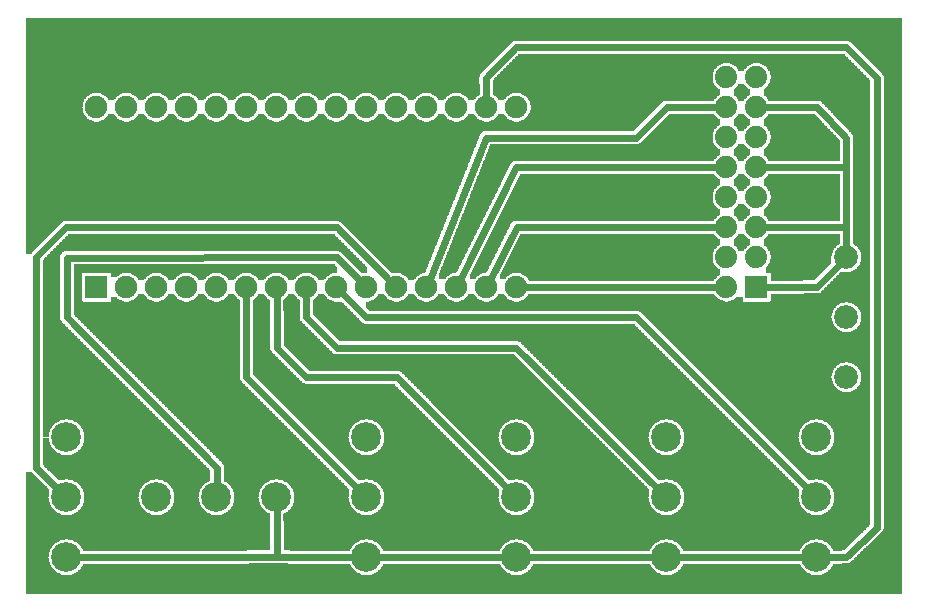
<source format=gtl>
G04 MADE WITH FRITZING*
G04 WWW.FRITZING.ORG*
G04 DOUBLE SIDED*
G04 HOLES PLATED*
G04 CONTOUR ON CENTER OF CONTOUR VECTOR*
%ASAXBY*%
%FSLAX23Y23*%
%MOIN*%
%OFA0B0*%
%SFA1.0B1.0*%
%ADD10C,0.075000*%
%ADD11C,0.079370*%
%ADD12C,0.099055*%
%ADD13C,0.074000*%
%ADD14R,0.075000X0.075000*%
%ADD15R,0.074000X0.074000*%
%ADD16C,0.024000*%
%LNCOPPER1*%
G90*
G70*
G54D10*
X2207Y1563D03*
X2593Y1577D03*
X1735Y1365D03*
X2593Y1377D03*
X1740Y1177D03*
X2593Y1177D03*
X2878Y1878D03*
X276Y1062D03*
X276Y1662D03*
X376Y1062D03*
X376Y1662D03*
X476Y1062D03*
X476Y1662D03*
X576Y1062D03*
X576Y1662D03*
X676Y1062D03*
X676Y1662D03*
X776Y1062D03*
X776Y1662D03*
X876Y1062D03*
X876Y1662D03*
X976Y1062D03*
X976Y1662D03*
X1076Y1062D03*
X1076Y1662D03*
X1176Y1062D03*
X1176Y1662D03*
X1276Y1062D03*
X1276Y1662D03*
X1376Y1062D03*
X1376Y1662D03*
X1476Y1062D03*
X1476Y1662D03*
X1576Y1062D03*
X1576Y1662D03*
X1676Y1062D03*
X1676Y1662D03*
G54D11*
X2776Y1162D03*
X2776Y962D03*
X2776Y762D03*
G54D12*
X2676Y562D03*
X2676Y362D03*
X2676Y162D03*
X2176Y562D03*
X2176Y362D03*
X2176Y162D03*
X1676Y562D03*
X1676Y362D03*
X1676Y162D03*
X1176Y562D03*
X1176Y362D03*
X1176Y162D03*
X876Y362D03*
X676Y362D03*
X476Y362D03*
X176Y562D03*
X176Y362D03*
X176Y162D03*
G54D13*
X2376Y1062D03*
X2376Y1162D03*
X2376Y1262D03*
X2376Y1362D03*
X2376Y1462D03*
X2376Y1562D03*
X2376Y1662D03*
X2376Y1762D03*
X2476Y1062D03*
X2476Y1162D03*
X2476Y1262D03*
X2476Y1362D03*
X2476Y1462D03*
X2476Y1562D03*
X2476Y1662D03*
X2476Y1762D03*
G54D14*
X276Y1062D03*
G54D15*
X2476Y1062D03*
G54D16*
X2776Y163D02*
X2878Y261D01*
D02*
X217Y162D02*
X878Y163D01*
D02*
X878Y163D02*
X877Y321D01*
D02*
X877Y321D02*
X878Y163D01*
D02*
X878Y163D02*
X1136Y162D01*
D02*
X1636Y162D02*
X1217Y162D01*
D02*
X2136Y162D02*
X1717Y162D01*
D02*
X2636Y162D02*
X2217Y162D01*
D02*
X2776Y1862D02*
X1676Y1862D01*
D02*
X2878Y261D02*
X2878Y1760D01*
D02*
X2878Y1760D02*
X2776Y1862D01*
D02*
X1676Y1862D02*
X1575Y1760D01*
D02*
X1575Y1760D02*
X1576Y1690D01*
D02*
X2717Y162D02*
X2776Y163D01*
D02*
X2345Y1062D02*
X1705Y1062D01*
D02*
X1677Y1263D02*
X1589Y1087D01*
D02*
X2345Y1262D02*
X1677Y1263D01*
D02*
X1676Y1463D02*
X1489Y1087D01*
D02*
X2345Y1462D02*
X1676Y1463D01*
D02*
X76Y1162D02*
X176Y1262D01*
D02*
X76Y461D02*
X76Y1162D01*
D02*
X176Y1262D02*
X1077Y1262D01*
D02*
X1077Y1262D02*
X1256Y1082D01*
D02*
X147Y390D02*
X76Y461D01*
D02*
X678Y461D02*
X677Y402D01*
D02*
X177Y962D02*
X678Y461D01*
D02*
X177Y1161D02*
X177Y962D01*
D02*
X1077Y1162D02*
X177Y1161D01*
D02*
X1156Y1082D02*
X1077Y1162D01*
D02*
X2076Y962D02*
X1175Y962D01*
D02*
X1175Y962D02*
X1097Y1041D01*
D02*
X2648Y391D02*
X2076Y962D01*
D02*
X976Y962D02*
X976Y1033D01*
D02*
X1077Y860D02*
X976Y962D01*
D02*
X1676Y860D02*
X1077Y860D01*
D02*
X2148Y390D02*
X1676Y860D01*
D02*
X878Y860D02*
X877Y1033D01*
D02*
X976Y762D02*
X878Y860D01*
D02*
X1277Y762D02*
X976Y762D01*
D02*
X1648Y391D02*
X1277Y762D01*
D02*
X776Y762D02*
X776Y1033D01*
D02*
X1148Y391D02*
X776Y762D01*
D02*
X2678Y1063D02*
X2755Y1140D01*
D02*
X2508Y1062D02*
X2678Y1063D01*
D02*
X2776Y1263D02*
X2776Y1193D01*
D02*
X2508Y1262D02*
X2776Y1263D01*
D02*
X2776Y1463D02*
X2776Y1193D01*
D02*
X2508Y1462D02*
X2776Y1463D01*
D02*
X1575Y1560D02*
X1387Y1088D01*
D02*
X2076Y1560D02*
X1575Y1560D01*
D02*
X2177Y1662D02*
X2076Y1560D01*
D02*
X2345Y1662D02*
X2177Y1662D01*
D02*
X2678Y1662D02*
X2508Y1662D01*
D02*
X2776Y1560D02*
X2678Y1662D01*
D02*
X2776Y1193D02*
X2776Y1560D01*
G36*
X2416Y1738D02*
X2416Y1736D01*
X2414Y1736D01*
X2414Y1732D01*
X2412Y1732D01*
X2412Y1730D01*
X2410Y1730D01*
X2410Y1728D01*
X2408Y1728D01*
X2408Y1726D01*
X2406Y1726D01*
X2406Y1724D01*
X2402Y1724D01*
X2402Y1722D01*
X2400Y1722D01*
X2400Y1702D01*
X2402Y1702D01*
X2402Y1700D01*
X2404Y1700D01*
X2404Y1698D01*
X2408Y1698D01*
X2408Y1696D01*
X2410Y1696D01*
X2410Y1694D01*
X2412Y1694D01*
X2412Y1690D01*
X2414Y1690D01*
X2414Y1688D01*
X2416Y1688D01*
X2416Y1684D01*
X2436Y1684D01*
X2436Y1688D01*
X2438Y1688D01*
X2438Y1690D01*
X2440Y1690D01*
X2440Y1692D01*
X2442Y1692D01*
X2442Y1694D01*
X2444Y1694D01*
X2444Y1696D01*
X2446Y1696D01*
X2446Y1698D01*
X2448Y1698D01*
X2448Y1700D01*
X2450Y1700D01*
X2450Y1702D01*
X2454Y1702D01*
X2454Y1722D01*
X2450Y1722D01*
X2450Y1724D01*
X2448Y1724D01*
X2448Y1726D01*
X2446Y1726D01*
X2446Y1728D01*
X2442Y1728D01*
X2442Y1732D01*
X2440Y1732D01*
X2440Y1734D01*
X2438Y1734D01*
X2438Y1736D01*
X2436Y1736D01*
X2436Y1738D01*
X2416Y1738D01*
G37*
D02*
G36*
X2186Y1640D02*
X2186Y1638D01*
X2184Y1638D01*
X2184Y1636D01*
X2182Y1636D01*
X2182Y1634D01*
X2180Y1634D01*
X2180Y1632D01*
X2178Y1632D01*
X2178Y1630D01*
X2176Y1630D01*
X2176Y1628D01*
X2174Y1628D01*
X2174Y1626D01*
X2172Y1626D01*
X2172Y1624D01*
X2170Y1624D01*
X2170Y1622D01*
X2168Y1622D01*
X2168Y1620D01*
X2166Y1620D01*
X2166Y1618D01*
X2164Y1618D01*
X2164Y1616D01*
X2162Y1616D01*
X2162Y1614D01*
X2160Y1614D01*
X2160Y1612D01*
X2158Y1612D01*
X2158Y1610D01*
X2156Y1610D01*
X2156Y1608D01*
X2154Y1608D01*
X2154Y1606D01*
X2152Y1606D01*
X2152Y1604D01*
X2150Y1604D01*
X2150Y1602D01*
X2148Y1602D01*
X2148Y1600D01*
X2146Y1600D01*
X2146Y1598D01*
X2144Y1598D01*
X2144Y1596D01*
X2142Y1596D01*
X2142Y1594D01*
X2140Y1594D01*
X2140Y1592D01*
X2138Y1592D01*
X2138Y1590D01*
X2136Y1590D01*
X2136Y1588D01*
X2134Y1588D01*
X2134Y1586D01*
X2132Y1586D01*
X2132Y1584D01*
X2130Y1584D01*
X2130Y1582D01*
X2128Y1582D01*
X2128Y1580D01*
X2126Y1580D01*
X2126Y1578D01*
X2124Y1578D01*
X2124Y1576D01*
X2122Y1576D01*
X2122Y1574D01*
X2120Y1574D01*
X2120Y1572D01*
X2118Y1572D01*
X2118Y1570D01*
X2116Y1570D01*
X2116Y1568D01*
X2114Y1568D01*
X2114Y1566D01*
X2112Y1566D01*
X2112Y1564D01*
X2110Y1564D01*
X2110Y1562D01*
X2108Y1562D01*
X2108Y1560D01*
X2106Y1560D01*
X2106Y1558D01*
X2104Y1558D01*
X2104Y1556D01*
X2102Y1556D01*
X2102Y1554D01*
X2100Y1554D01*
X2100Y1552D01*
X2098Y1552D01*
X2098Y1550D01*
X2096Y1550D01*
X2096Y1548D01*
X2094Y1548D01*
X2094Y1546D01*
X2092Y1546D01*
X2092Y1544D01*
X2088Y1544D01*
X2088Y1542D01*
X2086Y1542D01*
X2086Y1540D01*
X2080Y1540D01*
X2080Y1538D01*
X1588Y1538D01*
X1588Y1532D01*
X1586Y1532D01*
X1586Y1528D01*
X1584Y1528D01*
X1584Y1522D01*
X1582Y1522D01*
X1582Y1516D01*
X1580Y1516D01*
X1580Y1512D01*
X1578Y1512D01*
X1578Y1506D01*
X1576Y1506D01*
X1576Y1502D01*
X1574Y1502D01*
X1574Y1496D01*
X1572Y1496D01*
X1572Y1492D01*
X1570Y1492D01*
X1570Y1486D01*
X1568Y1486D01*
X1568Y1482D01*
X1566Y1482D01*
X1566Y1476D01*
X1564Y1476D01*
X1564Y1472D01*
X1562Y1472D01*
X1562Y1466D01*
X1560Y1466D01*
X1560Y1462D01*
X1558Y1462D01*
X1558Y1456D01*
X1556Y1456D01*
X1556Y1452D01*
X1554Y1452D01*
X1554Y1446D01*
X1552Y1446D01*
X1552Y1442D01*
X1550Y1442D01*
X1550Y1436D01*
X1548Y1436D01*
X1548Y1432D01*
X1546Y1432D01*
X1546Y1426D01*
X1544Y1426D01*
X1544Y1422D01*
X1542Y1422D01*
X1542Y1416D01*
X1540Y1416D01*
X1540Y1412D01*
X1538Y1412D01*
X1538Y1406D01*
X1536Y1406D01*
X1536Y1402D01*
X1534Y1402D01*
X1534Y1396D01*
X1532Y1396D01*
X1532Y1392D01*
X1530Y1392D01*
X1530Y1386D01*
X1528Y1386D01*
X1528Y1382D01*
X1526Y1382D01*
X1526Y1376D01*
X1524Y1376D01*
X1524Y1372D01*
X1522Y1372D01*
X1522Y1366D01*
X1520Y1366D01*
X1520Y1360D01*
X1518Y1360D01*
X1518Y1356D01*
X1516Y1356D01*
X1516Y1350D01*
X1514Y1350D01*
X1514Y1346D01*
X1512Y1346D01*
X1512Y1340D01*
X1510Y1340D01*
X1510Y1336D01*
X1508Y1336D01*
X1508Y1330D01*
X1506Y1330D01*
X1506Y1326D01*
X1504Y1326D01*
X1504Y1320D01*
X1502Y1320D01*
X1502Y1316D01*
X1500Y1316D01*
X1500Y1310D01*
X1498Y1310D01*
X1498Y1306D01*
X1496Y1306D01*
X1496Y1300D01*
X1494Y1300D01*
X1494Y1296D01*
X1492Y1296D01*
X1492Y1290D01*
X1490Y1290D01*
X1490Y1286D01*
X1488Y1286D01*
X1488Y1280D01*
X1486Y1280D01*
X1486Y1276D01*
X1484Y1276D01*
X1484Y1270D01*
X1482Y1270D01*
X1482Y1266D01*
X1480Y1266D01*
X1480Y1260D01*
X1478Y1260D01*
X1478Y1256D01*
X1476Y1256D01*
X1476Y1250D01*
X1474Y1250D01*
X1474Y1246D01*
X1472Y1246D01*
X1472Y1240D01*
X1470Y1240D01*
X1470Y1236D01*
X1468Y1236D01*
X1468Y1230D01*
X1466Y1230D01*
X1466Y1226D01*
X1464Y1226D01*
X1464Y1220D01*
X1462Y1220D01*
X1462Y1216D01*
X1460Y1216D01*
X1460Y1210D01*
X1458Y1210D01*
X1458Y1204D01*
X1456Y1204D01*
X1456Y1200D01*
X1454Y1200D01*
X1454Y1194D01*
X1452Y1194D01*
X1452Y1190D01*
X1450Y1190D01*
X1450Y1184D01*
X1448Y1184D01*
X1448Y1180D01*
X1446Y1180D01*
X1446Y1174D01*
X1444Y1174D01*
X1444Y1170D01*
X1442Y1170D01*
X1442Y1164D01*
X1440Y1164D01*
X1440Y1160D01*
X1438Y1160D01*
X1438Y1154D01*
X1436Y1154D01*
X1436Y1150D01*
X1434Y1150D01*
X1434Y1144D01*
X1432Y1144D01*
X1432Y1140D01*
X1430Y1140D01*
X1430Y1134D01*
X1428Y1134D01*
X1428Y1130D01*
X1426Y1130D01*
X1426Y1124D01*
X1424Y1124D01*
X1424Y1120D01*
X1422Y1120D01*
X1422Y1114D01*
X1420Y1114D01*
X1420Y1110D01*
X1418Y1110D01*
X1418Y1088D01*
X1438Y1088D01*
X1438Y1090D01*
X1440Y1090D01*
X1440Y1094D01*
X1442Y1094D01*
X1442Y1096D01*
X1444Y1096D01*
X1444Y1098D01*
X1448Y1098D01*
X1448Y1100D01*
X1450Y1100D01*
X1450Y1102D01*
X1454Y1102D01*
X1454Y1104D01*
X1456Y1104D01*
X1456Y1106D01*
X1462Y1106D01*
X1462Y1108D01*
X1472Y1108D01*
X1472Y1110D01*
X1476Y1110D01*
X1476Y1112D01*
X1478Y1112D01*
X1478Y1116D01*
X1480Y1116D01*
X1480Y1120D01*
X1482Y1120D01*
X1482Y1124D01*
X1484Y1124D01*
X1484Y1128D01*
X1486Y1128D01*
X1486Y1132D01*
X1488Y1132D01*
X1488Y1136D01*
X1490Y1136D01*
X1490Y1140D01*
X1492Y1140D01*
X1492Y1144D01*
X1494Y1144D01*
X1494Y1148D01*
X1496Y1148D01*
X1496Y1152D01*
X1498Y1152D01*
X1498Y1156D01*
X1500Y1156D01*
X1500Y1160D01*
X1502Y1160D01*
X1502Y1164D01*
X1504Y1164D01*
X1504Y1168D01*
X1506Y1168D01*
X1506Y1172D01*
X1508Y1172D01*
X1508Y1176D01*
X1510Y1176D01*
X1510Y1180D01*
X1512Y1180D01*
X1512Y1184D01*
X1514Y1184D01*
X1514Y1188D01*
X1516Y1188D01*
X1516Y1192D01*
X1518Y1192D01*
X1518Y1196D01*
X1520Y1196D01*
X1520Y1200D01*
X1522Y1200D01*
X1522Y1204D01*
X1524Y1204D01*
X1524Y1208D01*
X1526Y1208D01*
X1526Y1212D01*
X1528Y1212D01*
X1528Y1216D01*
X1530Y1216D01*
X1530Y1220D01*
X1532Y1220D01*
X1532Y1224D01*
X1534Y1224D01*
X1534Y1228D01*
X1536Y1228D01*
X1536Y1232D01*
X1538Y1232D01*
X1538Y1236D01*
X1540Y1236D01*
X1540Y1240D01*
X1542Y1240D01*
X1542Y1244D01*
X1544Y1244D01*
X1544Y1248D01*
X1546Y1248D01*
X1546Y1252D01*
X1548Y1252D01*
X1548Y1256D01*
X1550Y1256D01*
X1550Y1260D01*
X1552Y1260D01*
X1552Y1264D01*
X1554Y1264D01*
X1554Y1268D01*
X1556Y1268D01*
X1556Y1272D01*
X1558Y1272D01*
X1558Y1276D01*
X1560Y1276D01*
X1560Y1280D01*
X1562Y1280D01*
X1562Y1284D01*
X1564Y1284D01*
X1564Y1288D01*
X1566Y1288D01*
X1566Y1292D01*
X1568Y1292D01*
X1568Y1296D01*
X1570Y1296D01*
X1570Y1300D01*
X1572Y1300D01*
X1572Y1304D01*
X1574Y1304D01*
X1574Y1308D01*
X1576Y1308D01*
X1576Y1312D01*
X1578Y1312D01*
X1578Y1316D01*
X1580Y1316D01*
X1580Y1320D01*
X1582Y1320D01*
X1582Y1324D01*
X1584Y1324D01*
X1584Y1328D01*
X1586Y1328D01*
X1586Y1332D01*
X1588Y1332D01*
X1588Y1336D01*
X1590Y1336D01*
X1590Y1340D01*
X1592Y1340D01*
X1592Y1344D01*
X1594Y1344D01*
X1594Y1348D01*
X1596Y1348D01*
X1596Y1352D01*
X1598Y1352D01*
X1598Y1356D01*
X1600Y1356D01*
X1600Y1360D01*
X1602Y1360D01*
X1602Y1364D01*
X1604Y1364D01*
X1604Y1368D01*
X1606Y1368D01*
X1606Y1372D01*
X1608Y1372D01*
X1608Y1376D01*
X1610Y1376D01*
X1610Y1380D01*
X1612Y1380D01*
X1612Y1384D01*
X1614Y1384D01*
X1614Y1388D01*
X1616Y1388D01*
X1616Y1392D01*
X1618Y1392D01*
X1618Y1396D01*
X1620Y1396D01*
X1620Y1400D01*
X1622Y1400D01*
X1622Y1404D01*
X1624Y1404D01*
X1624Y1408D01*
X1626Y1408D01*
X1626Y1412D01*
X1628Y1412D01*
X1628Y1418D01*
X1630Y1418D01*
X1630Y1422D01*
X1632Y1422D01*
X1632Y1426D01*
X1634Y1426D01*
X1634Y1430D01*
X1636Y1430D01*
X1636Y1434D01*
X1638Y1434D01*
X1638Y1438D01*
X1640Y1438D01*
X1640Y1442D01*
X1642Y1442D01*
X1642Y1446D01*
X1644Y1446D01*
X1644Y1450D01*
X1646Y1450D01*
X1646Y1454D01*
X1648Y1454D01*
X1648Y1458D01*
X1650Y1458D01*
X1650Y1462D01*
X1652Y1462D01*
X1652Y1466D01*
X1654Y1466D01*
X1654Y1470D01*
X1656Y1470D01*
X1656Y1472D01*
X1658Y1472D01*
X1658Y1476D01*
X1660Y1476D01*
X1660Y1478D01*
X1662Y1478D01*
X1662Y1480D01*
X1664Y1480D01*
X1664Y1482D01*
X1668Y1482D01*
X1668Y1484D01*
X2336Y1484D01*
X2336Y1488D01*
X2338Y1488D01*
X2338Y1490D01*
X2340Y1490D01*
X2340Y1492D01*
X2342Y1492D01*
X2342Y1494D01*
X2344Y1494D01*
X2344Y1496D01*
X2346Y1496D01*
X2346Y1498D01*
X2348Y1498D01*
X2348Y1500D01*
X2350Y1500D01*
X2350Y1502D01*
X2354Y1502D01*
X2354Y1522D01*
X2350Y1522D01*
X2350Y1524D01*
X2348Y1524D01*
X2348Y1526D01*
X2346Y1526D01*
X2346Y1528D01*
X2342Y1528D01*
X2342Y1532D01*
X2340Y1532D01*
X2340Y1534D01*
X2338Y1534D01*
X2338Y1536D01*
X2336Y1536D01*
X2336Y1540D01*
X2334Y1540D01*
X2334Y1544D01*
X2332Y1544D01*
X2332Y1550D01*
X2330Y1550D01*
X2330Y1574D01*
X2332Y1574D01*
X2332Y1580D01*
X2334Y1580D01*
X2334Y1584D01*
X2336Y1584D01*
X2336Y1588D01*
X2338Y1588D01*
X2338Y1590D01*
X2340Y1590D01*
X2340Y1592D01*
X2342Y1592D01*
X2342Y1594D01*
X2344Y1594D01*
X2344Y1596D01*
X2346Y1596D01*
X2346Y1598D01*
X2348Y1598D01*
X2348Y1600D01*
X2350Y1600D01*
X2350Y1602D01*
X2354Y1602D01*
X2354Y1622D01*
X2350Y1622D01*
X2350Y1624D01*
X2348Y1624D01*
X2348Y1626D01*
X2346Y1626D01*
X2346Y1628D01*
X2342Y1628D01*
X2342Y1632D01*
X2340Y1632D01*
X2340Y1634D01*
X2338Y1634D01*
X2338Y1636D01*
X2336Y1636D01*
X2336Y1640D01*
X2186Y1640D01*
G37*
D02*
G36*
X2518Y1640D02*
X2518Y1638D01*
X2516Y1638D01*
X2516Y1636D01*
X2514Y1636D01*
X2514Y1632D01*
X2512Y1632D01*
X2512Y1630D01*
X2510Y1630D01*
X2510Y1628D01*
X2508Y1628D01*
X2508Y1626D01*
X2506Y1626D01*
X2506Y1624D01*
X2502Y1624D01*
X2502Y1622D01*
X2500Y1622D01*
X2500Y1602D01*
X2502Y1602D01*
X2502Y1600D01*
X2504Y1600D01*
X2504Y1598D01*
X2508Y1598D01*
X2508Y1596D01*
X2510Y1596D01*
X2510Y1594D01*
X2512Y1594D01*
X2512Y1590D01*
X2514Y1590D01*
X2514Y1588D01*
X2516Y1588D01*
X2516Y1584D01*
X2518Y1584D01*
X2518Y1582D01*
X2520Y1582D01*
X2520Y1576D01*
X2522Y1576D01*
X2522Y1568D01*
X2524Y1568D01*
X2524Y1556D01*
X2522Y1556D01*
X2522Y1548D01*
X2520Y1548D01*
X2520Y1542D01*
X2518Y1542D01*
X2518Y1538D01*
X2516Y1538D01*
X2516Y1536D01*
X2514Y1536D01*
X2514Y1532D01*
X2512Y1532D01*
X2512Y1530D01*
X2510Y1530D01*
X2510Y1528D01*
X2508Y1528D01*
X2508Y1526D01*
X2506Y1526D01*
X2506Y1524D01*
X2502Y1524D01*
X2502Y1522D01*
X2500Y1522D01*
X2500Y1502D01*
X2502Y1502D01*
X2502Y1500D01*
X2504Y1500D01*
X2504Y1498D01*
X2508Y1498D01*
X2508Y1496D01*
X2510Y1496D01*
X2510Y1494D01*
X2512Y1494D01*
X2512Y1490D01*
X2514Y1490D01*
X2514Y1488D01*
X2516Y1488D01*
X2516Y1484D01*
X2754Y1484D01*
X2754Y1552D01*
X2752Y1552D01*
X2752Y1554D01*
X2750Y1554D01*
X2750Y1556D01*
X2748Y1556D01*
X2748Y1558D01*
X2746Y1558D01*
X2746Y1562D01*
X2744Y1562D01*
X2744Y1564D01*
X2742Y1564D01*
X2742Y1566D01*
X2740Y1566D01*
X2740Y1568D01*
X2738Y1568D01*
X2738Y1570D01*
X2736Y1570D01*
X2736Y1572D01*
X2734Y1572D01*
X2734Y1574D01*
X2732Y1574D01*
X2732Y1576D01*
X2730Y1576D01*
X2730Y1578D01*
X2728Y1578D01*
X2728Y1580D01*
X2726Y1580D01*
X2726Y1582D01*
X2724Y1582D01*
X2724Y1584D01*
X2722Y1584D01*
X2722Y1586D01*
X2720Y1586D01*
X2720Y1588D01*
X2718Y1588D01*
X2718Y1590D01*
X2716Y1590D01*
X2716Y1592D01*
X2714Y1592D01*
X2714Y1594D01*
X2712Y1594D01*
X2712Y1596D01*
X2710Y1596D01*
X2710Y1598D01*
X2708Y1598D01*
X2708Y1600D01*
X2706Y1600D01*
X2706Y1602D01*
X2704Y1602D01*
X2704Y1604D01*
X2702Y1604D01*
X2702Y1606D01*
X2700Y1606D01*
X2700Y1608D01*
X2698Y1608D01*
X2698Y1610D01*
X2696Y1610D01*
X2696Y1612D01*
X2694Y1612D01*
X2694Y1616D01*
X2692Y1616D01*
X2692Y1618D01*
X2690Y1618D01*
X2690Y1620D01*
X2688Y1620D01*
X2688Y1622D01*
X2686Y1622D01*
X2686Y1624D01*
X2684Y1624D01*
X2684Y1626D01*
X2682Y1626D01*
X2682Y1628D01*
X2680Y1628D01*
X2680Y1630D01*
X2678Y1630D01*
X2678Y1632D01*
X2676Y1632D01*
X2676Y1634D01*
X2674Y1634D01*
X2674Y1636D01*
X2672Y1636D01*
X2672Y1638D01*
X2670Y1638D01*
X2670Y1640D01*
X2518Y1640D01*
G37*
D02*
G36*
X2416Y1638D02*
X2416Y1636D01*
X2414Y1636D01*
X2414Y1632D01*
X2412Y1632D01*
X2412Y1630D01*
X2410Y1630D01*
X2410Y1628D01*
X2408Y1628D01*
X2408Y1626D01*
X2406Y1626D01*
X2406Y1624D01*
X2402Y1624D01*
X2402Y1622D01*
X2400Y1622D01*
X2400Y1602D01*
X2402Y1602D01*
X2402Y1600D01*
X2404Y1600D01*
X2404Y1598D01*
X2408Y1598D01*
X2408Y1596D01*
X2410Y1596D01*
X2410Y1594D01*
X2412Y1594D01*
X2412Y1590D01*
X2414Y1590D01*
X2414Y1588D01*
X2416Y1588D01*
X2416Y1584D01*
X2436Y1584D01*
X2436Y1588D01*
X2438Y1588D01*
X2438Y1590D01*
X2440Y1590D01*
X2440Y1592D01*
X2442Y1592D01*
X2442Y1594D01*
X2444Y1594D01*
X2444Y1596D01*
X2446Y1596D01*
X2446Y1598D01*
X2448Y1598D01*
X2448Y1600D01*
X2450Y1600D01*
X2450Y1602D01*
X2454Y1602D01*
X2454Y1622D01*
X2450Y1622D01*
X2450Y1624D01*
X2448Y1624D01*
X2448Y1626D01*
X2446Y1626D01*
X2446Y1628D01*
X2442Y1628D01*
X2442Y1632D01*
X2440Y1632D01*
X2440Y1634D01*
X2438Y1634D01*
X2438Y1636D01*
X2436Y1636D01*
X2436Y1638D01*
X2416Y1638D01*
G37*
D02*
G36*
X2416Y1538D02*
X2416Y1536D01*
X2414Y1536D01*
X2414Y1532D01*
X2412Y1532D01*
X2412Y1530D01*
X2410Y1530D01*
X2410Y1528D01*
X2408Y1528D01*
X2408Y1526D01*
X2406Y1526D01*
X2406Y1524D01*
X2402Y1524D01*
X2402Y1522D01*
X2400Y1522D01*
X2400Y1502D01*
X2402Y1502D01*
X2402Y1500D01*
X2404Y1500D01*
X2404Y1498D01*
X2408Y1498D01*
X2408Y1496D01*
X2410Y1496D01*
X2410Y1494D01*
X2412Y1494D01*
X2412Y1490D01*
X2414Y1490D01*
X2414Y1488D01*
X2416Y1488D01*
X2416Y1484D01*
X2436Y1484D01*
X2436Y1488D01*
X2438Y1488D01*
X2438Y1490D01*
X2440Y1490D01*
X2440Y1492D01*
X2442Y1492D01*
X2442Y1494D01*
X2444Y1494D01*
X2444Y1496D01*
X2446Y1496D01*
X2446Y1498D01*
X2448Y1498D01*
X2448Y1500D01*
X2450Y1500D01*
X2450Y1502D01*
X2454Y1502D01*
X2454Y1522D01*
X2450Y1522D01*
X2450Y1524D01*
X2448Y1524D01*
X2448Y1526D01*
X2446Y1526D01*
X2446Y1528D01*
X2442Y1528D01*
X2442Y1532D01*
X2440Y1532D01*
X2440Y1534D01*
X2438Y1534D01*
X2438Y1536D01*
X2436Y1536D01*
X2436Y1538D01*
X2416Y1538D01*
G37*
D02*
G36*
X1690Y1440D02*
X1690Y1438D01*
X1688Y1438D01*
X1688Y1434D01*
X1686Y1434D01*
X1686Y1430D01*
X1684Y1430D01*
X1684Y1426D01*
X1682Y1426D01*
X1682Y1422D01*
X1680Y1422D01*
X1680Y1418D01*
X1678Y1418D01*
X1678Y1414D01*
X1676Y1414D01*
X1676Y1410D01*
X1674Y1410D01*
X1674Y1406D01*
X1672Y1406D01*
X1672Y1402D01*
X1670Y1402D01*
X1670Y1398D01*
X1668Y1398D01*
X1668Y1394D01*
X1666Y1394D01*
X1666Y1390D01*
X1664Y1390D01*
X1664Y1386D01*
X1662Y1386D01*
X1662Y1382D01*
X1660Y1382D01*
X1660Y1378D01*
X1658Y1378D01*
X1658Y1374D01*
X1656Y1374D01*
X1656Y1370D01*
X1654Y1370D01*
X1654Y1366D01*
X1652Y1366D01*
X1652Y1362D01*
X1650Y1362D01*
X1650Y1358D01*
X1648Y1358D01*
X1648Y1354D01*
X1646Y1354D01*
X1646Y1350D01*
X1644Y1350D01*
X1644Y1346D01*
X1642Y1346D01*
X1642Y1342D01*
X1640Y1342D01*
X1640Y1338D01*
X1638Y1338D01*
X1638Y1334D01*
X1636Y1334D01*
X1636Y1330D01*
X1634Y1330D01*
X1634Y1326D01*
X1632Y1326D01*
X1632Y1322D01*
X1630Y1322D01*
X1630Y1318D01*
X1628Y1318D01*
X1628Y1314D01*
X1626Y1314D01*
X1626Y1310D01*
X1624Y1310D01*
X1624Y1306D01*
X1622Y1306D01*
X1622Y1302D01*
X1620Y1302D01*
X1620Y1298D01*
X1618Y1298D01*
X1618Y1294D01*
X1616Y1294D01*
X1616Y1290D01*
X1614Y1290D01*
X1614Y1286D01*
X1612Y1286D01*
X1612Y1282D01*
X1610Y1282D01*
X1610Y1278D01*
X1608Y1278D01*
X1608Y1274D01*
X1606Y1274D01*
X1606Y1270D01*
X1604Y1270D01*
X1604Y1266D01*
X1602Y1266D01*
X1602Y1262D01*
X1600Y1262D01*
X1600Y1258D01*
X1598Y1258D01*
X1598Y1254D01*
X1596Y1254D01*
X1596Y1250D01*
X1594Y1250D01*
X1594Y1246D01*
X1592Y1246D01*
X1592Y1242D01*
X1590Y1242D01*
X1590Y1238D01*
X1588Y1238D01*
X1588Y1234D01*
X1586Y1234D01*
X1586Y1230D01*
X1584Y1230D01*
X1584Y1226D01*
X1582Y1226D01*
X1582Y1222D01*
X1580Y1222D01*
X1580Y1218D01*
X1578Y1218D01*
X1578Y1214D01*
X1576Y1214D01*
X1576Y1210D01*
X1574Y1210D01*
X1574Y1206D01*
X1572Y1206D01*
X1572Y1202D01*
X1570Y1202D01*
X1570Y1198D01*
X1568Y1198D01*
X1568Y1194D01*
X1566Y1194D01*
X1566Y1190D01*
X1564Y1190D01*
X1564Y1186D01*
X1562Y1186D01*
X1562Y1182D01*
X1560Y1182D01*
X1560Y1178D01*
X1558Y1178D01*
X1558Y1174D01*
X1556Y1174D01*
X1556Y1170D01*
X1554Y1170D01*
X1554Y1166D01*
X1552Y1166D01*
X1552Y1162D01*
X1550Y1162D01*
X1550Y1158D01*
X1548Y1158D01*
X1548Y1154D01*
X1546Y1154D01*
X1546Y1150D01*
X1544Y1150D01*
X1544Y1146D01*
X1542Y1146D01*
X1542Y1142D01*
X1540Y1142D01*
X1540Y1138D01*
X1538Y1138D01*
X1538Y1134D01*
X1536Y1134D01*
X1536Y1130D01*
X1534Y1130D01*
X1534Y1126D01*
X1532Y1126D01*
X1532Y1122D01*
X1530Y1122D01*
X1530Y1118D01*
X1528Y1118D01*
X1528Y1114D01*
X1526Y1114D01*
X1526Y1110D01*
X1524Y1110D01*
X1524Y1106D01*
X1522Y1106D01*
X1522Y1102D01*
X1520Y1102D01*
X1520Y1090D01*
X1540Y1090D01*
X1540Y1094D01*
X1542Y1094D01*
X1542Y1096D01*
X1544Y1096D01*
X1544Y1098D01*
X1548Y1098D01*
X1548Y1100D01*
X1550Y1100D01*
X1550Y1102D01*
X1554Y1102D01*
X1554Y1104D01*
X1556Y1104D01*
X1556Y1106D01*
X1562Y1106D01*
X1562Y1108D01*
X1572Y1108D01*
X1572Y1110D01*
X1576Y1110D01*
X1576Y1112D01*
X1578Y1112D01*
X1578Y1116D01*
X1580Y1116D01*
X1580Y1120D01*
X1582Y1120D01*
X1582Y1124D01*
X1584Y1124D01*
X1584Y1128D01*
X1586Y1128D01*
X1586Y1132D01*
X1588Y1132D01*
X1588Y1136D01*
X1590Y1136D01*
X1590Y1140D01*
X1592Y1140D01*
X1592Y1144D01*
X1594Y1144D01*
X1594Y1148D01*
X1596Y1148D01*
X1596Y1152D01*
X1598Y1152D01*
X1598Y1156D01*
X1600Y1156D01*
X1600Y1160D01*
X1602Y1160D01*
X1602Y1164D01*
X1604Y1164D01*
X1604Y1168D01*
X1606Y1168D01*
X1606Y1172D01*
X1608Y1172D01*
X1608Y1176D01*
X1610Y1176D01*
X1610Y1180D01*
X1612Y1180D01*
X1612Y1184D01*
X1614Y1184D01*
X1614Y1188D01*
X1616Y1188D01*
X1616Y1192D01*
X1618Y1192D01*
X1618Y1196D01*
X1620Y1196D01*
X1620Y1200D01*
X1622Y1200D01*
X1622Y1204D01*
X1624Y1204D01*
X1624Y1208D01*
X1626Y1208D01*
X1626Y1212D01*
X1628Y1212D01*
X1628Y1216D01*
X1630Y1216D01*
X1630Y1220D01*
X1632Y1220D01*
X1632Y1224D01*
X1634Y1224D01*
X1634Y1228D01*
X1636Y1228D01*
X1636Y1232D01*
X1638Y1232D01*
X1638Y1236D01*
X1640Y1236D01*
X1640Y1240D01*
X1642Y1240D01*
X1642Y1244D01*
X1644Y1244D01*
X1644Y1248D01*
X1646Y1248D01*
X1646Y1252D01*
X1648Y1252D01*
X1648Y1256D01*
X1650Y1256D01*
X1650Y1260D01*
X1652Y1260D01*
X1652Y1264D01*
X1654Y1264D01*
X1654Y1268D01*
X1656Y1268D01*
X1656Y1272D01*
X1658Y1272D01*
X1658Y1276D01*
X1660Y1276D01*
X1660Y1278D01*
X1662Y1278D01*
X1662Y1280D01*
X1664Y1280D01*
X1664Y1282D01*
X1668Y1282D01*
X1668Y1284D01*
X2336Y1284D01*
X2336Y1288D01*
X2338Y1288D01*
X2338Y1290D01*
X2340Y1290D01*
X2340Y1292D01*
X2342Y1292D01*
X2342Y1294D01*
X2344Y1294D01*
X2344Y1296D01*
X2346Y1296D01*
X2346Y1298D01*
X2348Y1298D01*
X2348Y1300D01*
X2350Y1300D01*
X2350Y1302D01*
X2354Y1302D01*
X2354Y1322D01*
X2350Y1322D01*
X2350Y1324D01*
X2348Y1324D01*
X2348Y1326D01*
X2346Y1326D01*
X2346Y1328D01*
X2342Y1328D01*
X2342Y1332D01*
X2340Y1332D01*
X2340Y1334D01*
X2338Y1334D01*
X2338Y1336D01*
X2336Y1336D01*
X2336Y1340D01*
X2334Y1340D01*
X2334Y1344D01*
X2332Y1344D01*
X2332Y1350D01*
X2330Y1350D01*
X2330Y1374D01*
X2332Y1374D01*
X2332Y1380D01*
X2334Y1380D01*
X2334Y1384D01*
X2336Y1384D01*
X2336Y1388D01*
X2338Y1388D01*
X2338Y1390D01*
X2340Y1390D01*
X2340Y1392D01*
X2342Y1392D01*
X2342Y1394D01*
X2344Y1394D01*
X2344Y1396D01*
X2346Y1396D01*
X2346Y1398D01*
X2348Y1398D01*
X2348Y1400D01*
X2350Y1400D01*
X2350Y1402D01*
X2354Y1402D01*
X2354Y1422D01*
X2350Y1422D01*
X2350Y1424D01*
X2348Y1424D01*
X2348Y1426D01*
X2346Y1426D01*
X2346Y1428D01*
X2342Y1428D01*
X2342Y1432D01*
X2340Y1432D01*
X2340Y1434D01*
X2338Y1434D01*
X2338Y1436D01*
X2336Y1436D01*
X2336Y1440D01*
X1690Y1440D01*
G37*
D02*
G36*
X2518Y1440D02*
X2518Y1438D01*
X2516Y1438D01*
X2516Y1436D01*
X2514Y1436D01*
X2514Y1432D01*
X2512Y1432D01*
X2512Y1430D01*
X2510Y1430D01*
X2510Y1428D01*
X2508Y1428D01*
X2508Y1426D01*
X2506Y1426D01*
X2506Y1424D01*
X2502Y1424D01*
X2502Y1422D01*
X2500Y1422D01*
X2500Y1402D01*
X2502Y1402D01*
X2502Y1400D01*
X2504Y1400D01*
X2504Y1398D01*
X2508Y1398D01*
X2508Y1396D01*
X2510Y1396D01*
X2510Y1394D01*
X2512Y1394D01*
X2512Y1390D01*
X2514Y1390D01*
X2514Y1388D01*
X2516Y1388D01*
X2516Y1384D01*
X2518Y1384D01*
X2518Y1382D01*
X2520Y1382D01*
X2520Y1376D01*
X2522Y1376D01*
X2522Y1368D01*
X2524Y1368D01*
X2524Y1356D01*
X2522Y1356D01*
X2522Y1348D01*
X2520Y1348D01*
X2520Y1342D01*
X2518Y1342D01*
X2518Y1338D01*
X2516Y1338D01*
X2516Y1336D01*
X2514Y1336D01*
X2514Y1332D01*
X2512Y1332D01*
X2512Y1330D01*
X2510Y1330D01*
X2510Y1328D01*
X2508Y1328D01*
X2508Y1326D01*
X2506Y1326D01*
X2506Y1324D01*
X2502Y1324D01*
X2502Y1322D01*
X2500Y1322D01*
X2500Y1302D01*
X2502Y1302D01*
X2502Y1300D01*
X2504Y1300D01*
X2504Y1298D01*
X2508Y1298D01*
X2508Y1296D01*
X2510Y1296D01*
X2510Y1294D01*
X2512Y1294D01*
X2512Y1290D01*
X2514Y1290D01*
X2514Y1288D01*
X2516Y1288D01*
X2516Y1284D01*
X2754Y1284D01*
X2754Y1440D01*
X2518Y1440D01*
G37*
D02*
G36*
X2416Y1438D02*
X2416Y1436D01*
X2414Y1436D01*
X2414Y1432D01*
X2412Y1432D01*
X2412Y1430D01*
X2410Y1430D01*
X2410Y1428D01*
X2408Y1428D01*
X2408Y1426D01*
X2406Y1426D01*
X2406Y1424D01*
X2402Y1424D01*
X2402Y1422D01*
X2400Y1422D01*
X2400Y1402D01*
X2402Y1402D01*
X2402Y1400D01*
X2404Y1400D01*
X2404Y1398D01*
X2408Y1398D01*
X2408Y1396D01*
X2410Y1396D01*
X2410Y1394D01*
X2412Y1394D01*
X2412Y1390D01*
X2414Y1390D01*
X2414Y1388D01*
X2416Y1388D01*
X2416Y1384D01*
X2436Y1384D01*
X2436Y1388D01*
X2438Y1388D01*
X2438Y1390D01*
X2440Y1390D01*
X2440Y1392D01*
X2442Y1392D01*
X2442Y1394D01*
X2444Y1394D01*
X2444Y1396D01*
X2446Y1396D01*
X2446Y1398D01*
X2448Y1398D01*
X2448Y1400D01*
X2450Y1400D01*
X2450Y1402D01*
X2454Y1402D01*
X2454Y1422D01*
X2450Y1422D01*
X2450Y1424D01*
X2448Y1424D01*
X2448Y1426D01*
X2446Y1426D01*
X2446Y1428D01*
X2442Y1428D01*
X2442Y1432D01*
X2440Y1432D01*
X2440Y1434D01*
X2438Y1434D01*
X2438Y1436D01*
X2436Y1436D01*
X2436Y1438D01*
X2416Y1438D01*
G37*
D02*
G36*
X2416Y1338D02*
X2416Y1336D01*
X2414Y1336D01*
X2414Y1332D01*
X2412Y1332D01*
X2412Y1330D01*
X2410Y1330D01*
X2410Y1328D01*
X2408Y1328D01*
X2408Y1326D01*
X2406Y1326D01*
X2406Y1324D01*
X2402Y1324D01*
X2402Y1322D01*
X2400Y1322D01*
X2400Y1302D01*
X2402Y1302D01*
X2402Y1300D01*
X2404Y1300D01*
X2404Y1298D01*
X2408Y1298D01*
X2408Y1296D01*
X2410Y1296D01*
X2410Y1294D01*
X2412Y1294D01*
X2412Y1290D01*
X2414Y1290D01*
X2414Y1288D01*
X2416Y1288D01*
X2416Y1284D01*
X2436Y1284D01*
X2436Y1288D01*
X2438Y1288D01*
X2438Y1290D01*
X2440Y1290D01*
X2440Y1292D01*
X2442Y1292D01*
X2442Y1294D01*
X2444Y1294D01*
X2444Y1296D01*
X2446Y1296D01*
X2446Y1298D01*
X2448Y1298D01*
X2448Y1300D01*
X2450Y1300D01*
X2450Y1302D01*
X2454Y1302D01*
X2454Y1322D01*
X2450Y1322D01*
X2450Y1324D01*
X2448Y1324D01*
X2448Y1326D01*
X2446Y1326D01*
X2446Y1328D01*
X2442Y1328D01*
X2442Y1332D01*
X2440Y1332D01*
X2440Y1334D01*
X2438Y1334D01*
X2438Y1336D01*
X2436Y1336D01*
X2436Y1338D01*
X2416Y1338D01*
G37*
D02*
G36*
X1690Y1240D02*
X1690Y1238D01*
X1688Y1238D01*
X1688Y1234D01*
X1686Y1234D01*
X1686Y1230D01*
X1684Y1230D01*
X1684Y1226D01*
X1682Y1226D01*
X1682Y1222D01*
X1680Y1222D01*
X1680Y1218D01*
X1678Y1218D01*
X1678Y1214D01*
X1676Y1214D01*
X1676Y1210D01*
X1674Y1210D01*
X1674Y1206D01*
X1672Y1206D01*
X1672Y1202D01*
X1670Y1202D01*
X1670Y1198D01*
X1668Y1198D01*
X1668Y1194D01*
X1666Y1194D01*
X1666Y1190D01*
X1664Y1190D01*
X1664Y1186D01*
X1662Y1186D01*
X1662Y1182D01*
X1660Y1182D01*
X1660Y1178D01*
X1658Y1178D01*
X1658Y1174D01*
X1656Y1174D01*
X1656Y1170D01*
X1654Y1170D01*
X1654Y1166D01*
X1652Y1166D01*
X1652Y1162D01*
X1650Y1162D01*
X1650Y1158D01*
X1648Y1158D01*
X1648Y1154D01*
X1646Y1154D01*
X1646Y1150D01*
X1644Y1150D01*
X1644Y1146D01*
X1642Y1146D01*
X1642Y1142D01*
X1640Y1142D01*
X1640Y1138D01*
X1638Y1138D01*
X1638Y1134D01*
X1636Y1134D01*
X1636Y1130D01*
X1634Y1130D01*
X1634Y1126D01*
X1632Y1126D01*
X1632Y1122D01*
X1630Y1122D01*
X1630Y1118D01*
X1628Y1118D01*
X1628Y1114D01*
X1626Y1114D01*
X1626Y1110D01*
X1680Y1110D01*
X1680Y1108D01*
X1690Y1108D01*
X1690Y1106D01*
X1696Y1106D01*
X1696Y1104D01*
X1700Y1104D01*
X1700Y1102D01*
X1702Y1102D01*
X1702Y1100D01*
X1706Y1100D01*
X1706Y1098D01*
X1708Y1098D01*
X1708Y1096D01*
X1710Y1096D01*
X1710Y1094D01*
X1712Y1094D01*
X1712Y1092D01*
X1714Y1092D01*
X1714Y1090D01*
X1716Y1090D01*
X1716Y1086D01*
X1718Y1086D01*
X1718Y1084D01*
X2336Y1084D01*
X2336Y1088D01*
X2338Y1088D01*
X2338Y1090D01*
X2340Y1090D01*
X2340Y1092D01*
X2342Y1092D01*
X2342Y1094D01*
X2344Y1094D01*
X2344Y1096D01*
X2346Y1096D01*
X2346Y1098D01*
X2348Y1098D01*
X2348Y1100D01*
X2350Y1100D01*
X2350Y1102D01*
X2354Y1102D01*
X2354Y1122D01*
X2350Y1122D01*
X2350Y1124D01*
X2348Y1124D01*
X2348Y1126D01*
X2346Y1126D01*
X2346Y1128D01*
X2342Y1128D01*
X2342Y1132D01*
X2340Y1132D01*
X2340Y1134D01*
X2338Y1134D01*
X2338Y1136D01*
X2336Y1136D01*
X2336Y1140D01*
X2334Y1140D01*
X2334Y1144D01*
X2332Y1144D01*
X2332Y1150D01*
X2330Y1150D01*
X2330Y1174D01*
X2332Y1174D01*
X2332Y1180D01*
X2334Y1180D01*
X2334Y1184D01*
X2336Y1184D01*
X2336Y1188D01*
X2338Y1188D01*
X2338Y1190D01*
X2340Y1190D01*
X2340Y1192D01*
X2342Y1192D01*
X2342Y1194D01*
X2344Y1194D01*
X2344Y1196D01*
X2346Y1196D01*
X2346Y1198D01*
X2348Y1198D01*
X2348Y1200D01*
X2350Y1200D01*
X2350Y1202D01*
X2354Y1202D01*
X2354Y1222D01*
X2350Y1222D01*
X2350Y1224D01*
X2348Y1224D01*
X2348Y1226D01*
X2346Y1226D01*
X2346Y1228D01*
X2342Y1228D01*
X2342Y1232D01*
X2340Y1232D01*
X2340Y1234D01*
X2338Y1234D01*
X2338Y1236D01*
X2336Y1236D01*
X2336Y1240D01*
X1690Y1240D01*
G37*
D02*
G36*
X1624Y1110D02*
X1624Y1106D01*
X1622Y1106D01*
X1622Y1102D01*
X1620Y1102D01*
X1620Y1090D01*
X1640Y1090D01*
X1640Y1094D01*
X1642Y1094D01*
X1642Y1096D01*
X1644Y1096D01*
X1644Y1098D01*
X1648Y1098D01*
X1648Y1100D01*
X1650Y1100D01*
X1650Y1102D01*
X1654Y1102D01*
X1654Y1104D01*
X1656Y1104D01*
X1656Y1106D01*
X1662Y1106D01*
X1662Y1108D01*
X1672Y1108D01*
X1672Y1110D01*
X1624Y1110D01*
G37*
D02*
G36*
X2518Y1240D02*
X2518Y1238D01*
X2516Y1238D01*
X2516Y1236D01*
X2514Y1236D01*
X2514Y1232D01*
X2512Y1232D01*
X2512Y1230D01*
X2510Y1230D01*
X2510Y1228D01*
X2508Y1228D01*
X2508Y1226D01*
X2506Y1226D01*
X2506Y1224D01*
X2502Y1224D01*
X2502Y1222D01*
X2500Y1222D01*
X2500Y1202D01*
X2502Y1202D01*
X2502Y1200D01*
X2504Y1200D01*
X2504Y1198D01*
X2508Y1198D01*
X2508Y1196D01*
X2510Y1196D01*
X2510Y1194D01*
X2512Y1194D01*
X2512Y1190D01*
X2514Y1190D01*
X2514Y1188D01*
X2516Y1188D01*
X2516Y1184D01*
X2518Y1184D01*
X2518Y1182D01*
X2520Y1182D01*
X2520Y1176D01*
X2522Y1176D01*
X2522Y1168D01*
X2524Y1168D01*
X2524Y1156D01*
X2522Y1156D01*
X2522Y1148D01*
X2520Y1148D01*
X2520Y1142D01*
X2518Y1142D01*
X2518Y1138D01*
X2516Y1138D01*
X2516Y1136D01*
X2514Y1136D01*
X2514Y1132D01*
X2512Y1132D01*
X2512Y1130D01*
X2510Y1130D01*
X2510Y1128D01*
X2508Y1128D01*
X2508Y1108D01*
X2524Y1108D01*
X2524Y1084D01*
X2632Y1084D01*
X2632Y1086D01*
X2670Y1086D01*
X2670Y1088D01*
X2672Y1088D01*
X2672Y1090D01*
X2674Y1090D01*
X2674Y1092D01*
X2676Y1092D01*
X2676Y1094D01*
X2678Y1094D01*
X2678Y1096D01*
X2680Y1096D01*
X2680Y1098D01*
X2682Y1098D01*
X2682Y1100D01*
X2684Y1100D01*
X2684Y1102D01*
X2686Y1102D01*
X2686Y1104D01*
X2688Y1104D01*
X2688Y1106D01*
X2690Y1106D01*
X2690Y1108D01*
X2692Y1108D01*
X2692Y1110D01*
X2694Y1110D01*
X2694Y1112D01*
X2696Y1112D01*
X2696Y1114D01*
X2698Y1114D01*
X2698Y1116D01*
X2700Y1116D01*
X2700Y1118D01*
X2702Y1118D01*
X2702Y1120D01*
X2704Y1120D01*
X2704Y1122D01*
X2706Y1122D01*
X2706Y1124D01*
X2708Y1124D01*
X2708Y1126D01*
X2710Y1126D01*
X2710Y1128D01*
X2712Y1128D01*
X2712Y1130D01*
X2714Y1130D01*
X2714Y1132D01*
X2716Y1132D01*
X2716Y1134D01*
X2718Y1134D01*
X2718Y1136D01*
X2720Y1136D01*
X2720Y1138D01*
X2722Y1138D01*
X2722Y1140D01*
X2724Y1140D01*
X2724Y1142D01*
X2726Y1142D01*
X2726Y1166D01*
X2728Y1166D01*
X2728Y1176D01*
X2730Y1176D01*
X2730Y1182D01*
X2732Y1182D01*
X2732Y1186D01*
X2734Y1186D01*
X2734Y1188D01*
X2736Y1188D01*
X2736Y1192D01*
X2738Y1192D01*
X2738Y1194D01*
X2740Y1194D01*
X2740Y1196D01*
X2742Y1196D01*
X2742Y1198D01*
X2744Y1198D01*
X2744Y1200D01*
X2746Y1200D01*
X2746Y1202D01*
X2748Y1202D01*
X2748Y1204D01*
X2752Y1204D01*
X2752Y1206D01*
X2754Y1206D01*
X2754Y1240D01*
X2518Y1240D01*
G37*
D02*
G36*
X2416Y1238D02*
X2416Y1236D01*
X2414Y1236D01*
X2414Y1232D01*
X2412Y1232D01*
X2412Y1230D01*
X2410Y1230D01*
X2410Y1228D01*
X2408Y1228D01*
X2408Y1226D01*
X2406Y1226D01*
X2406Y1224D01*
X2402Y1224D01*
X2402Y1222D01*
X2400Y1222D01*
X2400Y1202D01*
X2402Y1202D01*
X2402Y1200D01*
X2404Y1200D01*
X2404Y1198D01*
X2408Y1198D01*
X2408Y1196D01*
X2410Y1196D01*
X2410Y1194D01*
X2412Y1194D01*
X2412Y1190D01*
X2414Y1190D01*
X2414Y1188D01*
X2416Y1188D01*
X2416Y1184D01*
X2436Y1184D01*
X2436Y1188D01*
X2438Y1188D01*
X2438Y1190D01*
X2440Y1190D01*
X2440Y1192D01*
X2442Y1192D01*
X2442Y1194D01*
X2444Y1194D01*
X2444Y1196D01*
X2446Y1196D01*
X2446Y1198D01*
X2448Y1198D01*
X2448Y1200D01*
X2450Y1200D01*
X2450Y1202D01*
X2454Y1202D01*
X2454Y1222D01*
X2450Y1222D01*
X2450Y1224D01*
X2448Y1224D01*
X2448Y1226D01*
X2446Y1226D01*
X2446Y1228D01*
X2442Y1228D01*
X2442Y1232D01*
X2440Y1232D01*
X2440Y1234D01*
X2438Y1234D01*
X2438Y1236D01*
X2436Y1236D01*
X2436Y1238D01*
X2416Y1238D01*
G37*
D02*
G36*
X40Y1960D02*
X40Y1884D01*
X2782Y1884D01*
X2782Y1882D01*
X2786Y1882D01*
X2786Y1880D01*
X2790Y1880D01*
X2790Y1878D01*
X2792Y1878D01*
X2792Y1876D01*
X2794Y1876D01*
X2794Y1874D01*
X2796Y1874D01*
X2796Y1872D01*
X2798Y1872D01*
X2798Y1870D01*
X2800Y1870D01*
X2800Y1868D01*
X2802Y1868D01*
X2802Y1866D01*
X2804Y1866D01*
X2804Y1864D01*
X2806Y1864D01*
X2806Y1862D01*
X2808Y1862D01*
X2808Y1860D01*
X2810Y1860D01*
X2810Y1858D01*
X2812Y1858D01*
X2812Y1856D01*
X2814Y1856D01*
X2814Y1854D01*
X2816Y1854D01*
X2816Y1852D01*
X2818Y1852D01*
X2818Y1850D01*
X2820Y1850D01*
X2820Y1848D01*
X2822Y1848D01*
X2822Y1846D01*
X2824Y1846D01*
X2824Y1844D01*
X2826Y1844D01*
X2826Y1842D01*
X2828Y1842D01*
X2828Y1840D01*
X2830Y1840D01*
X2830Y1838D01*
X2832Y1838D01*
X2832Y1836D01*
X2834Y1836D01*
X2834Y1834D01*
X2836Y1834D01*
X2836Y1832D01*
X2838Y1832D01*
X2838Y1830D01*
X2840Y1830D01*
X2840Y1828D01*
X2842Y1828D01*
X2842Y1826D01*
X2844Y1826D01*
X2844Y1824D01*
X2846Y1824D01*
X2846Y1822D01*
X2848Y1822D01*
X2848Y1820D01*
X2850Y1820D01*
X2850Y1818D01*
X2852Y1818D01*
X2852Y1816D01*
X2854Y1816D01*
X2854Y1814D01*
X2856Y1814D01*
X2856Y1812D01*
X2858Y1812D01*
X2858Y1810D01*
X2860Y1810D01*
X2860Y1808D01*
X2862Y1808D01*
X2862Y1806D01*
X2864Y1806D01*
X2864Y1804D01*
X2866Y1804D01*
X2866Y1802D01*
X2868Y1802D01*
X2868Y1800D01*
X2870Y1800D01*
X2870Y1798D01*
X2872Y1798D01*
X2872Y1796D01*
X2874Y1796D01*
X2874Y1794D01*
X2876Y1794D01*
X2876Y1792D01*
X2878Y1792D01*
X2878Y1790D01*
X2880Y1790D01*
X2880Y1788D01*
X2882Y1788D01*
X2882Y1786D01*
X2884Y1786D01*
X2884Y1784D01*
X2886Y1784D01*
X2886Y1782D01*
X2888Y1782D01*
X2888Y1780D01*
X2890Y1780D01*
X2890Y1778D01*
X2892Y1778D01*
X2892Y1776D01*
X2894Y1776D01*
X2894Y1774D01*
X2896Y1774D01*
X2896Y1770D01*
X2898Y1770D01*
X2898Y1766D01*
X2900Y1766D01*
X2900Y256D01*
X2898Y256D01*
X2898Y250D01*
X2896Y250D01*
X2896Y248D01*
X2894Y248D01*
X2894Y246D01*
X2892Y246D01*
X2892Y244D01*
X2890Y244D01*
X2890Y242D01*
X2888Y242D01*
X2888Y240D01*
X2886Y240D01*
X2886Y238D01*
X2884Y238D01*
X2884Y236D01*
X2882Y236D01*
X2882Y234D01*
X2880Y234D01*
X2880Y232D01*
X2878Y232D01*
X2878Y230D01*
X2876Y230D01*
X2876Y228D01*
X2874Y228D01*
X2874Y226D01*
X2872Y226D01*
X2872Y224D01*
X2870Y224D01*
X2870Y222D01*
X2868Y222D01*
X2868Y220D01*
X2866Y220D01*
X2866Y218D01*
X2864Y218D01*
X2864Y216D01*
X2862Y216D01*
X2862Y214D01*
X2860Y214D01*
X2860Y212D01*
X2858Y212D01*
X2858Y210D01*
X2856Y210D01*
X2856Y208D01*
X2854Y208D01*
X2854Y206D01*
X2852Y206D01*
X2852Y204D01*
X2850Y204D01*
X2850Y202D01*
X2848Y202D01*
X2848Y200D01*
X2844Y200D01*
X2844Y198D01*
X2842Y198D01*
X2842Y196D01*
X2840Y196D01*
X2840Y194D01*
X2838Y194D01*
X2838Y192D01*
X2836Y192D01*
X2836Y190D01*
X2834Y190D01*
X2834Y188D01*
X2832Y188D01*
X2832Y186D01*
X2830Y186D01*
X2830Y184D01*
X2828Y184D01*
X2828Y182D01*
X2826Y182D01*
X2826Y180D01*
X2824Y180D01*
X2824Y178D01*
X2822Y178D01*
X2822Y176D01*
X2820Y176D01*
X2820Y174D01*
X2818Y174D01*
X2818Y172D01*
X2816Y172D01*
X2816Y170D01*
X2814Y170D01*
X2814Y168D01*
X2812Y168D01*
X2812Y166D01*
X2810Y166D01*
X2810Y164D01*
X2808Y164D01*
X2808Y162D01*
X2806Y162D01*
X2806Y160D01*
X2804Y160D01*
X2804Y158D01*
X2802Y158D01*
X2802Y156D01*
X2800Y156D01*
X2800Y154D01*
X2798Y154D01*
X2798Y152D01*
X2796Y152D01*
X2796Y150D01*
X2794Y150D01*
X2794Y148D01*
X2790Y148D01*
X2790Y146D01*
X2788Y146D01*
X2788Y144D01*
X2784Y144D01*
X2784Y142D01*
X2762Y142D01*
X2762Y140D01*
X2732Y140D01*
X2732Y138D01*
X2730Y138D01*
X2730Y134D01*
X2728Y134D01*
X2728Y130D01*
X2726Y130D01*
X2726Y128D01*
X2724Y128D01*
X2724Y124D01*
X2722Y124D01*
X2722Y122D01*
X2720Y122D01*
X2720Y120D01*
X2718Y120D01*
X2718Y118D01*
X2716Y118D01*
X2716Y116D01*
X2714Y116D01*
X2714Y114D01*
X2710Y114D01*
X2710Y112D01*
X2708Y112D01*
X2708Y110D01*
X2704Y110D01*
X2704Y108D01*
X2700Y108D01*
X2700Y106D01*
X2694Y106D01*
X2694Y104D01*
X2684Y104D01*
X2684Y102D01*
X2960Y102D01*
X2960Y1960D01*
X40Y1960D01*
G37*
D02*
G36*
X40Y1884D02*
X40Y1710D01*
X1480Y1710D01*
X1480Y1708D01*
X1490Y1708D01*
X1490Y1706D01*
X1496Y1706D01*
X1496Y1704D01*
X1500Y1704D01*
X1500Y1702D01*
X1502Y1702D01*
X1502Y1700D01*
X1506Y1700D01*
X1506Y1698D01*
X1508Y1698D01*
X1508Y1696D01*
X1510Y1696D01*
X1510Y1694D01*
X1512Y1694D01*
X1512Y1692D01*
X1514Y1692D01*
X1514Y1690D01*
X1516Y1690D01*
X1516Y1686D01*
X1536Y1686D01*
X1536Y1688D01*
X1538Y1688D01*
X1538Y1690D01*
X1540Y1690D01*
X1540Y1694D01*
X1542Y1694D01*
X1542Y1696D01*
X1544Y1696D01*
X1544Y1698D01*
X1548Y1698D01*
X1548Y1700D01*
X1550Y1700D01*
X1550Y1702D01*
X1554Y1702D01*
X1554Y1738D01*
X1552Y1738D01*
X1552Y1764D01*
X1554Y1764D01*
X1554Y1770D01*
X1556Y1770D01*
X1556Y1774D01*
X1558Y1774D01*
X1558Y1776D01*
X1560Y1776D01*
X1560Y1778D01*
X1562Y1778D01*
X1562Y1780D01*
X1564Y1780D01*
X1564Y1782D01*
X1566Y1782D01*
X1566Y1784D01*
X1568Y1784D01*
X1568Y1786D01*
X1570Y1786D01*
X1570Y1788D01*
X1572Y1788D01*
X1572Y1790D01*
X1574Y1790D01*
X1574Y1792D01*
X1576Y1792D01*
X1576Y1794D01*
X1578Y1794D01*
X1578Y1796D01*
X1580Y1796D01*
X1580Y1798D01*
X1582Y1798D01*
X1582Y1800D01*
X1584Y1800D01*
X1584Y1802D01*
X1586Y1802D01*
X1586Y1804D01*
X1588Y1804D01*
X1588Y1806D01*
X1590Y1806D01*
X1590Y1808D01*
X1592Y1808D01*
X1592Y1810D01*
X1594Y1810D01*
X1594Y1812D01*
X1596Y1812D01*
X1596Y1814D01*
X1598Y1814D01*
X1598Y1816D01*
X1600Y1816D01*
X1600Y1818D01*
X1602Y1818D01*
X1602Y1820D01*
X1604Y1820D01*
X1604Y1822D01*
X1606Y1822D01*
X1606Y1824D01*
X1608Y1824D01*
X1608Y1826D01*
X1610Y1826D01*
X1610Y1828D01*
X1612Y1828D01*
X1612Y1830D01*
X1614Y1830D01*
X1614Y1832D01*
X1616Y1832D01*
X1616Y1834D01*
X1618Y1834D01*
X1618Y1836D01*
X1620Y1836D01*
X1620Y1838D01*
X1622Y1838D01*
X1622Y1840D01*
X1624Y1840D01*
X1624Y1842D01*
X1626Y1842D01*
X1626Y1844D01*
X1628Y1844D01*
X1628Y1846D01*
X1630Y1846D01*
X1630Y1848D01*
X1632Y1848D01*
X1632Y1850D01*
X1634Y1850D01*
X1634Y1852D01*
X1636Y1852D01*
X1636Y1854D01*
X1638Y1854D01*
X1638Y1856D01*
X1640Y1856D01*
X1640Y1858D01*
X1642Y1858D01*
X1642Y1860D01*
X1644Y1860D01*
X1644Y1862D01*
X1646Y1862D01*
X1646Y1864D01*
X1648Y1864D01*
X1648Y1866D01*
X1650Y1866D01*
X1650Y1868D01*
X1652Y1868D01*
X1652Y1870D01*
X1654Y1870D01*
X1654Y1872D01*
X1656Y1872D01*
X1656Y1874D01*
X1658Y1874D01*
X1658Y1876D01*
X1660Y1876D01*
X1660Y1878D01*
X1662Y1878D01*
X1662Y1880D01*
X1666Y1880D01*
X1666Y1882D01*
X1670Y1882D01*
X1670Y1884D01*
X40Y1884D01*
G37*
D02*
G36*
X1684Y1840D02*
X1684Y1838D01*
X1682Y1838D01*
X1682Y1836D01*
X1680Y1836D01*
X1680Y1834D01*
X1678Y1834D01*
X1678Y1832D01*
X1676Y1832D01*
X1676Y1830D01*
X1674Y1830D01*
X1674Y1828D01*
X1672Y1828D01*
X1672Y1826D01*
X1670Y1826D01*
X1670Y1824D01*
X1668Y1824D01*
X1668Y1822D01*
X1666Y1822D01*
X1666Y1820D01*
X1664Y1820D01*
X1664Y1818D01*
X1662Y1818D01*
X1662Y1816D01*
X1660Y1816D01*
X1660Y1814D01*
X1658Y1814D01*
X1658Y1812D01*
X1656Y1812D01*
X1656Y1810D01*
X1654Y1810D01*
X1654Y1808D01*
X2488Y1808D01*
X2488Y1806D01*
X2494Y1806D01*
X2494Y1804D01*
X2498Y1804D01*
X2498Y1802D01*
X2502Y1802D01*
X2502Y1800D01*
X2504Y1800D01*
X2504Y1798D01*
X2508Y1798D01*
X2508Y1796D01*
X2510Y1796D01*
X2510Y1794D01*
X2512Y1794D01*
X2512Y1790D01*
X2514Y1790D01*
X2514Y1788D01*
X2516Y1788D01*
X2516Y1784D01*
X2518Y1784D01*
X2518Y1782D01*
X2520Y1782D01*
X2520Y1776D01*
X2522Y1776D01*
X2522Y1768D01*
X2524Y1768D01*
X2524Y1756D01*
X2522Y1756D01*
X2522Y1748D01*
X2520Y1748D01*
X2520Y1742D01*
X2518Y1742D01*
X2518Y1738D01*
X2516Y1738D01*
X2516Y1736D01*
X2514Y1736D01*
X2514Y1732D01*
X2512Y1732D01*
X2512Y1730D01*
X2510Y1730D01*
X2510Y1728D01*
X2508Y1728D01*
X2508Y1726D01*
X2506Y1726D01*
X2506Y1724D01*
X2502Y1724D01*
X2502Y1722D01*
X2500Y1722D01*
X2500Y1702D01*
X2502Y1702D01*
X2502Y1700D01*
X2504Y1700D01*
X2504Y1698D01*
X2508Y1698D01*
X2508Y1696D01*
X2510Y1696D01*
X2510Y1694D01*
X2512Y1694D01*
X2512Y1690D01*
X2514Y1690D01*
X2514Y1688D01*
X2516Y1688D01*
X2516Y1684D01*
X2686Y1684D01*
X2686Y1682D01*
X2690Y1682D01*
X2690Y1680D01*
X2692Y1680D01*
X2692Y1678D01*
X2694Y1678D01*
X2694Y1676D01*
X2696Y1676D01*
X2696Y1674D01*
X2698Y1674D01*
X2698Y1672D01*
X2700Y1672D01*
X2700Y1670D01*
X2702Y1670D01*
X2702Y1668D01*
X2704Y1668D01*
X2704Y1666D01*
X2706Y1666D01*
X2706Y1664D01*
X2708Y1664D01*
X2708Y1662D01*
X2710Y1662D01*
X2710Y1660D01*
X2712Y1660D01*
X2712Y1658D01*
X2714Y1658D01*
X2714Y1656D01*
X2716Y1656D01*
X2716Y1654D01*
X2718Y1654D01*
X2718Y1652D01*
X2720Y1652D01*
X2720Y1650D01*
X2722Y1650D01*
X2722Y1648D01*
X2724Y1648D01*
X2724Y1646D01*
X2726Y1646D01*
X2726Y1644D01*
X2728Y1644D01*
X2728Y1642D01*
X2730Y1642D01*
X2730Y1640D01*
X2732Y1640D01*
X2732Y1636D01*
X2734Y1636D01*
X2734Y1634D01*
X2736Y1634D01*
X2736Y1632D01*
X2738Y1632D01*
X2738Y1630D01*
X2740Y1630D01*
X2740Y1628D01*
X2742Y1628D01*
X2742Y1626D01*
X2744Y1626D01*
X2744Y1624D01*
X2746Y1624D01*
X2746Y1622D01*
X2748Y1622D01*
X2748Y1620D01*
X2750Y1620D01*
X2750Y1618D01*
X2752Y1618D01*
X2752Y1616D01*
X2754Y1616D01*
X2754Y1614D01*
X2756Y1614D01*
X2756Y1612D01*
X2758Y1612D01*
X2758Y1610D01*
X2760Y1610D01*
X2760Y1608D01*
X2762Y1608D01*
X2762Y1606D01*
X2764Y1606D01*
X2764Y1604D01*
X2766Y1604D01*
X2766Y1602D01*
X2768Y1602D01*
X2768Y1600D01*
X2770Y1600D01*
X2770Y1598D01*
X2772Y1598D01*
X2772Y1596D01*
X2774Y1596D01*
X2774Y1594D01*
X2776Y1594D01*
X2776Y1592D01*
X2778Y1592D01*
X2778Y1590D01*
X2780Y1590D01*
X2780Y1588D01*
X2782Y1588D01*
X2782Y1586D01*
X2784Y1586D01*
X2784Y1582D01*
X2786Y1582D01*
X2786Y1580D01*
X2788Y1580D01*
X2788Y1578D01*
X2790Y1578D01*
X2790Y1576D01*
X2792Y1576D01*
X2792Y1574D01*
X2794Y1574D01*
X2794Y1572D01*
X2796Y1572D01*
X2796Y1568D01*
X2798Y1568D01*
X2798Y1206D01*
X2800Y1206D01*
X2800Y1204D01*
X2804Y1204D01*
X2804Y1202D01*
X2806Y1202D01*
X2806Y1200D01*
X2808Y1200D01*
X2808Y1198D01*
X2812Y1198D01*
X2812Y1196D01*
X2814Y1196D01*
X2814Y1192D01*
X2816Y1192D01*
X2816Y1190D01*
X2818Y1190D01*
X2818Y1186D01*
X2820Y1186D01*
X2820Y1184D01*
X2822Y1184D01*
X2822Y1178D01*
X2824Y1178D01*
X2824Y1172D01*
X2826Y1172D01*
X2826Y1152D01*
X2824Y1152D01*
X2824Y1146D01*
X2822Y1146D01*
X2822Y1140D01*
X2820Y1140D01*
X2820Y1136D01*
X2818Y1136D01*
X2818Y1134D01*
X2816Y1134D01*
X2816Y1130D01*
X2814Y1130D01*
X2814Y1128D01*
X2812Y1128D01*
X2812Y1126D01*
X2810Y1126D01*
X2810Y1124D01*
X2808Y1124D01*
X2808Y1122D01*
X2804Y1122D01*
X2804Y1120D01*
X2802Y1120D01*
X2802Y1118D01*
X2798Y1118D01*
X2798Y1116D01*
X2792Y1116D01*
X2792Y1114D01*
X2786Y1114D01*
X2786Y1112D01*
X2756Y1112D01*
X2756Y1110D01*
X2754Y1110D01*
X2754Y1108D01*
X2752Y1108D01*
X2752Y1106D01*
X2750Y1106D01*
X2750Y1104D01*
X2748Y1104D01*
X2748Y1102D01*
X2746Y1102D01*
X2746Y1100D01*
X2744Y1100D01*
X2744Y1098D01*
X2742Y1098D01*
X2742Y1096D01*
X2740Y1096D01*
X2740Y1094D01*
X2738Y1094D01*
X2738Y1092D01*
X2736Y1092D01*
X2736Y1090D01*
X2734Y1090D01*
X2734Y1088D01*
X2732Y1088D01*
X2732Y1086D01*
X2730Y1086D01*
X2730Y1084D01*
X2728Y1084D01*
X2728Y1082D01*
X2726Y1082D01*
X2726Y1080D01*
X2724Y1080D01*
X2724Y1078D01*
X2722Y1078D01*
X2722Y1076D01*
X2720Y1076D01*
X2720Y1074D01*
X2718Y1074D01*
X2718Y1072D01*
X2716Y1072D01*
X2716Y1070D01*
X2714Y1070D01*
X2714Y1068D01*
X2712Y1068D01*
X2712Y1066D01*
X2710Y1066D01*
X2710Y1064D01*
X2708Y1064D01*
X2708Y1062D01*
X2706Y1062D01*
X2706Y1060D01*
X2704Y1060D01*
X2704Y1058D01*
X2702Y1058D01*
X2702Y1056D01*
X2700Y1056D01*
X2700Y1054D01*
X2698Y1054D01*
X2698Y1052D01*
X2696Y1052D01*
X2696Y1050D01*
X2694Y1050D01*
X2694Y1048D01*
X2692Y1048D01*
X2692Y1046D01*
X2690Y1046D01*
X2690Y1044D01*
X2686Y1044D01*
X2686Y1042D01*
X2634Y1042D01*
X2634Y1040D01*
X2524Y1040D01*
X2524Y1016D01*
X2522Y1016D01*
X2522Y1014D01*
X2856Y1014D01*
X2856Y1752D01*
X2854Y1752D01*
X2854Y1754D01*
X2852Y1754D01*
X2852Y1756D01*
X2850Y1756D01*
X2850Y1758D01*
X2848Y1758D01*
X2848Y1760D01*
X2846Y1760D01*
X2846Y1762D01*
X2844Y1762D01*
X2844Y1764D01*
X2842Y1764D01*
X2842Y1766D01*
X2840Y1766D01*
X2840Y1768D01*
X2838Y1768D01*
X2838Y1770D01*
X2836Y1770D01*
X2836Y1772D01*
X2834Y1772D01*
X2834Y1774D01*
X2832Y1774D01*
X2832Y1776D01*
X2830Y1776D01*
X2830Y1778D01*
X2828Y1778D01*
X2828Y1780D01*
X2826Y1780D01*
X2826Y1782D01*
X2824Y1782D01*
X2824Y1784D01*
X2822Y1784D01*
X2822Y1786D01*
X2820Y1786D01*
X2820Y1788D01*
X2818Y1788D01*
X2818Y1790D01*
X2816Y1790D01*
X2816Y1792D01*
X2814Y1792D01*
X2814Y1794D01*
X2812Y1794D01*
X2812Y1796D01*
X2810Y1796D01*
X2810Y1798D01*
X2808Y1798D01*
X2808Y1800D01*
X2806Y1800D01*
X2806Y1802D01*
X2804Y1802D01*
X2804Y1804D01*
X2802Y1804D01*
X2802Y1806D01*
X2800Y1806D01*
X2800Y1808D01*
X2798Y1808D01*
X2798Y1810D01*
X2796Y1810D01*
X2796Y1812D01*
X2794Y1812D01*
X2794Y1814D01*
X2792Y1814D01*
X2792Y1816D01*
X2790Y1816D01*
X2790Y1818D01*
X2788Y1818D01*
X2788Y1820D01*
X2786Y1820D01*
X2786Y1822D01*
X2784Y1822D01*
X2784Y1824D01*
X2782Y1824D01*
X2782Y1826D01*
X2780Y1826D01*
X2780Y1828D01*
X2778Y1828D01*
X2778Y1830D01*
X2776Y1830D01*
X2776Y1832D01*
X2774Y1832D01*
X2774Y1834D01*
X2772Y1834D01*
X2772Y1836D01*
X2770Y1836D01*
X2770Y1838D01*
X2768Y1838D01*
X2768Y1840D01*
X1684Y1840D01*
G37*
D02*
G36*
X1652Y1808D02*
X1652Y1806D01*
X1650Y1806D01*
X1650Y1804D01*
X1648Y1804D01*
X1648Y1802D01*
X1646Y1802D01*
X1646Y1800D01*
X1644Y1800D01*
X1644Y1798D01*
X1642Y1798D01*
X1642Y1796D01*
X1640Y1796D01*
X1640Y1794D01*
X1638Y1794D01*
X1638Y1792D01*
X1636Y1792D01*
X1636Y1790D01*
X1634Y1790D01*
X1634Y1788D01*
X1632Y1788D01*
X1632Y1786D01*
X1630Y1786D01*
X1630Y1784D01*
X1628Y1784D01*
X1628Y1782D01*
X1626Y1782D01*
X1626Y1780D01*
X1624Y1780D01*
X1624Y1778D01*
X1622Y1778D01*
X1622Y1776D01*
X1620Y1776D01*
X1620Y1774D01*
X1618Y1774D01*
X1618Y1772D01*
X1616Y1772D01*
X1616Y1770D01*
X1614Y1770D01*
X1614Y1768D01*
X1612Y1768D01*
X1612Y1766D01*
X1610Y1766D01*
X1610Y1764D01*
X1608Y1764D01*
X1608Y1762D01*
X1606Y1762D01*
X1606Y1760D01*
X1604Y1760D01*
X1604Y1758D01*
X1602Y1758D01*
X1602Y1756D01*
X1600Y1756D01*
X1600Y1754D01*
X1598Y1754D01*
X1598Y1710D01*
X1680Y1710D01*
X1680Y1708D01*
X1690Y1708D01*
X1690Y1706D01*
X1696Y1706D01*
X1696Y1704D01*
X1700Y1704D01*
X1700Y1702D01*
X1702Y1702D01*
X1702Y1700D01*
X1706Y1700D01*
X1706Y1698D01*
X1708Y1698D01*
X1708Y1696D01*
X1710Y1696D01*
X1710Y1694D01*
X1712Y1694D01*
X1712Y1692D01*
X1714Y1692D01*
X1714Y1690D01*
X1716Y1690D01*
X1716Y1686D01*
X1718Y1686D01*
X1718Y1682D01*
X1720Y1682D01*
X1720Y1678D01*
X1722Y1678D01*
X1722Y1670D01*
X1724Y1670D01*
X1724Y1654D01*
X1722Y1654D01*
X1722Y1646D01*
X1720Y1646D01*
X1720Y1642D01*
X1718Y1642D01*
X1718Y1638D01*
X1716Y1638D01*
X1716Y1634D01*
X1714Y1634D01*
X1714Y1632D01*
X1712Y1632D01*
X1712Y1630D01*
X1710Y1630D01*
X1710Y1628D01*
X1708Y1628D01*
X1708Y1626D01*
X1706Y1626D01*
X1706Y1624D01*
X1704Y1624D01*
X1704Y1622D01*
X1700Y1622D01*
X1700Y1620D01*
X1696Y1620D01*
X1696Y1618D01*
X1692Y1618D01*
X1692Y1616D01*
X1684Y1616D01*
X1684Y1614D01*
X2098Y1614D01*
X2098Y1616D01*
X2100Y1616D01*
X2100Y1618D01*
X2102Y1618D01*
X2102Y1620D01*
X2104Y1620D01*
X2104Y1622D01*
X2106Y1622D01*
X2106Y1624D01*
X2108Y1624D01*
X2108Y1626D01*
X2110Y1626D01*
X2110Y1628D01*
X2112Y1628D01*
X2112Y1630D01*
X2114Y1630D01*
X2114Y1632D01*
X2116Y1632D01*
X2116Y1634D01*
X2118Y1634D01*
X2118Y1636D01*
X2120Y1636D01*
X2120Y1638D01*
X2122Y1638D01*
X2122Y1640D01*
X2124Y1640D01*
X2124Y1642D01*
X2126Y1642D01*
X2126Y1644D01*
X2128Y1644D01*
X2128Y1646D01*
X2130Y1646D01*
X2130Y1648D01*
X2132Y1648D01*
X2132Y1650D01*
X2134Y1650D01*
X2134Y1652D01*
X2136Y1652D01*
X2136Y1654D01*
X2138Y1654D01*
X2138Y1656D01*
X2140Y1656D01*
X2140Y1658D01*
X2142Y1658D01*
X2142Y1660D01*
X2144Y1660D01*
X2144Y1662D01*
X2146Y1662D01*
X2146Y1664D01*
X2148Y1664D01*
X2148Y1666D01*
X2150Y1666D01*
X2150Y1668D01*
X2152Y1668D01*
X2152Y1670D01*
X2154Y1670D01*
X2154Y1672D01*
X2156Y1672D01*
X2156Y1674D01*
X2158Y1674D01*
X2158Y1676D01*
X2160Y1676D01*
X2160Y1678D01*
X2164Y1678D01*
X2164Y1680D01*
X2166Y1680D01*
X2166Y1682D01*
X2170Y1682D01*
X2170Y1684D01*
X2336Y1684D01*
X2336Y1688D01*
X2338Y1688D01*
X2338Y1690D01*
X2340Y1690D01*
X2340Y1692D01*
X2342Y1692D01*
X2342Y1694D01*
X2344Y1694D01*
X2344Y1696D01*
X2346Y1696D01*
X2346Y1698D01*
X2348Y1698D01*
X2348Y1700D01*
X2350Y1700D01*
X2350Y1702D01*
X2354Y1702D01*
X2354Y1722D01*
X2350Y1722D01*
X2350Y1724D01*
X2348Y1724D01*
X2348Y1726D01*
X2346Y1726D01*
X2346Y1728D01*
X2342Y1728D01*
X2342Y1732D01*
X2340Y1732D01*
X2340Y1734D01*
X2338Y1734D01*
X2338Y1736D01*
X2336Y1736D01*
X2336Y1740D01*
X2334Y1740D01*
X2334Y1744D01*
X2332Y1744D01*
X2332Y1750D01*
X2330Y1750D01*
X2330Y1774D01*
X2332Y1774D01*
X2332Y1780D01*
X2334Y1780D01*
X2334Y1784D01*
X2336Y1784D01*
X2336Y1788D01*
X2338Y1788D01*
X2338Y1790D01*
X2340Y1790D01*
X2340Y1792D01*
X2342Y1792D01*
X2342Y1794D01*
X2344Y1794D01*
X2344Y1796D01*
X2346Y1796D01*
X2346Y1798D01*
X2348Y1798D01*
X2348Y1800D01*
X2350Y1800D01*
X2350Y1802D01*
X2354Y1802D01*
X2354Y1804D01*
X2358Y1804D01*
X2358Y1806D01*
X2364Y1806D01*
X2364Y1808D01*
X1652Y1808D01*
G37*
D02*
G36*
X2388Y1808D02*
X2388Y1806D01*
X2394Y1806D01*
X2394Y1804D01*
X2398Y1804D01*
X2398Y1802D01*
X2402Y1802D01*
X2402Y1800D01*
X2404Y1800D01*
X2404Y1798D01*
X2408Y1798D01*
X2408Y1796D01*
X2410Y1796D01*
X2410Y1794D01*
X2412Y1794D01*
X2412Y1790D01*
X2414Y1790D01*
X2414Y1788D01*
X2416Y1788D01*
X2416Y1784D01*
X2436Y1784D01*
X2436Y1788D01*
X2438Y1788D01*
X2438Y1790D01*
X2440Y1790D01*
X2440Y1792D01*
X2442Y1792D01*
X2442Y1794D01*
X2444Y1794D01*
X2444Y1796D01*
X2446Y1796D01*
X2446Y1798D01*
X2448Y1798D01*
X2448Y1800D01*
X2450Y1800D01*
X2450Y1802D01*
X2454Y1802D01*
X2454Y1804D01*
X2458Y1804D01*
X2458Y1806D01*
X2464Y1806D01*
X2464Y1808D01*
X2388Y1808D01*
G37*
D02*
G36*
X40Y1710D02*
X40Y1614D01*
X268Y1614D01*
X268Y1616D01*
X262Y1616D01*
X262Y1618D01*
X256Y1618D01*
X256Y1620D01*
X252Y1620D01*
X252Y1622D01*
X250Y1622D01*
X250Y1624D01*
X246Y1624D01*
X246Y1626D01*
X244Y1626D01*
X244Y1628D01*
X242Y1628D01*
X242Y1630D01*
X240Y1630D01*
X240Y1632D01*
X238Y1632D01*
X238Y1636D01*
X236Y1636D01*
X236Y1640D01*
X234Y1640D01*
X234Y1642D01*
X232Y1642D01*
X232Y1648D01*
X230Y1648D01*
X230Y1660D01*
X228Y1660D01*
X228Y1664D01*
X230Y1664D01*
X230Y1674D01*
X232Y1674D01*
X232Y1680D01*
X234Y1680D01*
X234Y1684D01*
X236Y1684D01*
X236Y1688D01*
X238Y1688D01*
X238Y1690D01*
X240Y1690D01*
X240Y1694D01*
X242Y1694D01*
X242Y1696D01*
X244Y1696D01*
X244Y1698D01*
X248Y1698D01*
X248Y1700D01*
X250Y1700D01*
X250Y1702D01*
X254Y1702D01*
X254Y1704D01*
X256Y1704D01*
X256Y1706D01*
X262Y1706D01*
X262Y1708D01*
X272Y1708D01*
X272Y1710D01*
X40Y1710D01*
G37*
D02*
G36*
X280Y1710D02*
X280Y1708D01*
X290Y1708D01*
X290Y1706D01*
X296Y1706D01*
X296Y1704D01*
X300Y1704D01*
X300Y1702D01*
X302Y1702D01*
X302Y1700D01*
X306Y1700D01*
X306Y1698D01*
X308Y1698D01*
X308Y1696D01*
X310Y1696D01*
X310Y1694D01*
X312Y1694D01*
X312Y1692D01*
X314Y1692D01*
X314Y1690D01*
X316Y1690D01*
X316Y1686D01*
X336Y1686D01*
X336Y1688D01*
X338Y1688D01*
X338Y1690D01*
X340Y1690D01*
X340Y1694D01*
X342Y1694D01*
X342Y1696D01*
X344Y1696D01*
X344Y1698D01*
X348Y1698D01*
X348Y1700D01*
X350Y1700D01*
X350Y1702D01*
X354Y1702D01*
X354Y1704D01*
X356Y1704D01*
X356Y1706D01*
X362Y1706D01*
X362Y1708D01*
X372Y1708D01*
X372Y1710D01*
X280Y1710D01*
G37*
D02*
G36*
X380Y1710D02*
X380Y1708D01*
X390Y1708D01*
X390Y1706D01*
X396Y1706D01*
X396Y1704D01*
X400Y1704D01*
X400Y1702D01*
X402Y1702D01*
X402Y1700D01*
X406Y1700D01*
X406Y1698D01*
X408Y1698D01*
X408Y1696D01*
X410Y1696D01*
X410Y1694D01*
X412Y1694D01*
X412Y1692D01*
X414Y1692D01*
X414Y1690D01*
X416Y1690D01*
X416Y1686D01*
X436Y1686D01*
X436Y1688D01*
X438Y1688D01*
X438Y1690D01*
X440Y1690D01*
X440Y1694D01*
X442Y1694D01*
X442Y1696D01*
X444Y1696D01*
X444Y1698D01*
X448Y1698D01*
X448Y1700D01*
X450Y1700D01*
X450Y1702D01*
X454Y1702D01*
X454Y1704D01*
X456Y1704D01*
X456Y1706D01*
X462Y1706D01*
X462Y1708D01*
X472Y1708D01*
X472Y1710D01*
X380Y1710D01*
G37*
D02*
G36*
X480Y1710D02*
X480Y1708D01*
X490Y1708D01*
X490Y1706D01*
X496Y1706D01*
X496Y1704D01*
X500Y1704D01*
X500Y1702D01*
X502Y1702D01*
X502Y1700D01*
X506Y1700D01*
X506Y1698D01*
X508Y1698D01*
X508Y1696D01*
X510Y1696D01*
X510Y1694D01*
X512Y1694D01*
X512Y1692D01*
X514Y1692D01*
X514Y1690D01*
X516Y1690D01*
X516Y1686D01*
X536Y1686D01*
X536Y1688D01*
X538Y1688D01*
X538Y1690D01*
X540Y1690D01*
X540Y1694D01*
X542Y1694D01*
X542Y1696D01*
X544Y1696D01*
X544Y1698D01*
X548Y1698D01*
X548Y1700D01*
X550Y1700D01*
X550Y1702D01*
X554Y1702D01*
X554Y1704D01*
X556Y1704D01*
X556Y1706D01*
X562Y1706D01*
X562Y1708D01*
X572Y1708D01*
X572Y1710D01*
X480Y1710D01*
G37*
D02*
G36*
X580Y1710D02*
X580Y1708D01*
X590Y1708D01*
X590Y1706D01*
X596Y1706D01*
X596Y1704D01*
X600Y1704D01*
X600Y1702D01*
X602Y1702D01*
X602Y1700D01*
X606Y1700D01*
X606Y1698D01*
X608Y1698D01*
X608Y1696D01*
X610Y1696D01*
X610Y1694D01*
X612Y1694D01*
X612Y1692D01*
X614Y1692D01*
X614Y1690D01*
X616Y1690D01*
X616Y1686D01*
X636Y1686D01*
X636Y1688D01*
X638Y1688D01*
X638Y1690D01*
X640Y1690D01*
X640Y1694D01*
X642Y1694D01*
X642Y1696D01*
X644Y1696D01*
X644Y1698D01*
X648Y1698D01*
X648Y1700D01*
X650Y1700D01*
X650Y1702D01*
X654Y1702D01*
X654Y1704D01*
X656Y1704D01*
X656Y1706D01*
X662Y1706D01*
X662Y1708D01*
X672Y1708D01*
X672Y1710D01*
X580Y1710D01*
G37*
D02*
G36*
X680Y1710D02*
X680Y1708D01*
X690Y1708D01*
X690Y1706D01*
X696Y1706D01*
X696Y1704D01*
X700Y1704D01*
X700Y1702D01*
X702Y1702D01*
X702Y1700D01*
X706Y1700D01*
X706Y1698D01*
X708Y1698D01*
X708Y1696D01*
X710Y1696D01*
X710Y1694D01*
X712Y1694D01*
X712Y1692D01*
X714Y1692D01*
X714Y1690D01*
X716Y1690D01*
X716Y1686D01*
X736Y1686D01*
X736Y1688D01*
X738Y1688D01*
X738Y1690D01*
X740Y1690D01*
X740Y1694D01*
X742Y1694D01*
X742Y1696D01*
X744Y1696D01*
X744Y1698D01*
X748Y1698D01*
X748Y1700D01*
X750Y1700D01*
X750Y1702D01*
X754Y1702D01*
X754Y1704D01*
X756Y1704D01*
X756Y1706D01*
X762Y1706D01*
X762Y1708D01*
X772Y1708D01*
X772Y1710D01*
X680Y1710D01*
G37*
D02*
G36*
X780Y1710D02*
X780Y1708D01*
X790Y1708D01*
X790Y1706D01*
X796Y1706D01*
X796Y1704D01*
X800Y1704D01*
X800Y1702D01*
X802Y1702D01*
X802Y1700D01*
X806Y1700D01*
X806Y1698D01*
X808Y1698D01*
X808Y1696D01*
X810Y1696D01*
X810Y1694D01*
X812Y1694D01*
X812Y1692D01*
X814Y1692D01*
X814Y1690D01*
X816Y1690D01*
X816Y1686D01*
X836Y1686D01*
X836Y1688D01*
X838Y1688D01*
X838Y1690D01*
X840Y1690D01*
X840Y1694D01*
X842Y1694D01*
X842Y1696D01*
X844Y1696D01*
X844Y1698D01*
X848Y1698D01*
X848Y1700D01*
X850Y1700D01*
X850Y1702D01*
X854Y1702D01*
X854Y1704D01*
X856Y1704D01*
X856Y1706D01*
X862Y1706D01*
X862Y1708D01*
X872Y1708D01*
X872Y1710D01*
X780Y1710D01*
G37*
D02*
G36*
X880Y1710D02*
X880Y1708D01*
X890Y1708D01*
X890Y1706D01*
X896Y1706D01*
X896Y1704D01*
X900Y1704D01*
X900Y1702D01*
X902Y1702D01*
X902Y1700D01*
X906Y1700D01*
X906Y1698D01*
X908Y1698D01*
X908Y1696D01*
X910Y1696D01*
X910Y1694D01*
X912Y1694D01*
X912Y1692D01*
X914Y1692D01*
X914Y1690D01*
X916Y1690D01*
X916Y1686D01*
X936Y1686D01*
X936Y1688D01*
X938Y1688D01*
X938Y1690D01*
X940Y1690D01*
X940Y1694D01*
X942Y1694D01*
X942Y1696D01*
X944Y1696D01*
X944Y1698D01*
X948Y1698D01*
X948Y1700D01*
X950Y1700D01*
X950Y1702D01*
X954Y1702D01*
X954Y1704D01*
X956Y1704D01*
X956Y1706D01*
X962Y1706D01*
X962Y1708D01*
X972Y1708D01*
X972Y1710D01*
X880Y1710D01*
G37*
D02*
G36*
X980Y1710D02*
X980Y1708D01*
X990Y1708D01*
X990Y1706D01*
X996Y1706D01*
X996Y1704D01*
X1000Y1704D01*
X1000Y1702D01*
X1002Y1702D01*
X1002Y1700D01*
X1006Y1700D01*
X1006Y1698D01*
X1008Y1698D01*
X1008Y1696D01*
X1010Y1696D01*
X1010Y1694D01*
X1012Y1694D01*
X1012Y1692D01*
X1014Y1692D01*
X1014Y1690D01*
X1016Y1690D01*
X1016Y1686D01*
X1036Y1686D01*
X1036Y1688D01*
X1038Y1688D01*
X1038Y1690D01*
X1040Y1690D01*
X1040Y1694D01*
X1042Y1694D01*
X1042Y1696D01*
X1044Y1696D01*
X1044Y1698D01*
X1048Y1698D01*
X1048Y1700D01*
X1050Y1700D01*
X1050Y1702D01*
X1054Y1702D01*
X1054Y1704D01*
X1056Y1704D01*
X1056Y1706D01*
X1062Y1706D01*
X1062Y1708D01*
X1072Y1708D01*
X1072Y1710D01*
X980Y1710D01*
G37*
D02*
G36*
X1080Y1710D02*
X1080Y1708D01*
X1090Y1708D01*
X1090Y1706D01*
X1096Y1706D01*
X1096Y1704D01*
X1100Y1704D01*
X1100Y1702D01*
X1102Y1702D01*
X1102Y1700D01*
X1106Y1700D01*
X1106Y1698D01*
X1108Y1698D01*
X1108Y1696D01*
X1110Y1696D01*
X1110Y1694D01*
X1112Y1694D01*
X1112Y1692D01*
X1114Y1692D01*
X1114Y1690D01*
X1116Y1690D01*
X1116Y1686D01*
X1136Y1686D01*
X1136Y1688D01*
X1138Y1688D01*
X1138Y1690D01*
X1140Y1690D01*
X1140Y1694D01*
X1142Y1694D01*
X1142Y1696D01*
X1144Y1696D01*
X1144Y1698D01*
X1148Y1698D01*
X1148Y1700D01*
X1150Y1700D01*
X1150Y1702D01*
X1154Y1702D01*
X1154Y1704D01*
X1156Y1704D01*
X1156Y1706D01*
X1162Y1706D01*
X1162Y1708D01*
X1172Y1708D01*
X1172Y1710D01*
X1080Y1710D01*
G37*
D02*
G36*
X1180Y1710D02*
X1180Y1708D01*
X1190Y1708D01*
X1190Y1706D01*
X1196Y1706D01*
X1196Y1704D01*
X1200Y1704D01*
X1200Y1702D01*
X1202Y1702D01*
X1202Y1700D01*
X1206Y1700D01*
X1206Y1698D01*
X1208Y1698D01*
X1208Y1696D01*
X1210Y1696D01*
X1210Y1694D01*
X1212Y1694D01*
X1212Y1692D01*
X1214Y1692D01*
X1214Y1690D01*
X1216Y1690D01*
X1216Y1686D01*
X1236Y1686D01*
X1236Y1688D01*
X1238Y1688D01*
X1238Y1690D01*
X1240Y1690D01*
X1240Y1694D01*
X1242Y1694D01*
X1242Y1696D01*
X1244Y1696D01*
X1244Y1698D01*
X1248Y1698D01*
X1248Y1700D01*
X1250Y1700D01*
X1250Y1702D01*
X1254Y1702D01*
X1254Y1704D01*
X1256Y1704D01*
X1256Y1706D01*
X1262Y1706D01*
X1262Y1708D01*
X1272Y1708D01*
X1272Y1710D01*
X1180Y1710D01*
G37*
D02*
G36*
X1280Y1710D02*
X1280Y1708D01*
X1290Y1708D01*
X1290Y1706D01*
X1296Y1706D01*
X1296Y1704D01*
X1300Y1704D01*
X1300Y1702D01*
X1302Y1702D01*
X1302Y1700D01*
X1306Y1700D01*
X1306Y1698D01*
X1308Y1698D01*
X1308Y1696D01*
X1310Y1696D01*
X1310Y1694D01*
X1312Y1694D01*
X1312Y1692D01*
X1314Y1692D01*
X1314Y1690D01*
X1316Y1690D01*
X1316Y1686D01*
X1336Y1686D01*
X1336Y1688D01*
X1338Y1688D01*
X1338Y1690D01*
X1340Y1690D01*
X1340Y1694D01*
X1342Y1694D01*
X1342Y1696D01*
X1344Y1696D01*
X1344Y1698D01*
X1348Y1698D01*
X1348Y1700D01*
X1350Y1700D01*
X1350Y1702D01*
X1354Y1702D01*
X1354Y1704D01*
X1356Y1704D01*
X1356Y1706D01*
X1362Y1706D01*
X1362Y1708D01*
X1372Y1708D01*
X1372Y1710D01*
X1280Y1710D01*
G37*
D02*
G36*
X1380Y1710D02*
X1380Y1708D01*
X1390Y1708D01*
X1390Y1706D01*
X1396Y1706D01*
X1396Y1704D01*
X1400Y1704D01*
X1400Y1702D01*
X1402Y1702D01*
X1402Y1700D01*
X1406Y1700D01*
X1406Y1698D01*
X1408Y1698D01*
X1408Y1696D01*
X1410Y1696D01*
X1410Y1694D01*
X1412Y1694D01*
X1412Y1692D01*
X1414Y1692D01*
X1414Y1690D01*
X1416Y1690D01*
X1416Y1686D01*
X1436Y1686D01*
X1436Y1688D01*
X1438Y1688D01*
X1438Y1690D01*
X1440Y1690D01*
X1440Y1694D01*
X1442Y1694D01*
X1442Y1696D01*
X1444Y1696D01*
X1444Y1698D01*
X1448Y1698D01*
X1448Y1700D01*
X1450Y1700D01*
X1450Y1702D01*
X1454Y1702D01*
X1454Y1704D01*
X1456Y1704D01*
X1456Y1706D01*
X1462Y1706D01*
X1462Y1708D01*
X1472Y1708D01*
X1472Y1710D01*
X1380Y1710D01*
G37*
D02*
G36*
X1598Y1710D02*
X1598Y1704D01*
X1600Y1704D01*
X1600Y1702D01*
X1602Y1702D01*
X1602Y1700D01*
X1606Y1700D01*
X1606Y1698D01*
X1608Y1698D01*
X1608Y1696D01*
X1610Y1696D01*
X1610Y1694D01*
X1612Y1694D01*
X1612Y1692D01*
X1614Y1692D01*
X1614Y1690D01*
X1616Y1690D01*
X1616Y1686D01*
X1636Y1686D01*
X1636Y1688D01*
X1638Y1688D01*
X1638Y1690D01*
X1640Y1690D01*
X1640Y1694D01*
X1642Y1694D01*
X1642Y1696D01*
X1644Y1696D01*
X1644Y1698D01*
X1648Y1698D01*
X1648Y1700D01*
X1650Y1700D01*
X1650Y1702D01*
X1654Y1702D01*
X1654Y1704D01*
X1656Y1704D01*
X1656Y1706D01*
X1662Y1706D01*
X1662Y1708D01*
X1672Y1708D01*
X1672Y1710D01*
X1598Y1710D01*
G37*
D02*
G36*
X316Y1638D02*
X316Y1634D01*
X314Y1634D01*
X314Y1632D01*
X312Y1632D01*
X312Y1630D01*
X310Y1630D01*
X310Y1628D01*
X308Y1628D01*
X308Y1626D01*
X306Y1626D01*
X306Y1624D01*
X304Y1624D01*
X304Y1622D01*
X300Y1622D01*
X300Y1620D01*
X296Y1620D01*
X296Y1618D01*
X292Y1618D01*
X292Y1616D01*
X284Y1616D01*
X284Y1614D01*
X368Y1614D01*
X368Y1616D01*
X362Y1616D01*
X362Y1618D01*
X356Y1618D01*
X356Y1620D01*
X352Y1620D01*
X352Y1622D01*
X350Y1622D01*
X350Y1624D01*
X346Y1624D01*
X346Y1626D01*
X344Y1626D01*
X344Y1628D01*
X342Y1628D01*
X342Y1630D01*
X340Y1630D01*
X340Y1632D01*
X338Y1632D01*
X338Y1636D01*
X336Y1636D01*
X336Y1638D01*
X316Y1638D01*
G37*
D02*
G36*
X416Y1638D02*
X416Y1634D01*
X414Y1634D01*
X414Y1632D01*
X412Y1632D01*
X412Y1630D01*
X410Y1630D01*
X410Y1628D01*
X408Y1628D01*
X408Y1626D01*
X406Y1626D01*
X406Y1624D01*
X404Y1624D01*
X404Y1622D01*
X400Y1622D01*
X400Y1620D01*
X396Y1620D01*
X396Y1618D01*
X392Y1618D01*
X392Y1616D01*
X384Y1616D01*
X384Y1614D01*
X468Y1614D01*
X468Y1616D01*
X462Y1616D01*
X462Y1618D01*
X456Y1618D01*
X456Y1620D01*
X452Y1620D01*
X452Y1622D01*
X450Y1622D01*
X450Y1624D01*
X446Y1624D01*
X446Y1626D01*
X444Y1626D01*
X444Y1628D01*
X442Y1628D01*
X442Y1630D01*
X440Y1630D01*
X440Y1632D01*
X438Y1632D01*
X438Y1636D01*
X436Y1636D01*
X436Y1638D01*
X416Y1638D01*
G37*
D02*
G36*
X516Y1638D02*
X516Y1634D01*
X514Y1634D01*
X514Y1632D01*
X512Y1632D01*
X512Y1630D01*
X510Y1630D01*
X510Y1628D01*
X508Y1628D01*
X508Y1626D01*
X506Y1626D01*
X506Y1624D01*
X504Y1624D01*
X504Y1622D01*
X500Y1622D01*
X500Y1620D01*
X496Y1620D01*
X496Y1618D01*
X492Y1618D01*
X492Y1616D01*
X484Y1616D01*
X484Y1614D01*
X568Y1614D01*
X568Y1616D01*
X562Y1616D01*
X562Y1618D01*
X556Y1618D01*
X556Y1620D01*
X552Y1620D01*
X552Y1622D01*
X550Y1622D01*
X550Y1624D01*
X546Y1624D01*
X546Y1626D01*
X544Y1626D01*
X544Y1628D01*
X542Y1628D01*
X542Y1630D01*
X540Y1630D01*
X540Y1632D01*
X538Y1632D01*
X538Y1636D01*
X536Y1636D01*
X536Y1638D01*
X516Y1638D01*
G37*
D02*
G36*
X616Y1638D02*
X616Y1634D01*
X614Y1634D01*
X614Y1632D01*
X612Y1632D01*
X612Y1630D01*
X610Y1630D01*
X610Y1628D01*
X608Y1628D01*
X608Y1626D01*
X606Y1626D01*
X606Y1624D01*
X604Y1624D01*
X604Y1622D01*
X600Y1622D01*
X600Y1620D01*
X596Y1620D01*
X596Y1618D01*
X592Y1618D01*
X592Y1616D01*
X584Y1616D01*
X584Y1614D01*
X668Y1614D01*
X668Y1616D01*
X662Y1616D01*
X662Y1618D01*
X656Y1618D01*
X656Y1620D01*
X652Y1620D01*
X652Y1622D01*
X650Y1622D01*
X650Y1624D01*
X646Y1624D01*
X646Y1626D01*
X644Y1626D01*
X644Y1628D01*
X642Y1628D01*
X642Y1630D01*
X640Y1630D01*
X640Y1632D01*
X638Y1632D01*
X638Y1636D01*
X636Y1636D01*
X636Y1638D01*
X616Y1638D01*
G37*
D02*
G36*
X716Y1638D02*
X716Y1634D01*
X714Y1634D01*
X714Y1632D01*
X712Y1632D01*
X712Y1630D01*
X710Y1630D01*
X710Y1628D01*
X708Y1628D01*
X708Y1626D01*
X706Y1626D01*
X706Y1624D01*
X704Y1624D01*
X704Y1622D01*
X700Y1622D01*
X700Y1620D01*
X696Y1620D01*
X696Y1618D01*
X692Y1618D01*
X692Y1616D01*
X684Y1616D01*
X684Y1614D01*
X768Y1614D01*
X768Y1616D01*
X762Y1616D01*
X762Y1618D01*
X756Y1618D01*
X756Y1620D01*
X752Y1620D01*
X752Y1622D01*
X750Y1622D01*
X750Y1624D01*
X746Y1624D01*
X746Y1626D01*
X744Y1626D01*
X744Y1628D01*
X742Y1628D01*
X742Y1630D01*
X740Y1630D01*
X740Y1632D01*
X738Y1632D01*
X738Y1636D01*
X736Y1636D01*
X736Y1638D01*
X716Y1638D01*
G37*
D02*
G36*
X816Y1638D02*
X816Y1634D01*
X814Y1634D01*
X814Y1632D01*
X812Y1632D01*
X812Y1630D01*
X810Y1630D01*
X810Y1628D01*
X808Y1628D01*
X808Y1626D01*
X806Y1626D01*
X806Y1624D01*
X804Y1624D01*
X804Y1622D01*
X800Y1622D01*
X800Y1620D01*
X796Y1620D01*
X796Y1618D01*
X792Y1618D01*
X792Y1616D01*
X784Y1616D01*
X784Y1614D01*
X868Y1614D01*
X868Y1616D01*
X862Y1616D01*
X862Y1618D01*
X856Y1618D01*
X856Y1620D01*
X852Y1620D01*
X852Y1622D01*
X850Y1622D01*
X850Y1624D01*
X846Y1624D01*
X846Y1626D01*
X844Y1626D01*
X844Y1628D01*
X842Y1628D01*
X842Y1630D01*
X840Y1630D01*
X840Y1632D01*
X838Y1632D01*
X838Y1636D01*
X836Y1636D01*
X836Y1638D01*
X816Y1638D01*
G37*
D02*
G36*
X916Y1638D02*
X916Y1634D01*
X914Y1634D01*
X914Y1632D01*
X912Y1632D01*
X912Y1630D01*
X910Y1630D01*
X910Y1628D01*
X908Y1628D01*
X908Y1626D01*
X906Y1626D01*
X906Y1624D01*
X904Y1624D01*
X904Y1622D01*
X900Y1622D01*
X900Y1620D01*
X896Y1620D01*
X896Y1618D01*
X892Y1618D01*
X892Y1616D01*
X884Y1616D01*
X884Y1614D01*
X968Y1614D01*
X968Y1616D01*
X962Y1616D01*
X962Y1618D01*
X956Y1618D01*
X956Y1620D01*
X952Y1620D01*
X952Y1622D01*
X950Y1622D01*
X950Y1624D01*
X946Y1624D01*
X946Y1626D01*
X944Y1626D01*
X944Y1628D01*
X942Y1628D01*
X942Y1630D01*
X940Y1630D01*
X940Y1632D01*
X938Y1632D01*
X938Y1636D01*
X936Y1636D01*
X936Y1638D01*
X916Y1638D01*
G37*
D02*
G36*
X1016Y1638D02*
X1016Y1634D01*
X1014Y1634D01*
X1014Y1632D01*
X1012Y1632D01*
X1012Y1630D01*
X1010Y1630D01*
X1010Y1628D01*
X1008Y1628D01*
X1008Y1626D01*
X1006Y1626D01*
X1006Y1624D01*
X1004Y1624D01*
X1004Y1622D01*
X1000Y1622D01*
X1000Y1620D01*
X996Y1620D01*
X996Y1618D01*
X992Y1618D01*
X992Y1616D01*
X984Y1616D01*
X984Y1614D01*
X1068Y1614D01*
X1068Y1616D01*
X1062Y1616D01*
X1062Y1618D01*
X1056Y1618D01*
X1056Y1620D01*
X1052Y1620D01*
X1052Y1622D01*
X1050Y1622D01*
X1050Y1624D01*
X1046Y1624D01*
X1046Y1626D01*
X1044Y1626D01*
X1044Y1628D01*
X1042Y1628D01*
X1042Y1630D01*
X1040Y1630D01*
X1040Y1632D01*
X1038Y1632D01*
X1038Y1636D01*
X1036Y1636D01*
X1036Y1638D01*
X1016Y1638D01*
G37*
D02*
G36*
X1116Y1638D02*
X1116Y1634D01*
X1114Y1634D01*
X1114Y1632D01*
X1112Y1632D01*
X1112Y1630D01*
X1110Y1630D01*
X1110Y1628D01*
X1108Y1628D01*
X1108Y1626D01*
X1106Y1626D01*
X1106Y1624D01*
X1104Y1624D01*
X1104Y1622D01*
X1100Y1622D01*
X1100Y1620D01*
X1096Y1620D01*
X1096Y1618D01*
X1092Y1618D01*
X1092Y1616D01*
X1084Y1616D01*
X1084Y1614D01*
X1168Y1614D01*
X1168Y1616D01*
X1162Y1616D01*
X1162Y1618D01*
X1156Y1618D01*
X1156Y1620D01*
X1152Y1620D01*
X1152Y1622D01*
X1150Y1622D01*
X1150Y1624D01*
X1146Y1624D01*
X1146Y1626D01*
X1144Y1626D01*
X1144Y1628D01*
X1142Y1628D01*
X1142Y1630D01*
X1140Y1630D01*
X1140Y1632D01*
X1138Y1632D01*
X1138Y1636D01*
X1136Y1636D01*
X1136Y1638D01*
X1116Y1638D01*
G37*
D02*
G36*
X1216Y1638D02*
X1216Y1634D01*
X1214Y1634D01*
X1214Y1632D01*
X1212Y1632D01*
X1212Y1630D01*
X1210Y1630D01*
X1210Y1628D01*
X1208Y1628D01*
X1208Y1626D01*
X1206Y1626D01*
X1206Y1624D01*
X1204Y1624D01*
X1204Y1622D01*
X1200Y1622D01*
X1200Y1620D01*
X1196Y1620D01*
X1196Y1618D01*
X1192Y1618D01*
X1192Y1616D01*
X1184Y1616D01*
X1184Y1614D01*
X1268Y1614D01*
X1268Y1616D01*
X1262Y1616D01*
X1262Y1618D01*
X1256Y1618D01*
X1256Y1620D01*
X1252Y1620D01*
X1252Y1622D01*
X1250Y1622D01*
X1250Y1624D01*
X1246Y1624D01*
X1246Y1626D01*
X1244Y1626D01*
X1244Y1628D01*
X1242Y1628D01*
X1242Y1630D01*
X1240Y1630D01*
X1240Y1632D01*
X1238Y1632D01*
X1238Y1636D01*
X1236Y1636D01*
X1236Y1638D01*
X1216Y1638D01*
G37*
D02*
G36*
X1316Y1638D02*
X1316Y1634D01*
X1314Y1634D01*
X1314Y1632D01*
X1312Y1632D01*
X1312Y1630D01*
X1310Y1630D01*
X1310Y1628D01*
X1308Y1628D01*
X1308Y1626D01*
X1306Y1626D01*
X1306Y1624D01*
X1304Y1624D01*
X1304Y1622D01*
X1300Y1622D01*
X1300Y1620D01*
X1296Y1620D01*
X1296Y1618D01*
X1292Y1618D01*
X1292Y1616D01*
X1284Y1616D01*
X1284Y1614D01*
X1368Y1614D01*
X1368Y1616D01*
X1362Y1616D01*
X1362Y1618D01*
X1356Y1618D01*
X1356Y1620D01*
X1352Y1620D01*
X1352Y1622D01*
X1350Y1622D01*
X1350Y1624D01*
X1346Y1624D01*
X1346Y1626D01*
X1344Y1626D01*
X1344Y1628D01*
X1342Y1628D01*
X1342Y1630D01*
X1340Y1630D01*
X1340Y1632D01*
X1338Y1632D01*
X1338Y1636D01*
X1336Y1636D01*
X1336Y1638D01*
X1316Y1638D01*
G37*
D02*
G36*
X1416Y1638D02*
X1416Y1634D01*
X1414Y1634D01*
X1414Y1632D01*
X1412Y1632D01*
X1412Y1630D01*
X1410Y1630D01*
X1410Y1628D01*
X1408Y1628D01*
X1408Y1626D01*
X1406Y1626D01*
X1406Y1624D01*
X1404Y1624D01*
X1404Y1622D01*
X1400Y1622D01*
X1400Y1620D01*
X1396Y1620D01*
X1396Y1618D01*
X1392Y1618D01*
X1392Y1616D01*
X1384Y1616D01*
X1384Y1614D01*
X1468Y1614D01*
X1468Y1616D01*
X1462Y1616D01*
X1462Y1618D01*
X1456Y1618D01*
X1456Y1620D01*
X1452Y1620D01*
X1452Y1622D01*
X1450Y1622D01*
X1450Y1624D01*
X1446Y1624D01*
X1446Y1626D01*
X1444Y1626D01*
X1444Y1628D01*
X1442Y1628D01*
X1442Y1630D01*
X1440Y1630D01*
X1440Y1632D01*
X1438Y1632D01*
X1438Y1636D01*
X1436Y1636D01*
X1436Y1638D01*
X1416Y1638D01*
G37*
D02*
G36*
X1516Y1638D02*
X1516Y1634D01*
X1514Y1634D01*
X1514Y1632D01*
X1512Y1632D01*
X1512Y1630D01*
X1510Y1630D01*
X1510Y1628D01*
X1508Y1628D01*
X1508Y1626D01*
X1506Y1626D01*
X1506Y1624D01*
X1504Y1624D01*
X1504Y1622D01*
X1500Y1622D01*
X1500Y1620D01*
X1496Y1620D01*
X1496Y1618D01*
X1492Y1618D01*
X1492Y1616D01*
X1484Y1616D01*
X1484Y1614D01*
X1568Y1614D01*
X1568Y1616D01*
X1562Y1616D01*
X1562Y1618D01*
X1556Y1618D01*
X1556Y1620D01*
X1552Y1620D01*
X1552Y1622D01*
X1550Y1622D01*
X1550Y1624D01*
X1546Y1624D01*
X1546Y1626D01*
X1544Y1626D01*
X1544Y1628D01*
X1542Y1628D01*
X1542Y1630D01*
X1540Y1630D01*
X1540Y1632D01*
X1538Y1632D01*
X1538Y1636D01*
X1536Y1636D01*
X1536Y1638D01*
X1516Y1638D01*
G37*
D02*
G36*
X1616Y1638D02*
X1616Y1634D01*
X1614Y1634D01*
X1614Y1632D01*
X1612Y1632D01*
X1612Y1630D01*
X1610Y1630D01*
X1610Y1628D01*
X1608Y1628D01*
X1608Y1626D01*
X1606Y1626D01*
X1606Y1624D01*
X1604Y1624D01*
X1604Y1622D01*
X1600Y1622D01*
X1600Y1620D01*
X1596Y1620D01*
X1596Y1618D01*
X1592Y1618D01*
X1592Y1616D01*
X1584Y1616D01*
X1584Y1614D01*
X1668Y1614D01*
X1668Y1616D01*
X1662Y1616D01*
X1662Y1618D01*
X1656Y1618D01*
X1656Y1620D01*
X1652Y1620D01*
X1652Y1622D01*
X1650Y1622D01*
X1650Y1624D01*
X1646Y1624D01*
X1646Y1626D01*
X1644Y1626D01*
X1644Y1628D01*
X1642Y1628D01*
X1642Y1630D01*
X1640Y1630D01*
X1640Y1632D01*
X1638Y1632D01*
X1638Y1636D01*
X1636Y1636D01*
X1636Y1638D01*
X1616Y1638D01*
G37*
D02*
G36*
X40Y1614D02*
X40Y1612D01*
X2096Y1612D01*
X2096Y1614D01*
X40Y1614D01*
G37*
D02*
G36*
X40Y1614D02*
X40Y1612D01*
X2096Y1612D01*
X2096Y1614D01*
X40Y1614D01*
G37*
D02*
G36*
X40Y1614D02*
X40Y1612D01*
X2096Y1612D01*
X2096Y1614D01*
X40Y1614D01*
G37*
D02*
G36*
X40Y1614D02*
X40Y1612D01*
X2096Y1612D01*
X2096Y1614D01*
X40Y1614D01*
G37*
D02*
G36*
X40Y1614D02*
X40Y1612D01*
X2096Y1612D01*
X2096Y1614D01*
X40Y1614D01*
G37*
D02*
G36*
X40Y1614D02*
X40Y1612D01*
X2096Y1612D01*
X2096Y1614D01*
X40Y1614D01*
G37*
D02*
G36*
X40Y1614D02*
X40Y1612D01*
X2096Y1612D01*
X2096Y1614D01*
X40Y1614D01*
G37*
D02*
G36*
X40Y1614D02*
X40Y1612D01*
X2096Y1612D01*
X2096Y1614D01*
X40Y1614D01*
G37*
D02*
G36*
X40Y1614D02*
X40Y1612D01*
X2096Y1612D01*
X2096Y1614D01*
X40Y1614D01*
G37*
D02*
G36*
X40Y1614D02*
X40Y1612D01*
X2096Y1612D01*
X2096Y1614D01*
X40Y1614D01*
G37*
D02*
G36*
X40Y1614D02*
X40Y1612D01*
X2096Y1612D01*
X2096Y1614D01*
X40Y1614D01*
G37*
D02*
G36*
X40Y1614D02*
X40Y1612D01*
X2096Y1612D01*
X2096Y1614D01*
X40Y1614D01*
G37*
D02*
G36*
X40Y1614D02*
X40Y1612D01*
X2096Y1612D01*
X2096Y1614D01*
X40Y1614D01*
G37*
D02*
G36*
X40Y1614D02*
X40Y1612D01*
X2096Y1612D01*
X2096Y1614D01*
X40Y1614D01*
G37*
D02*
G36*
X40Y1614D02*
X40Y1612D01*
X2096Y1612D01*
X2096Y1614D01*
X40Y1614D01*
G37*
D02*
G36*
X40Y1614D02*
X40Y1612D01*
X2096Y1612D01*
X2096Y1614D01*
X40Y1614D01*
G37*
D02*
G36*
X40Y1612D02*
X40Y1284D01*
X1082Y1284D01*
X1082Y1282D01*
X1086Y1282D01*
X1086Y1280D01*
X1090Y1280D01*
X1090Y1278D01*
X1092Y1278D01*
X1092Y1276D01*
X1094Y1276D01*
X1094Y1274D01*
X1096Y1274D01*
X1096Y1272D01*
X1098Y1272D01*
X1098Y1270D01*
X1100Y1270D01*
X1100Y1268D01*
X1102Y1268D01*
X1102Y1266D01*
X1104Y1266D01*
X1104Y1264D01*
X1106Y1264D01*
X1106Y1262D01*
X1108Y1262D01*
X1108Y1260D01*
X1110Y1260D01*
X1110Y1258D01*
X1112Y1258D01*
X1112Y1256D01*
X1114Y1256D01*
X1114Y1254D01*
X1116Y1254D01*
X1116Y1252D01*
X1118Y1252D01*
X1118Y1250D01*
X1120Y1250D01*
X1120Y1248D01*
X1122Y1248D01*
X1122Y1246D01*
X1124Y1246D01*
X1124Y1244D01*
X1126Y1244D01*
X1126Y1242D01*
X1128Y1242D01*
X1128Y1240D01*
X1130Y1240D01*
X1130Y1238D01*
X1132Y1238D01*
X1132Y1236D01*
X1134Y1236D01*
X1134Y1234D01*
X1136Y1234D01*
X1136Y1232D01*
X1138Y1232D01*
X1138Y1230D01*
X1140Y1230D01*
X1140Y1228D01*
X1142Y1228D01*
X1142Y1226D01*
X1144Y1226D01*
X1144Y1224D01*
X1146Y1224D01*
X1146Y1222D01*
X1148Y1222D01*
X1148Y1220D01*
X1150Y1220D01*
X1150Y1218D01*
X1152Y1218D01*
X1152Y1216D01*
X1154Y1216D01*
X1154Y1214D01*
X1156Y1214D01*
X1156Y1212D01*
X1158Y1212D01*
X1158Y1210D01*
X1160Y1210D01*
X1160Y1208D01*
X1162Y1208D01*
X1162Y1206D01*
X1164Y1206D01*
X1164Y1204D01*
X1166Y1204D01*
X1166Y1202D01*
X1168Y1202D01*
X1168Y1200D01*
X1170Y1200D01*
X1170Y1198D01*
X1172Y1198D01*
X1172Y1196D01*
X1174Y1196D01*
X1174Y1194D01*
X1176Y1194D01*
X1176Y1192D01*
X1178Y1192D01*
X1178Y1190D01*
X1180Y1190D01*
X1180Y1188D01*
X1182Y1188D01*
X1182Y1186D01*
X1184Y1186D01*
X1184Y1184D01*
X1186Y1184D01*
X1186Y1182D01*
X1188Y1182D01*
X1188Y1180D01*
X1190Y1180D01*
X1190Y1178D01*
X1192Y1178D01*
X1192Y1176D01*
X1194Y1176D01*
X1194Y1174D01*
X1196Y1174D01*
X1196Y1172D01*
X1198Y1172D01*
X1198Y1170D01*
X1200Y1170D01*
X1200Y1168D01*
X1202Y1168D01*
X1202Y1166D01*
X1204Y1166D01*
X1204Y1164D01*
X1206Y1164D01*
X1206Y1162D01*
X1208Y1162D01*
X1208Y1160D01*
X1210Y1160D01*
X1210Y1158D01*
X1212Y1158D01*
X1212Y1156D01*
X1214Y1156D01*
X1214Y1154D01*
X1216Y1154D01*
X1216Y1152D01*
X1218Y1152D01*
X1218Y1150D01*
X1220Y1150D01*
X1220Y1148D01*
X1222Y1148D01*
X1222Y1146D01*
X1224Y1146D01*
X1224Y1144D01*
X1226Y1144D01*
X1226Y1142D01*
X1228Y1142D01*
X1228Y1140D01*
X1230Y1140D01*
X1230Y1138D01*
X1232Y1138D01*
X1232Y1136D01*
X1234Y1136D01*
X1234Y1134D01*
X1236Y1134D01*
X1236Y1132D01*
X1238Y1132D01*
X1238Y1130D01*
X1240Y1130D01*
X1240Y1128D01*
X1242Y1128D01*
X1242Y1126D01*
X1244Y1126D01*
X1244Y1124D01*
X1246Y1124D01*
X1246Y1122D01*
X1248Y1122D01*
X1248Y1120D01*
X1250Y1120D01*
X1250Y1118D01*
X1252Y1118D01*
X1252Y1116D01*
X1254Y1116D01*
X1254Y1114D01*
X1256Y1114D01*
X1256Y1112D01*
X1258Y1112D01*
X1258Y1110D01*
X1280Y1110D01*
X1280Y1108D01*
X1290Y1108D01*
X1290Y1106D01*
X1296Y1106D01*
X1296Y1104D01*
X1300Y1104D01*
X1300Y1102D01*
X1302Y1102D01*
X1302Y1100D01*
X1306Y1100D01*
X1306Y1098D01*
X1308Y1098D01*
X1308Y1096D01*
X1310Y1096D01*
X1310Y1094D01*
X1312Y1094D01*
X1312Y1092D01*
X1314Y1092D01*
X1314Y1090D01*
X1316Y1090D01*
X1316Y1086D01*
X1336Y1086D01*
X1336Y1088D01*
X1338Y1088D01*
X1338Y1090D01*
X1340Y1090D01*
X1340Y1094D01*
X1342Y1094D01*
X1342Y1096D01*
X1344Y1096D01*
X1344Y1098D01*
X1348Y1098D01*
X1348Y1100D01*
X1350Y1100D01*
X1350Y1102D01*
X1354Y1102D01*
X1354Y1104D01*
X1356Y1104D01*
X1356Y1106D01*
X1362Y1106D01*
X1362Y1108D01*
X1372Y1108D01*
X1372Y1112D01*
X1374Y1112D01*
X1374Y1118D01*
X1376Y1118D01*
X1376Y1122D01*
X1378Y1122D01*
X1378Y1128D01*
X1380Y1128D01*
X1380Y1132D01*
X1382Y1132D01*
X1382Y1138D01*
X1384Y1138D01*
X1384Y1142D01*
X1386Y1142D01*
X1386Y1148D01*
X1388Y1148D01*
X1388Y1154D01*
X1390Y1154D01*
X1390Y1158D01*
X1392Y1158D01*
X1392Y1164D01*
X1394Y1164D01*
X1394Y1168D01*
X1396Y1168D01*
X1396Y1174D01*
X1398Y1174D01*
X1398Y1178D01*
X1400Y1178D01*
X1400Y1184D01*
X1402Y1184D01*
X1402Y1188D01*
X1404Y1188D01*
X1404Y1194D01*
X1406Y1194D01*
X1406Y1198D01*
X1408Y1198D01*
X1408Y1204D01*
X1410Y1204D01*
X1410Y1208D01*
X1412Y1208D01*
X1412Y1214D01*
X1414Y1214D01*
X1414Y1218D01*
X1416Y1218D01*
X1416Y1224D01*
X1418Y1224D01*
X1418Y1228D01*
X1420Y1228D01*
X1420Y1234D01*
X1422Y1234D01*
X1422Y1238D01*
X1424Y1238D01*
X1424Y1244D01*
X1426Y1244D01*
X1426Y1248D01*
X1428Y1248D01*
X1428Y1254D01*
X1430Y1254D01*
X1430Y1258D01*
X1432Y1258D01*
X1432Y1264D01*
X1434Y1264D01*
X1434Y1268D01*
X1436Y1268D01*
X1436Y1274D01*
X1438Y1274D01*
X1438Y1278D01*
X1440Y1278D01*
X1440Y1284D01*
X1442Y1284D01*
X1442Y1288D01*
X1444Y1288D01*
X1444Y1294D01*
X1446Y1294D01*
X1446Y1298D01*
X1448Y1298D01*
X1448Y1304D01*
X1450Y1304D01*
X1450Y1310D01*
X1452Y1310D01*
X1452Y1314D01*
X1454Y1314D01*
X1454Y1320D01*
X1456Y1320D01*
X1456Y1324D01*
X1458Y1324D01*
X1458Y1330D01*
X1460Y1330D01*
X1460Y1334D01*
X1462Y1334D01*
X1462Y1340D01*
X1464Y1340D01*
X1464Y1344D01*
X1466Y1344D01*
X1466Y1350D01*
X1468Y1350D01*
X1468Y1354D01*
X1470Y1354D01*
X1470Y1360D01*
X1472Y1360D01*
X1472Y1364D01*
X1474Y1364D01*
X1474Y1370D01*
X1476Y1370D01*
X1476Y1374D01*
X1478Y1374D01*
X1478Y1380D01*
X1480Y1380D01*
X1480Y1384D01*
X1482Y1384D01*
X1482Y1390D01*
X1484Y1390D01*
X1484Y1394D01*
X1486Y1394D01*
X1486Y1400D01*
X1488Y1400D01*
X1488Y1404D01*
X1490Y1404D01*
X1490Y1410D01*
X1492Y1410D01*
X1492Y1414D01*
X1494Y1414D01*
X1494Y1420D01*
X1496Y1420D01*
X1496Y1424D01*
X1498Y1424D01*
X1498Y1430D01*
X1500Y1430D01*
X1500Y1434D01*
X1502Y1434D01*
X1502Y1440D01*
X1504Y1440D01*
X1504Y1444D01*
X1506Y1444D01*
X1506Y1450D01*
X1508Y1450D01*
X1508Y1454D01*
X1510Y1454D01*
X1510Y1460D01*
X1512Y1460D01*
X1512Y1464D01*
X1514Y1464D01*
X1514Y1470D01*
X1516Y1470D01*
X1516Y1476D01*
X1518Y1476D01*
X1518Y1480D01*
X1520Y1480D01*
X1520Y1486D01*
X1522Y1486D01*
X1522Y1490D01*
X1524Y1490D01*
X1524Y1496D01*
X1526Y1496D01*
X1526Y1500D01*
X1528Y1500D01*
X1528Y1506D01*
X1530Y1506D01*
X1530Y1510D01*
X1532Y1510D01*
X1532Y1516D01*
X1534Y1516D01*
X1534Y1520D01*
X1536Y1520D01*
X1536Y1526D01*
X1538Y1526D01*
X1538Y1530D01*
X1540Y1530D01*
X1540Y1536D01*
X1542Y1536D01*
X1542Y1540D01*
X1544Y1540D01*
X1544Y1546D01*
X1546Y1546D01*
X1546Y1550D01*
X1548Y1550D01*
X1548Y1556D01*
X1550Y1556D01*
X1550Y1560D01*
X1552Y1560D01*
X1552Y1566D01*
X1554Y1566D01*
X1554Y1570D01*
X1556Y1570D01*
X1556Y1574D01*
X1558Y1574D01*
X1558Y1576D01*
X1560Y1576D01*
X1560Y1578D01*
X1562Y1578D01*
X1562Y1580D01*
X1566Y1580D01*
X1566Y1582D01*
X2066Y1582D01*
X2066Y1584D01*
X2068Y1584D01*
X2068Y1586D01*
X2070Y1586D01*
X2070Y1588D01*
X2072Y1588D01*
X2072Y1590D01*
X2074Y1590D01*
X2074Y1592D01*
X2076Y1592D01*
X2076Y1594D01*
X2078Y1594D01*
X2078Y1596D01*
X2080Y1596D01*
X2080Y1598D01*
X2082Y1598D01*
X2082Y1600D01*
X2084Y1600D01*
X2084Y1602D01*
X2086Y1602D01*
X2086Y1604D01*
X2088Y1604D01*
X2088Y1606D01*
X2090Y1606D01*
X2090Y1608D01*
X2092Y1608D01*
X2092Y1610D01*
X2094Y1610D01*
X2094Y1612D01*
X40Y1612D01*
G37*
D02*
G36*
X40Y1284D02*
X40Y1174D01*
X60Y1174D01*
X60Y1178D01*
X62Y1178D01*
X62Y1180D01*
X64Y1180D01*
X64Y1182D01*
X66Y1182D01*
X66Y1184D01*
X68Y1184D01*
X68Y1186D01*
X70Y1186D01*
X70Y1188D01*
X72Y1188D01*
X72Y1190D01*
X74Y1190D01*
X74Y1192D01*
X76Y1192D01*
X76Y1194D01*
X78Y1194D01*
X78Y1196D01*
X80Y1196D01*
X80Y1198D01*
X82Y1198D01*
X82Y1200D01*
X84Y1200D01*
X84Y1202D01*
X86Y1202D01*
X86Y1204D01*
X88Y1204D01*
X88Y1206D01*
X90Y1206D01*
X90Y1208D01*
X92Y1208D01*
X92Y1210D01*
X94Y1210D01*
X94Y1212D01*
X96Y1212D01*
X96Y1214D01*
X98Y1214D01*
X98Y1216D01*
X100Y1216D01*
X100Y1218D01*
X102Y1218D01*
X102Y1220D01*
X104Y1220D01*
X104Y1222D01*
X106Y1222D01*
X106Y1224D01*
X108Y1224D01*
X108Y1226D01*
X110Y1226D01*
X110Y1228D01*
X112Y1228D01*
X112Y1230D01*
X114Y1230D01*
X114Y1232D01*
X116Y1232D01*
X116Y1234D01*
X118Y1234D01*
X118Y1236D01*
X120Y1236D01*
X120Y1238D01*
X122Y1238D01*
X122Y1240D01*
X124Y1240D01*
X124Y1242D01*
X126Y1242D01*
X126Y1244D01*
X128Y1244D01*
X128Y1246D01*
X130Y1246D01*
X130Y1248D01*
X132Y1248D01*
X132Y1250D01*
X134Y1250D01*
X134Y1252D01*
X136Y1252D01*
X136Y1254D01*
X138Y1254D01*
X138Y1256D01*
X140Y1256D01*
X140Y1258D01*
X142Y1258D01*
X142Y1260D01*
X144Y1260D01*
X144Y1262D01*
X146Y1262D01*
X146Y1264D01*
X148Y1264D01*
X148Y1266D01*
X150Y1266D01*
X150Y1268D01*
X152Y1268D01*
X152Y1270D01*
X154Y1270D01*
X154Y1272D01*
X156Y1272D01*
X156Y1274D01*
X158Y1274D01*
X158Y1276D01*
X160Y1276D01*
X160Y1278D01*
X162Y1278D01*
X162Y1280D01*
X166Y1280D01*
X166Y1282D01*
X172Y1282D01*
X172Y1284D01*
X40Y1284D01*
G37*
D02*
G36*
X184Y1240D02*
X184Y1238D01*
X182Y1238D01*
X182Y1236D01*
X180Y1236D01*
X180Y1234D01*
X178Y1234D01*
X178Y1232D01*
X176Y1232D01*
X176Y1230D01*
X174Y1230D01*
X174Y1228D01*
X172Y1228D01*
X172Y1226D01*
X170Y1226D01*
X170Y1224D01*
X168Y1224D01*
X168Y1222D01*
X166Y1222D01*
X166Y1220D01*
X164Y1220D01*
X164Y1218D01*
X162Y1218D01*
X162Y1216D01*
X160Y1216D01*
X160Y1214D01*
X158Y1214D01*
X158Y1212D01*
X156Y1212D01*
X156Y1210D01*
X154Y1210D01*
X154Y1208D01*
X152Y1208D01*
X152Y1206D01*
X150Y1206D01*
X150Y1204D01*
X148Y1204D01*
X148Y1202D01*
X146Y1202D01*
X146Y1200D01*
X144Y1200D01*
X144Y1198D01*
X142Y1198D01*
X142Y1196D01*
X140Y1196D01*
X140Y1194D01*
X138Y1194D01*
X138Y1192D01*
X136Y1192D01*
X136Y1190D01*
X134Y1190D01*
X134Y1188D01*
X132Y1188D01*
X132Y1186D01*
X130Y1186D01*
X130Y1184D01*
X1082Y1184D01*
X1082Y1182D01*
X1086Y1182D01*
X1086Y1180D01*
X1090Y1180D01*
X1090Y1178D01*
X1092Y1178D01*
X1092Y1176D01*
X1094Y1176D01*
X1094Y1174D01*
X1096Y1174D01*
X1096Y1172D01*
X1098Y1172D01*
X1098Y1170D01*
X1100Y1170D01*
X1100Y1168D01*
X1102Y1168D01*
X1102Y1166D01*
X1104Y1166D01*
X1104Y1164D01*
X1106Y1164D01*
X1106Y1162D01*
X1108Y1162D01*
X1108Y1160D01*
X1110Y1160D01*
X1110Y1158D01*
X1112Y1158D01*
X1112Y1156D01*
X1114Y1156D01*
X1114Y1154D01*
X1116Y1154D01*
X1116Y1152D01*
X1118Y1152D01*
X1118Y1150D01*
X1120Y1150D01*
X1120Y1148D01*
X1122Y1148D01*
X1122Y1146D01*
X1124Y1146D01*
X1124Y1144D01*
X1126Y1144D01*
X1126Y1142D01*
X1128Y1142D01*
X1128Y1140D01*
X1130Y1140D01*
X1130Y1138D01*
X1132Y1138D01*
X1132Y1136D01*
X1134Y1136D01*
X1134Y1134D01*
X1136Y1134D01*
X1136Y1132D01*
X1138Y1132D01*
X1138Y1130D01*
X1140Y1130D01*
X1140Y1128D01*
X1142Y1128D01*
X1142Y1126D01*
X1144Y1126D01*
X1144Y1124D01*
X1146Y1124D01*
X1146Y1122D01*
X1148Y1122D01*
X1148Y1120D01*
X1150Y1120D01*
X1150Y1118D01*
X1152Y1118D01*
X1152Y1116D01*
X1154Y1116D01*
X1154Y1114D01*
X1156Y1114D01*
X1156Y1112D01*
X1158Y1112D01*
X1158Y1110D01*
X1178Y1110D01*
X1178Y1130D01*
X1176Y1130D01*
X1176Y1132D01*
X1174Y1132D01*
X1174Y1134D01*
X1172Y1134D01*
X1172Y1136D01*
X1170Y1136D01*
X1170Y1138D01*
X1168Y1138D01*
X1168Y1140D01*
X1166Y1140D01*
X1166Y1142D01*
X1164Y1142D01*
X1164Y1144D01*
X1162Y1144D01*
X1162Y1146D01*
X1160Y1146D01*
X1160Y1148D01*
X1158Y1148D01*
X1158Y1150D01*
X1156Y1150D01*
X1156Y1152D01*
X1154Y1152D01*
X1154Y1154D01*
X1152Y1154D01*
X1152Y1156D01*
X1150Y1156D01*
X1150Y1158D01*
X1148Y1158D01*
X1148Y1160D01*
X1146Y1160D01*
X1146Y1162D01*
X1144Y1162D01*
X1144Y1164D01*
X1142Y1164D01*
X1142Y1166D01*
X1140Y1166D01*
X1140Y1168D01*
X1138Y1168D01*
X1138Y1170D01*
X1136Y1170D01*
X1136Y1172D01*
X1134Y1172D01*
X1134Y1174D01*
X1132Y1174D01*
X1132Y1176D01*
X1130Y1176D01*
X1130Y1178D01*
X1128Y1178D01*
X1128Y1180D01*
X1126Y1180D01*
X1126Y1182D01*
X1124Y1182D01*
X1124Y1184D01*
X1122Y1184D01*
X1122Y1186D01*
X1120Y1186D01*
X1120Y1188D01*
X1118Y1188D01*
X1118Y1190D01*
X1116Y1190D01*
X1116Y1192D01*
X1114Y1192D01*
X1114Y1194D01*
X1112Y1194D01*
X1112Y1196D01*
X1110Y1196D01*
X1110Y1198D01*
X1108Y1198D01*
X1108Y1200D01*
X1106Y1200D01*
X1106Y1202D01*
X1104Y1202D01*
X1104Y1204D01*
X1102Y1204D01*
X1102Y1206D01*
X1100Y1206D01*
X1100Y1208D01*
X1098Y1208D01*
X1098Y1210D01*
X1096Y1210D01*
X1096Y1212D01*
X1094Y1212D01*
X1094Y1214D01*
X1092Y1214D01*
X1092Y1216D01*
X1090Y1216D01*
X1090Y1218D01*
X1088Y1218D01*
X1088Y1220D01*
X1086Y1220D01*
X1086Y1222D01*
X1084Y1222D01*
X1084Y1224D01*
X1082Y1224D01*
X1082Y1226D01*
X1080Y1226D01*
X1080Y1228D01*
X1078Y1228D01*
X1078Y1230D01*
X1076Y1230D01*
X1076Y1232D01*
X1074Y1232D01*
X1074Y1234D01*
X1072Y1234D01*
X1072Y1236D01*
X1070Y1236D01*
X1070Y1238D01*
X1068Y1238D01*
X1068Y1240D01*
X184Y1240D01*
G37*
D02*
G36*
X128Y1184D02*
X128Y1182D01*
X126Y1182D01*
X126Y1180D01*
X124Y1180D01*
X124Y1178D01*
X122Y1178D01*
X122Y1176D01*
X120Y1176D01*
X120Y1174D01*
X118Y1174D01*
X118Y1172D01*
X116Y1172D01*
X116Y1170D01*
X114Y1170D01*
X114Y1168D01*
X112Y1168D01*
X112Y1166D01*
X110Y1166D01*
X110Y1164D01*
X108Y1164D01*
X108Y1162D01*
X106Y1162D01*
X106Y1160D01*
X104Y1160D01*
X104Y1158D01*
X102Y1158D01*
X102Y1156D01*
X100Y1156D01*
X100Y1154D01*
X98Y1154D01*
X98Y622D01*
X182Y622D01*
X182Y620D01*
X192Y620D01*
X192Y618D01*
X198Y618D01*
X198Y616D01*
X202Y616D01*
X202Y614D01*
X206Y614D01*
X206Y612D01*
X210Y612D01*
X210Y610D01*
X212Y610D01*
X212Y608D01*
X216Y608D01*
X216Y606D01*
X218Y606D01*
X218Y604D01*
X220Y604D01*
X220Y602D01*
X222Y602D01*
X222Y598D01*
X224Y598D01*
X224Y596D01*
X226Y596D01*
X226Y592D01*
X228Y592D01*
X228Y590D01*
X230Y590D01*
X230Y586D01*
X232Y586D01*
X232Y580D01*
X234Y580D01*
X234Y572D01*
X236Y572D01*
X236Y552D01*
X234Y552D01*
X234Y544D01*
X232Y544D01*
X232Y538D01*
X230Y538D01*
X230Y534D01*
X228Y534D01*
X228Y530D01*
X226Y530D01*
X226Y528D01*
X224Y528D01*
X224Y524D01*
X222Y524D01*
X222Y522D01*
X220Y522D01*
X220Y520D01*
X218Y520D01*
X218Y518D01*
X216Y518D01*
X216Y516D01*
X214Y516D01*
X214Y514D01*
X210Y514D01*
X210Y512D01*
X208Y512D01*
X208Y510D01*
X204Y510D01*
X204Y508D01*
X200Y508D01*
X200Y506D01*
X194Y506D01*
X194Y504D01*
X184Y504D01*
X184Y502D01*
X604Y502D01*
X604Y504D01*
X602Y504D01*
X602Y506D01*
X600Y506D01*
X600Y508D01*
X598Y508D01*
X598Y510D01*
X596Y510D01*
X596Y512D01*
X594Y512D01*
X594Y514D01*
X592Y514D01*
X592Y516D01*
X590Y516D01*
X590Y518D01*
X588Y518D01*
X588Y520D01*
X586Y520D01*
X586Y522D01*
X584Y522D01*
X584Y524D01*
X582Y524D01*
X582Y526D01*
X580Y526D01*
X580Y528D01*
X578Y528D01*
X578Y530D01*
X576Y530D01*
X576Y532D01*
X574Y532D01*
X574Y534D01*
X572Y534D01*
X572Y536D01*
X570Y536D01*
X570Y538D01*
X568Y538D01*
X568Y540D01*
X566Y540D01*
X566Y542D01*
X564Y542D01*
X564Y544D01*
X562Y544D01*
X562Y546D01*
X560Y546D01*
X560Y548D01*
X558Y548D01*
X558Y550D01*
X556Y550D01*
X556Y552D01*
X554Y552D01*
X554Y554D01*
X552Y554D01*
X552Y556D01*
X550Y556D01*
X550Y558D01*
X548Y558D01*
X548Y560D01*
X546Y560D01*
X546Y562D01*
X544Y562D01*
X544Y564D01*
X542Y564D01*
X542Y566D01*
X540Y566D01*
X540Y568D01*
X538Y568D01*
X538Y570D01*
X536Y570D01*
X536Y572D01*
X534Y572D01*
X534Y574D01*
X532Y574D01*
X532Y576D01*
X530Y576D01*
X530Y578D01*
X528Y578D01*
X528Y580D01*
X526Y580D01*
X526Y582D01*
X524Y582D01*
X524Y584D01*
X522Y584D01*
X522Y586D01*
X520Y586D01*
X520Y588D01*
X518Y588D01*
X518Y590D01*
X516Y590D01*
X516Y592D01*
X514Y592D01*
X514Y594D01*
X512Y594D01*
X512Y596D01*
X510Y596D01*
X510Y598D01*
X508Y598D01*
X508Y600D01*
X506Y600D01*
X506Y602D01*
X504Y602D01*
X504Y604D01*
X502Y604D01*
X502Y606D01*
X500Y606D01*
X500Y608D01*
X498Y608D01*
X498Y610D01*
X496Y610D01*
X496Y612D01*
X494Y612D01*
X494Y614D01*
X492Y614D01*
X492Y616D01*
X490Y616D01*
X490Y618D01*
X488Y618D01*
X488Y620D01*
X486Y620D01*
X486Y622D01*
X484Y622D01*
X484Y624D01*
X482Y624D01*
X482Y626D01*
X480Y626D01*
X480Y628D01*
X478Y628D01*
X478Y630D01*
X476Y630D01*
X476Y632D01*
X474Y632D01*
X474Y634D01*
X472Y634D01*
X472Y636D01*
X470Y636D01*
X470Y638D01*
X468Y638D01*
X468Y640D01*
X466Y640D01*
X466Y642D01*
X464Y642D01*
X464Y644D01*
X462Y644D01*
X462Y646D01*
X460Y646D01*
X460Y648D01*
X458Y648D01*
X458Y650D01*
X456Y650D01*
X456Y652D01*
X454Y652D01*
X454Y654D01*
X452Y654D01*
X452Y656D01*
X450Y656D01*
X450Y658D01*
X448Y658D01*
X448Y660D01*
X446Y660D01*
X446Y662D01*
X444Y662D01*
X444Y664D01*
X442Y664D01*
X442Y666D01*
X440Y666D01*
X440Y668D01*
X438Y668D01*
X438Y670D01*
X436Y670D01*
X436Y672D01*
X434Y672D01*
X434Y674D01*
X432Y674D01*
X432Y676D01*
X430Y676D01*
X430Y678D01*
X428Y678D01*
X428Y680D01*
X426Y680D01*
X426Y682D01*
X424Y682D01*
X424Y684D01*
X422Y684D01*
X422Y686D01*
X420Y686D01*
X420Y688D01*
X418Y688D01*
X418Y690D01*
X416Y690D01*
X416Y692D01*
X414Y692D01*
X414Y694D01*
X412Y694D01*
X412Y696D01*
X410Y696D01*
X410Y698D01*
X408Y698D01*
X408Y700D01*
X406Y700D01*
X406Y702D01*
X404Y702D01*
X404Y704D01*
X402Y704D01*
X402Y706D01*
X400Y706D01*
X400Y708D01*
X398Y708D01*
X398Y710D01*
X396Y710D01*
X396Y712D01*
X394Y712D01*
X394Y714D01*
X392Y714D01*
X392Y716D01*
X390Y716D01*
X390Y718D01*
X388Y718D01*
X388Y720D01*
X386Y720D01*
X386Y722D01*
X384Y722D01*
X384Y724D01*
X382Y724D01*
X382Y726D01*
X380Y726D01*
X380Y728D01*
X378Y728D01*
X378Y730D01*
X376Y730D01*
X376Y732D01*
X374Y732D01*
X374Y734D01*
X372Y734D01*
X372Y736D01*
X370Y736D01*
X370Y738D01*
X368Y738D01*
X368Y740D01*
X366Y740D01*
X366Y742D01*
X364Y742D01*
X364Y744D01*
X362Y744D01*
X362Y746D01*
X360Y746D01*
X360Y748D01*
X358Y748D01*
X358Y750D01*
X356Y750D01*
X356Y752D01*
X354Y752D01*
X354Y754D01*
X352Y754D01*
X352Y756D01*
X350Y756D01*
X350Y758D01*
X348Y758D01*
X348Y760D01*
X346Y760D01*
X346Y762D01*
X344Y762D01*
X344Y764D01*
X342Y764D01*
X342Y766D01*
X340Y766D01*
X340Y768D01*
X338Y768D01*
X338Y770D01*
X336Y770D01*
X336Y772D01*
X334Y772D01*
X334Y774D01*
X332Y774D01*
X332Y776D01*
X330Y776D01*
X330Y778D01*
X328Y778D01*
X328Y780D01*
X326Y780D01*
X326Y782D01*
X324Y782D01*
X324Y784D01*
X322Y784D01*
X322Y786D01*
X320Y786D01*
X320Y788D01*
X318Y788D01*
X318Y790D01*
X316Y790D01*
X316Y792D01*
X314Y792D01*
X314Y794D01*
X312Y794D01*
X312Y796D01*
X310Y796D01*
X310Y798D01*
X308Y798D01*
X308Y800D01*
X306Y800D01*
X306Y802D01*
X304Y802D01*
X304Y804D01*
X302Y804D01*
X302Y806D01*
X300Y806D01*
X300Y808D01*
X298Y808D01*
X298Y810D01*
X296Y810D01*
X296Y812D01*
X294Y812D01*
X294Y814D01*
X292Y814D01*
X292Y816D01*
X290Y816D01*
X290Y818D01*
X288Y818D01*
X288Y820D01*
X286Y820D01*
X286Y822D01*
X284Y822D01*
X284Y824D01*
X282Y824D01*
X282Y826D01*
X280Y826D01*
X280Y828D01*
X278Y828D01*
X278Y830D01*
X276Y830D01*
X276Y832D01*
X274Y832D01*
X274Y834D01*
X272Y834D01*
X272Y836D01*
X270Y836D01*
X270Y838D01*
X268Y838D01*
X268Y840D01*
X266Y840D01*
X266Y842D01*
X264Y842D01*
X264Y844D01*
X262Y844D01*
X262Y846D01*
X260Y846D01*
X260Y848D01*
X258Y848D01*
X258Y850D01*
X256Y850D01*
X256Y852D01*
X254Y852D01*
X254Y854D01*
X252Y854D01*
X252Y856D01*
X250Y856D01*
X250Y858D01*
X248Y858D01*
X248Y860D01*
X246Y860D01*
X246Y862D01*
X244Y862D01*
X244Y864D01*
X242Y864D01*
X242Y866D01*
X240Y866D01*
X240Y868D01*
X238Y868D01*
X238Y870D01*
X236Y870D01*
X236Y872D01*
X234Y872D01*
X234Y874D01*
X232Y874D01*
X232Y876D01*
X230Y876D01*
X230Y878D01*
X228Y878D01*
X228Y880D01*
X226Y880D01*
X226Y882D01*
X224Y882D01*
X224Y884D01*
X222Y884D01*
X222Y886D01*
X220Y886D01*
X220Y888D01*
X218Y888D01*
X218Y890D01*
X216Y890D01*
X216Y892D01*
X214Y892D01*
X214Y894D01*
X212Y894D01*
X212Y896D01*
X210Y896D01*
X210Y898D01*
X208Y898D01*
X208Y900D01*
X206Y900D01*
X206Y902D01*
X204Y902D01*
X204Y904D01*
X202Y904D01*
X202Y906D01*
X200Y906D01*
X200Y908D01*
X198Y908D01*
X198Y910D01*
X196Y910D01*
X196Y912D01*
X194Y912D01*
X194Y914D01*
X192Y914D01*
X192Y916D01*
X190Y916D01*
X190Y918D01*
X188Y918D01*
X188Y920D01*
X186Y920D01*
X186Y922D01*
X184Y922D01*
X184Y924D01*
X182Y924D01*
X182Y926D01*
X180Y926D01*
X180Y928D01*
X178Y928D01*
X178Y930D01*
X176Y930D01*
X176Y932D01*
X174Y932D01*
X174Y934D01*
X172Y934D01*
X172Y936D01*
X170Y936D01*
X170Y938D01*
X168Y938D01*
X168Y940D01*
X166Y940D01*
X166Y942D01*
X164Y942D01*
X164Y944D01*
X162Y944D01*
X162Y948D01*
X160Y948D01*
X160Y950D01*
X158Y950D01*
X158Y954D01*
X156Y954D01*
X156Y1170D01*
X158Y1170D01*
X158Y1174D01*
X160Y1174D01*
X160Y1176D01*
X162Y1176D01*
X162Y1178D01*
X164Y1178D01*
X164Y1180D01*
X168Y1180D01*
X168Y1182D01*
X174Y1182D01*
X174Y1184D01*
X128Y1184D01*
G37*
D02*
G36*
X200Y1140D02*
X200Y1110D01*
X980Y1110D01*
X980Y1108D01*
X990Y1108D01*
X990Y1106D01*
X996Y1106D01*
X996Y1104D01*
X1000Y1104D01*
X1000Y1102D01*
X1002Y1102D01*
X1002Y1100D01*
X1006Y1100D01*
X1006Y1098D01*
X1008Y1098D01*
X1008Y1096D01*
X1010Y1096D01*
X1010Y1094D01*
X1012Y1094D01*
X1012Y1092D01*
X1014Y1092D01*
X1014Y1090D01*
X1016Y1090D01*
X1016Y1086D01*
X1036Y1086D01*
X1036Y1088D01*
X1038Y1088D01*
X1038Y1090D01*
X1040Y1090D01*
X1040Y1094D01*
X1042Y1094D01*
X1042Y1096D01*
X1044Y1096D01*
X1044Y1098D01*
X1048Y1098D01*
X1048Y1100D01*
X1050Y1100D01*
X1050Y1102D01*
X1054Y1102D01*
X1054Y1104D01*
X1056Y1104D01*
X1056Y1106D01*
X1062Y1106D01*
X1062Y1108D01*
X1072Y1108D01*
X1072Y1110D01*
X1078Y1110D01*
X1078Y1130D01*
X1076Y1130D01*
X1076Y1132D01*
X1074Y1132D01*
X1074Y1134D01*
X1072Y1134D01*
X1072Y1136D01*
X1070Y1136D01*
X1070Y1138D01*
X1068Y1138D01*
X1068Y1140D01*
X200Y1140D01*
G37*
D02*
G36*
X200Y1110D02*
X200Y1014D01*
X230Y1014D01*
X230Y1016D01*
X228Y1016D01*
X228Y1108D01*
X230Y1108D01*
X230Y1110D01*
X200Y1110D01*
G37*
D02*
G36*
X324Y1110D02*
X324Y1096D01*
X344Y1096D01*
X344Y1098D01*
X348Y1098D01*
X348Y1100D01*
X350Y1100D01*
X350Y1102D01*
X354Y1102D01*
X354Y1104D01*
X356Y1104D01*
X356Y1106D01*
X362Y1106D01*
X362Y1108D01*
X372Y1108D01*
X372Y1110D01*
X324Y1110D01*
G37*
D02*
G36*
X380Y1110D02*
X380Y1108D01*
X390Y1108D01*
X390Y1106D01*
X396Y1106D01*
X396Y1104D01*
X400Y1104D01*
X400Y1102D01*
X402Y1102D01*
X402Y1100D01*
X406Y1100D01*
X406Y1098D01*
X408Y1098D01*
X408Y1096D01*
X410Y1096D01*
X410Y1094D01*
X412Y1094D01*
X412Y1092D01*
X414Y1092D01*
X414Y1090D01*
X416Y1090D01*
X416Y1086D01*
X436Y1086D01*
X436Y1088D01*
X438Y1088D01*
X438Y1090D01*
X440Y1090D01*
X440Y1094D01*
X442Y1094D01*
X442Y1096D01*
X444Y1096D01*
X444Y1098D01*
X448Y1098D01*
X448Y1100D01*
X450Y1100D01*
X450Y1102D01*
X454Y1102D01*
X454Y1104D01*
X456Y1104D01*
X456Y1106D01*
X462Y1106D01*
X462Y1108D01*
X472Y1108D01*
X472Y1110D01*
X380Y1110D01*
G37*
D02*
G36*
X480Y1110D02*
X480Y1108D01*
X490Y1108D01*
X490Y1106D01*
X496Y1106D01*
X496Y1104D01*
X500Y1104D01*
X500Y1102D01*
X502Y1102D01*
X502Y1100D01*
X506Y1100D01*
X506Y1098D01*
X508Y1098D01*
X508Y1096D01*
X510Y1096D01*
X510Y1094D01*
X512Y1094D01*
X512Y1092D01*
X514Y1092D01*
X514Y1090D01*
X516Y1090D01*
X516Y1086D01*
X536Y1086D01*
X536Y1088D01*
X538Y1088D01*
X538Y1090D01*
X540Y1090D01*
X540Y1094D01*
X542Y1094D01*
X542Y1096D01*
X544Y1096D01*
X544Y1098D01*
X548Y1098D01*
X548Y1100D01*
X550Y1100D01*
X550Y1102D01*
X554Y1102D01*
X554Y1104D01*
X556Y1104D01*
X556Y1106D01*
X562Y1106D01*
X562Y1108D01*
X572Y1108D01*
X572Y1110D01*
X480Y1110D01*
G37*
D02*
G36*
X580Y1110D02*
X580Y1108D01*
X590Y1108D01*
X590Y1106D01*
X596Y1106D01*
X596Y1104D01*
X600Y1104D01*
X600Y1102D01*
X602Y1102D01*
X602Y1100D01*
X606Y1100D01*
X606Y1098D01*
X608Y1098D01*
X608Y1096D01*
X610Y1096D01*
X610Y1094D01*
X612Y1094D01*
X612Y1092D01*
X614Y1092D01*
X614Y1090D01*
X616Y1090D01*
X616Y1086D01*
X636Y1086D01*
X636Y1088D01*
X638Y1088D01*
X638Y1090D01*
X640Y1090D01*
X640Y1094D01*
X642Y1094D01*
X642Y1096D01*
X644Y1096D01*
X644Y1098D01*
X648Y1098D01*
X648Y1100D01*
X650Y1100D01*
X650Y1102D01*
X654Y1102D01*
X654Y1104D01*
X656Y1104D01*
X656Y1106D01*
X662Y1106D01*
X662Y1108D01*
X672Y1108D01*
X672Y1110D01*
X580Y1110D01*
G37*
D02*
G36*
X680Y1110D02*
X680Y1108D01*
X690Y1108D01*
X690Y1106D01*
X696Y1106D01*
X696Y1104D01*
X700Y1104D01*
X700Y1102D01*
X702Y1102D01*
X702Y1100D01*
X706Y1100D01*
X706Y1098D01*
X708Y1098D01*
X708Y1096D01*
X710Y1096D01*
X710Y1094D01*
X712Y1094D01*
X712Y1092D01*
X714Y1092D01*
X714Y1090D01*
X716Y1090D01*
X716Y1086D01*
X736Y1086D01*
X736Y1088D01*
X738Y1088D01*
X738Y1090D01*
X740Y1090D01*
X740Y1094D01*
X742Y1094D01*
X742Y1096D01*
X744Y1096D01*
X744Y1098D01*
X748Y1098D01*
X748Y1100D01*
X750Y1100D01*
X750Y1102D01*
X754Y1102D01*
X754Y1104D01*
X756Y1104D01*
X756Y1106D01*
X762Y1106D01*
X762Y1108D01*
X772Y1108D01*
X772Y1110D01*
X680Y1110D01*
G37*
D02*
G36*
X780Y1110D02*
X780Y1108D01*
X790Y1108D01*
X790Y1106D01*
X796Y1106D01*
X796Y1104D01*
X800Y1104D01*
X800Y1102D01*
X802Y1102D01*
X802Y1100D01*
X806Y1100D01*
X806Y1098D01*
X808Y1098D01*
X808Y1096D01*
X810Y1096D01*
X810Y1094D01*
X812Y1094D01*
X812Y1092D01*
X814Y1092D01*
X814Y1090D01*
X816Y1090D01*
X816Y1086D01*
X836Y1086D01*
X836Y1088D01*
X838Y1088D01*
X838Y1090D01*
X840Y1090D01*
X840Y1094D01*
X842Y1094D01*
X842Y1096D01*
X844Y1096D01*
X844Y1098D01*
X848Y1098D01*
X848Y1100D01*
X850Y1100D01*
X850Y1102D01*
X854Y1102D01*
X854Y1104D01*
X856Y1104D01*
X856Y1106D01*
X862Y1106D01*
X862Y1108D01*
X872Y1108D01*
X872Y1110D01*
X780Y1110D01*
G37*
D02*
G36*
X880Y1110D02*
X880Y1108D01*
X890Y1108D01*
X890Y1106D01*
X896Y1106D01*
X896Y1104D01*
X900Y1104D01*
X900Y1102D01*
X902Y1102D01*
X902Y1100D01*
X906Y1100D01*
X906Y1098D01*
X908Y1098D01*
X908Y1096D01*
X910Y1096D01*
X910Y1094D01*
X912Y1094D01*
X912Y1092D01*
X914Y1092D01*
X914Y1090D01*
X916Y1090D01*
X916Y1086D01*
X936Y1086D01*
X936Y1088D01*
X938Y1088D01*
X938Y1090D01*
X940Y1090D01*
X940Y1094D01*
X942Y1094D01*
X942Y1096D01*
X944Y1096D01*
X944Y1098D01*
X948Y1098D01*
X948Y1100D01*
X950Y1100D01*
X950Y1102D01*
X954Y1102D01*
X954Y1104D01*
X956Y1104D01*
X956Y1106D01*
X962Y1106D01*
X962Y1108D01*
X972Y1108D01*
X972Y1110D01*
X880Y1110D01*
G37*
D02*
G36*
X1718Y1040D02*
X1718Y1038D01*
X1716Y1038D01*
X1716Y1034D01*
X1714Y1034D01*
X1714Y1032D01*
X1712Y1032D01*
X1712Y1030D01*
X1710Y1030D01*
X1710Y1028D01*
X1708Y1028D01*
X1708Y1026D01*
X1706Y1026D01*
X1706Y1024D01*
X1704Y1024D01*
X1704Y1022D01*
X1700Y1022D01*
X1700Y1020D01*
X1696Y1020D01*
X1696Y1018D01*
X1692Y1018D01*
X1692Y1016D01*
X1684Y1016D01*
X1684Y1014D01*
X2372Y1014D01*
X2372Y1016D01*
X2364Y1016D01*
X2364Y1018D01*
X2358Y1018D01*
X2358Y1020D01*
X2354Y1020D01*
X2354Y1022D01*
X2350Y1022D01*
X2350Y1024D01*
X2348Y1024D01*
X2348Y1026D01*
X2346Y1026D01*
X2346Y1028D01*
X2342Y1028D01*
X2342Y1032D01*
X2340Y1032D01*
X2340Y1034D01*
X2338Y1034D01*
X2338Y1036D01*
X2336Y1036D01*
X2336Y1040D01*
X1718Y1040D01*
G37*
D02*
G36*
X416Y1038D02*
X416Y1034D01*
X414Y1034D01*
X414Y1032D01*
X412Y1032D01*
X412Y1030D01*
X410Y1030D01*
X410Y1028D01*
X408Y1028D01*
X408Y1026D01*
X406Y1026D01*
X406Y1024D01*
X404Y1024D01*
X404Y1022D01*
X400Y1022D01*
X400Y1020D01*
X396Y1020D01*
X396Y1018D01*
X392Y1018D01*
X392Y1016D01*
X384Y1016D01*
X384Y1014D01*
X468Y1014D01*
X468Y1016D01*
X462Y1016D01*
X462Y1018D01*
X456Y1018D01*
X456Y1020D01*
X452Y1020D01*
X452Y1022D01*
X450Y1022D01*
X450Y1024D01*
X446Y1024D01*
X446Y1026D01*
X444Y1026D01*
X444Y1028D01*
X442Y1028D01*
X442Y1030D01*
X440Y1030D01*
X440Y1032D01*
X438Y1032D01*
X438Y1036D01*
X436Y1036D01*
X436Y1038D01*
X416Y1038D01*
G37*
D02*
G36*
X516Y1038D02*
X516Y1034D01*
X514Y1034D01*
X514Y1032D01*
X512Y1032D01*
X512Y1030D01*
X510Y1030D01*
X510Y1028D01*
X508Y1028D01*
X508Y1026D01*
X506Y1026D01*
X506Y1024D01*
X504Y1024D01*
X504Y1022D01*
X500Y1022D01*
X500Y1020D01*
X496Y1020D01*
X496Y1018D01*
X492Y1018D01*
X492Y1016D01*
X484Y1016D01*
X484Y1014D01*
X568Y1014D01*
X568Y1016D01*
X562Y1016D01*
X562Y1018D01*
X556Y1018D01*
X556Y1020D01*
X552Y1020D01*
X552Y1022D01*
X550Y1022D01*
X550Y1024D01*
X546Y1024D01*
X546Y1026D01*
X544Y1026D01*
X544Y1028D01*
X542Y1028D01*
X542Y1030D01*
X540Y1030D01*
X540Y1032D01*
X538Y1032D01*
X538Y1036D01*
X536Y1036D01*
X536Y1038D01*
X516Y1038D01*
G37*
D02*
G36*
X616Y1038D02*
X616Y1034D01*
X614Y1034D01*
X614Y1032D01*
X612Y1032D01*
X612Y1030D01*
X610Y1030D01*
X610Y1028D01*
X608Y1028D01*
X608Y1026D01*
X606Y1026D01*
X606Y1024D01*
X604Y1024D01*
X604Y1022D01*
X600Y1022D01*
X600Y1020D01*
X596Y1020D01*
X596Y1018D01*
X592Y1018D01*
X592Y1016D01*
X584Y1016D01*
X584Y1014D01*
X668Y1014D01*
X668Y1016D01*
X662Y1016D01*
X662Y1018D01*
X656Y1018D01*
X656Y1020D01*
X652Y1020D01*
X652Y1022D01*
X650Y1022D01*
X650Y1024D01*
X646Y1024D01*
X646Y1026D01*
X644Y1026D01*
X644Y1028D01*
X642Y1028D01*
X642Y1030D01*
X640Y1030D01*
X640Y1032D01*
X638Y1032D01*
X638Y1036D01*
X636Y1036D01*
X636Y1038D01*
X616Y1038D01*
G37*
D02*
G36*
X716Y1038D02*
X716Y1034D01*
X714Y1034D01*
X714Y1032D01*
X712Y1032D01*
X712Y1030D01*
X710Y1030D01*
X710Y1028D01*
X708Y1028D01*
X708Y1026D01*
X706Y1026D01*
X706Y1024D01*
X704Y1024D01*
X704Y1022D01*
X700Y1022D01*
X700Y1020D01*
X696Y1020D01*
X696Y1018D01*
X692Y1018D01*
X692Y1016D01*
X684Y1016D01*
X684Y1014D01*
X754Y1014D01*
X754Y1020D01*
X752Y1020D01*
X752Y1022D01*
X750Y1022D01*
X750Y1024D01*
X746Y1024D01*
X746Y1026D01*
X744Y1026D01*
X744Y1028D01*
X742Y1028D01*
X742Y1030D01*
X740Y1030D01*
X740Y1032D01*
X738Y1032D01*
X738Y1036D01*
X736Y1036D01*
X736Y1038D01*
X716Y1038D01*
G37*
D02*
G36*
X816Y1038D02*
X816Y1034D01*
X814Y1034D01*
X814Y1032D01*
X812Y1032D01*
X812Y1030D01*
X810Y1030D01*
X810Y1028D01*
X808Y1028D01*
X808Y1026D01*
X806Y1026D01*
X806Y1024D01*
X804Y1024D01*
X804Y1022D01*
X800Y1022D01*
X800Y1020D01*
X798Y1020D01*
X798Y770D01*
X800Y770D01*
X800Y768D01*
X802Y768D01*
X802Y766D01*
X804Y766D01*
X804Y764D01*
X806Y764D01*
X806Y762D01*
X808Y762D01*
X808Y760D01*
X810Y760D01*
X810Y758D01*
X812Y758D01*
X812Y756D01*
X814Y756D01*
X814Y754D01*
X816Y754D01*
X816Y752D01*
X818Y752D01*
X818Y750D01*
X820Y750D01*
X820Y748D01*
X822Y748D01*
X822Y746D01*
X824Y746D01*
X824Y744D01*
X826Y744D01*
X826Y742D01*
X828Y742D01*
X828Y740D01*
X830Y740D01*
X830Y738D01*
X832Y738D01*
X832Y736D01*
X834Y736D01*
X834Y734D01*
X836Y734D01*
X836Y732D01*
X838Y732D01*
X838Y730D01*
X840Y730D01*
X840Y728D01*
X842Y728D01*
X842Y726D01*
X844Y726D01*
X844Y724D01*
X846Y724D01*
X846Y722D01*
X848Y722D01*
X848Y720D01*
X850Y720D01*
X850Y718D01*
X852Y718D01*
X852Y716D01*
X854Y716D01*
X854Y714D01*
X856Y714D01*
X856Y712D01*
X858Y712D01*
X858Y710D01*
X860Y710D01*
X860Y708D01*
X862Y708D01*
X862Y706D01*
X864Y706D01*
X864Y704D01*
X866Y704D01*
X866Y702D01*
X868Y702D01*
X868Y700D01*
X870Y700D01*
X870Y698D01*
X872Y698D01*
X872Y696D01*
X874Y696D01*
X874Y694D01*
X876Y694D01*
X876Y692D01*
X878Y692D01*
X878Y690D01*
X880Y690D01*
X880Y688D01*
X882Y688D01*
X882Y686D01*
X884Y686D01*
X884Y684D01*
X886Y684D01*
X886Y682D01*
X888Y682D01*
X888Y680D01*
X890Y680D01*
X890Y678D01*
X892Y678D01*
X892Y676D01*
X894Y676D01*
X894Y674D01*
X896Y674D01*
X896Y672D01*
X898Y672D01*
X898Y670D01*
X900Y670D01*
X900Y668D01*
X902Y668D01*
X902Y666D01*
X904Y666D01*
X904Y664D01*
X906Y664D01*
X906Y662D01*
X908Y662D01*
X908Y660D01*
X910Y660D01*
X910Y658D01*
X912Y658D01*
X912Y656D01*
X914Y656D01*
X914Y654D01*
X916Y654D01*
X916Y652D01*
X918Y652D01*
X918Y650D01*
X920Y650D01*
X920Y648D01*
X922Y648D01*
X922Y646D01*
X924Y646D01*
X924Y644D01*
X926Y644D01*
X926Y642D01*
X928Y642D01*
X928Y640D01*
X930Y640D01*
X930Y638D01*
X932Y638D01*
X932Y636D01*
X934Y636D01*
X934Y634D01*
X936Y634D01*
X936Y632D01*
X938Y632D01*
X938Y630D01*
X940Y630D01*
X940Y628D01*
X942Y628D01*
X942Y626D01*
X944Y626D01*
X944Y624D01*
X946Y624D01*
X946Y622D01*
X1182Y622D01*
X1182Y620D01*
X1192Y620D01*
X1192Y618D01*
X1198Y618D01*
X1198Y616D01*
X1202Y616D01*
X1202Y614D01*
X1206Y614D01*
X1206Y612D01*
X1210Y612D01*
X1210Y610D01*
X1212Y610D01*
X1212Y608D01*
X1216Y608D01*
X1216Y606D01*
X1218Y606D01*
X1218Y604D01*
X1220Y604D01*
X1220Y602D01*
X1222Y602D01*
X1222Y598D01*
X1224Y598D01*
X1224Y596D01*
X1226Y596D01*
X1226Y592D01*
X1228Y592D01*
X1228Y590D01*
X1230Y590D01*
X1230Y586D01*
X1232Y586D01*
X1232Y580D01*
X1234Y580D01*
X1234Y572D01*
X1236Y572D01*
X1236Y552D01*
X1234Y552D01*
X1234Y544D01*
X1232Y544D01*
X1232Y538D01*
X1230Y538D01*
X1230Y534D01*
X1228Y534D01*
X1228Y530D01*
X1226Y530D01*
X1226Y528D01*
X1224Y528D01*
X1224Y524D01*
X1222Y524D01*
X1222Y522D01*
X1220Y522D01*
X1220Y520D01*
X1218Y520D01*
X1218Y518D01*
X1216Y518D01*
X1216Y516D01*
X1214Y516D01*
X1214Y514D01*
X1210Y514D01*
X1210Y512D01*
X1208Y512D01*
X1208Y510D01*
X1204Y510D01*
X1204Y508D01*
X1200Y508D01*
X1200Y506D01*
X1194Y506D01*
X1194Y504D01*
X1184Y504D01*
X1184Y502D01*
X1504Y502D01*
X1504Y504D01*
X1502Y504D01*
X1502Y506D01*
X1500Y506D01*
X1500Y508D01*
X1498Y508D01*
X1498Y510D01*
X1496Y510D01*
X1496Y512D01*
X1494Y512D01*
X1494Y514D01*
X1492Y514D01*
X1492Y516D01*
X1490Y516D01*
X1490Y518D01*
X1488Y518D01*
X1488Y520D01*
X1486Y520D01*
X1486Y522D01*
X1484Y522D01*
X1484Y524D01*
X1482Y524D01*
X1482Y526D01*
X1480Y526D01*
X1480Y528D01*
X1478Y528D01*
X1478Y530D01*
X1476Y530D01*
X1476Y532D01*
X1474Y532D01*
X1474Y534D01*
X1472Y534D01*
X1472Y536D01*
X1470Y536D01*
X1470Y538D01*
X1468Y538D01*
X1468Y540D01*
X1466Y540D01*
X1466Y542D01*
X1464Y542D01*
X1464Y544D01*
X1462Y544D01*
X1462Y546D01*
X1460Y546D01*
X1460Y548D01*
X1458Y548D01*
X1458Y550D01*
X1456Y550D01*
X1456Y552D01*
X1454Y552D01*
X1454Y554D01*
X1452Y554D01*
X1452Y556D01*
X1450Y556D01*
X1450Y558D01*
X1448Y558D01*
X1448Y560D01*
X1446Y560D01*
X1446Y562D01*
X1444Y562D01*
X1444Y564D01*
X1442Y564D01*
X1442Y566D01*
X1440Y566D01*
X1440Y568D01*
X1438Y568D01*
X1438Y570D01*
X1436Y570D01*
X1436Y572D01*
X1434Y572D01*
X1434Y574D01*
X1432Y574D01*
X1432Y576D01*
X1430Y576D01*
X1430Y578D01*
X1428Y578D01*
X1428Y580D01*
X1426Y580D01*
X1426Y582D01*
X1424Y582D01*
X1424Y584D01*
X1422Y584D01*
X1422Y586D01*
X1420Y586D01*
X1420Y588D01*
X1418Y588D01*
X1418Y590D01*
X1416Y590D01*
X1416Y592D01*
X1414Y592D01*
X1414Y594D01*
X1412Y594D01*
X1412Y596D01*
X1410Y596D01*
X1410Y598D01*
X1408Y598D01*
X1408Y600D01*
X1406Y600D01*
X1406Y602D01*
X1404Y602D01*
X1404Y604D01*
X1402Y604D01*
X1402Y606D01*
X1400Y606D01*
X1400Y608D01*
X1398Y608D01*
X1398Y610D01*
X1396Y610D01*
X1396Y612D01*
X1394Y612D01*
X1394Y614D01*
X1392Y614D01*
X1392Y616D01*
X1390Y616D01*
X1390Y618D01*
X1388Y618D01*
X1388Y620D01*
X1386Y620D01*
X1386Y622D01*
X1384Y622D01*
X1384Y624D01*
X1382Y624D01*
X1382Y626D01*
X1380Y626D01*
X1380Y628D01*
X1378Y628D01*
X1378Y630D01*
X1376Y630D01*
X1376Y632D01*
X1374Y632D01*
X1374Y634D01*
X1372Y634D01*
X1372Y636D01*
X1370Y636D01*
X1370Y638D01*
X1368Y638D01*
X1368Y640D01*
X1366Y640D01*
X1366Y642D01*
X1364Y642D01*
X1364Y644D01*
X1362Y644D01*
X1362Y646D01*
X1360Y646D01*
X1360Y648D01*
X1358Y648D01*
X1358Y650D01*
X1356Y650D01*
X1356Y652D01*
X1354Y652D01*
X1354Y654D01*
X1352Y654D01*
X1352Y656D01*
X1350Y656D01*
X1350Y658D01*
X1348Y658D01*
X1348Y660D01*
X1346Y660D01*
X1346Y662D01*
X1344Y662D01*
X1344Y664D01*
X1342Y664D01*
X1342Y666D01*
X1340Y666D01*
X1340Y668D01*
X1338Y668D01*
X1338Y670D01*
X1336Y670D01*
X1336Y672D01*
X1334Y672D01*
X1334Y674D01*
X1332Y674D01*
X1332Y676D01*
X1330Y676D01*
X1330Y678D01*
X1328Y678D01*
X1328Y680D01*
X1326Y680D01*
X1326Y682D01*
X1324Y682D01*
X1324Y684D01*
X1322Y684D01*
X1322Y686D01*
X1320Y686D01*
X1320Y688D01*
X1318Y688D01*
X1318Y690D01*
X1316Y690D01*
X1316Y692D01*
X1314Y692D01*
X1314Y694D01*
X1312Y694D01*
X1312Y696D01*
X1310Y696D01*
X1310Y698D01*
X1308Y698D01*
X1308Y700D01*
X1306Y700D01*
X1306Y702D01*
X1304Y702D01*
X1304Y704D01*
X1302Y704D01*
X1302Y706D01*
X1300Y706D01*
X1300Y708D01*
X1298Y708D01*
X1298Y710D01*
X1296Y710D01*
X1296Y712D01*
X1294Y712D01*
X1294Y714D01*
X1292Y714D01*
X1292Y716D01*
X1290Y716D01*
X1290Y718D01*
X1288Y718D01*
X1288Y720D01*
X1286Y720D01*
X1286Y722D01*
X1284Y722D01*
X1284Y724D01*
X1282Y724D01*
X1282Y726D01*
X1280Y726D01*
X1280Y728D01*
X1278Y728D01*
X1278Y730D01*
X1276Y730D01*
X1276Y732D01*
X1274Y732D01*
X1274Y734D01*
X1272Y734D01*
X1272Y736D01*
X1270Y736D01*
X1270Y740D01*
X970Y740D01*
X970Y742D01*
X964Y742D01*
X964Y744D01*
X962Y744D01*
X962Y746D01*
X960Y746D01*
X960Y748D01*
X958Y748D01*
X958Y750D01*
X956Y750D01*
X956Y752D01*
X954Y752D01*
X954Y754D01*
X952Y754D01*
X952Y756D01*
X950Y756D01*
X950Y758D01*
X948Y758D01*
X948Y760D01*
X946Y760D01*
X946Y762D01*
X944Y762D01*
X944Y764D01*
X942Y764D01*
X942Y766D01*
X940Y766D01*
X940Y768D01*
X938Y768D01*
X938Y770D01*
X936Y770D01*
X936Y772D01*
X934Y772D01*
X934Y774D01*
X932Y774D01*
X932Y776D01*
X930Y776D01*
X930Y778D01*
X928Y778D01*
X928Y780D01*
X926Y780D01*
X926Y782D01*
X924Y782D01*
X924Y784D01*
X922Y784D01*
X922Y786D01*
X920Y786D01*
X920Y788D01*
X918Y788D01*
X918Y790D01*
X916Y790D01*
X916Y792D01*
X914Y792D01*
X914Y794D01*
X912Y794D01*
X912Y796D01*
X910Y796D01*
X910Y798D01*
X908Y798D01*
X908Y800D01*
X906Y800D01*
X906Y802D01*
X904Y802D01*
X904Y804D01*
X902Y804D01*
X902Y806D01*
X900Y806D01*
X900Y808D01*
X898Y808D01*
X898Y810D01*
X896Y810D01*
X896Y812D01*
X894Y812D01*
X894Y814D01*
X892Y814D01*
X892Y816D01*
X890Y816D01*
X890Y818D01*
X888Y818D01*
X888Y820D01*
X886Y820D01*
X886Y822D01*
X884Y822D01*
X884Y824D01*
X882Y824D01*
X882Y826D01*
X880Y826D01*
X880Y828D01*
X878Y828D01*
X878Y830D01*
X876Y830D01*
X876Y832D01*
X874Y832D01*
X874Y834D01*
X872Y834D01*
X872Y836D01*
X870Y836D01*
X870Y838D01*
X868Y838D01*
X868Y840D01*
X866Y840D01*
X866Y842D01*
X864Y842D01*
X864Y844D01*
X862Y844D01*
X862Y846D01*
X860Y846D01*
X860Y848D01*
X858Y848D01*
X858Y854D01*
X856Y854D01*
X856Y980D01*
X854Y980D01*
X854Y1020D01*
X852Y1020D01*
X852Y1022D01*
X850Y1022D01*
X850Y1024D01*
X846Y1024D01*
X846Y1026D01*
X844Y1026D01*
X844Y1028D01*
X842Y1028D01*
X842Y1030D01*
X840Y1030D01*
X840Y1032D01*
X838Y1032D01*
X838Y1036D01*
X836Y1036D01*
X836Y1038D01*
X816Y1038D01*
G37*
D02*
G36*
X916Y1038D02*
X916Y1034D01*
X914Y1034D01*
X914Y1032D01*
X912Y1032D01*
X912Y1030D01*
X910Y1030D01*
X910Y1028D01*
X908Y1028D01*
X908Y1026D01*
X906Y1026D01*
X906Y1024D01*
X904Y1024D01*
X904Y1022D01*
X900Y1022D01*
X900Y1020D01*
X898Y1020D01*
X898Y982D01*
X900Y982D01*
X900Y868D01*
X902Y868D01*
X902Y866D01*
X904Y866D01*
X904Y864D01*
X906Y864D01*
X906Y862D01*
X908Y862D01*
X908Y860D01*
X910Y860D01*
X910Y858D01*
X912Y858D01*
X912Y856D01*
X914Y856D01*
X914Y854D01*
X916Y854D01*
X916Y852D01*
X918Y852D01*
X918Y850D01*
X920Y850D01*
X920Y848D01*
X922Y848D01*
X922Y846D01*
X924Y846D01*
X924Y844D01*
X926Y844D01*
X926Y842D01*
X928Y842D01*
X928Y840D01*
X930Y840D01*
X930Y838D01*
X932Y838D01*
X932Y836D01*
X934Y836D01*
X934Y834D01*
X936Y834D01*
X936Y832D01*
X938Y832D01*
X938Y830D01*
X940Y830D01*
X940Y828D01*
X942Y828D01*
X942Y826D01*
X944Y826D01*
X944Y824D01*
X946Y824D01*
X946Y822D01*
X948Y822D01*
X948Y820D01*
X950Y820D01*
X950Y818D01*
X952Y818D01*
X952Y816D01*
X954Y816D01*
X954Y814D01*
X956Y814D01*
X956Y812D01*
X958Y812D01*
X958Y810D01*
X960Y810D01*
X960Y808D01*
X962Y808D01*
X962Y806D01*
X964Y806D01*
X964Y804D01*
X966Y804D01*
X966Y802D01*
X968Y802D01*
X968Y800D01*
X970Y800D01*
X970Y798D01*
X972Y798D01*
X972Y796D01*
X974Y796D01*
X974Y794D01*
X976Y794D01*
X976Y792D01*
X978Y792D01*
X978Y790D01*
X980Y790D01*
X980Y788D01*
X982Y788D01*
X982Y786D01*
X984Y786D01*
X984Y784D01*
X1284Y784D01*
X1284Y782D01*
X1288Y782D01*
X1288Y780D01*
X1290Y780D01*
X1290Y778D01*
X1294Y778D01*
X1294Y776D01*
X1296Y776D01*
X1296Y774D01*
X1298Y774D01*
X1298Y772D01*
X1300Y772D01*
X1300Y770D01*
X1302Y770D01*
X1302Y768D01*
X1304Y768D01*
X1304Y766D01*
X1306Y766D01*
X1306Y764D01*
X1308Y764D01*
X1308Y762D01*
X1310Y762D01*
X1310Y760D01*
X1312Y760D01*
X1312Y758D01*
X1314Y758D01*
X1314Y756D01*
X1316Y756D01*
X1316Y754D01*
X1318Y754D01*
X1318Y752D01*
X1320Y752D01*
X1320Y750D01*
X1322Y750D01*
X1322Y748D01*
X1324Y748D01*
X1324Y746D01*
X1326Y746D01*
X1326Y744D01*
X1328Y744D01*
X1328Y742D01*
X1330Y742D01*
X1330Y740D01*
X1332Y740D01*
X1332Y738D01*
X1334Y738D01*
X1334Y736D01*
X1336Y736D01*
X1336Y734D01*
X1338Y734D01*
X1338Y732D01*
X1340Y732D01*
X1340Y730D01*
X1342Y730D01*
X1342Y728D01*
X1344Y728D01*
X1344Y726D01*
X1346Y726D01*
X1346Y724D01*
X1348Y724D01*
X1348Y722D01*
X1350Y722D01*
X1350Y720D01*
X1352Y720D01*
X1352Y718D01*
X1354Y718D01*
X1354Y716D01*
X1356Y716D01*
X1356Y714D01*
X1358Y714D01*
X1358Y712D01*
X1360Y712D01*
X1360Y710D01*
X1362Y710D01*
X1362Y708D01*
X1364Y708D01*
X1364Y706D01*
X1366Y706D01*
X1366Y704D01*
X1368Y704D01*
X1368Y702D01*
X1370Y702D01*
X1370Y700D01*
X1372Y700D01*
X1372Y698D01*
X1374Y698D01*
X1374Y696D01*
X1376Y696D01*
X1376Y694D01*
X1378Y694D01*
X1378Y692D01*
X1380Y692D01*
X1380Y690D01*
X1382Y690D01*
X1382Y688D01*
X1384Y688D01*
X1384Y686D01*
X1386Y686D01*
X1386Y684D01*
X1388Y684D01*
X1388Y682D01*
X1390Y682D01*
X1390Y680D01*
X1392Y680D01*
X1392Y676D01*
X1394Y676D01*
X1394Y674D01*
X1396Y674D01*
X1396Y672D01*
X1398Y672D01*
X1398Y670D01*
X1400Y670D01*
X1400Y668D01*
X1402Y668D01*
X1402Y666D01*
X1404Y666D01*
X1404Y664D01*
X1406Y664D01*
X1406Y662D01*
X1408Y662D01*
X1408Y660D01*
X1410Y660D01*
X1410Y658D01*
X1412Y658D01*
X1412Y656D01*
X1414Y656D01*
X1414Y654D01*
X1416Y654D01*
X1416Y652D01*
X1418Y652D01*
X1418Y650D01*
X1420Y650D01*
X1420Y648D01*
X1422Y648D01*
X1422Y646D01*
X1424Y646D01*
X1424Y644D01*
X1426Y644D01*
X1426Y642D01*
X1428Y642D01*
X1428Y640D01*
X1430Y640D01*
X1430Y638D01*
X1432Y638D01*
X1432Y636D01*
X1434Y636D01*
X1434Y634D01*
X1436Y634D01*
X1436Y632D01*
X1438Y632D01*
X1438Y630D01*
X1440Y630D01*
X1440Y628D01*
X1442Y628D01*
X1442Y626D01*
X1444Y626D01*
X1444Y624D01*
X1446Y624D01*
X1446Y622D01*
X1682Y622D01*
X1682Y620D01*
X1692Y620D01*
X1692Y618D01*
X1698Y618D01*
X1698Y616D01*
X1702Y616D01*
X1702Y614D01*
X1706Y614D01*
X1706Y612D01*
X1710Y612D01*
X1710Y610D01*
X1712Y610D01*
X1712Y608D01*
X1716Y608D01*
X1716Y606D01*
X1718Y606D01*
X1718Y604D01*
X1720Y604D01*
X1720Y602D01*
X1722Y602D01*
X1722Y598D01*
X1724Y598D01*
X1724Y596D01*
X1726Y596D01*
X1726Y592D01*
X1728Y592D01*
X1728Y590D01*
X1730Y590D01*
X1730Y586D01*
X1732Y586D01*
X1732Y580D01*
X1734Y580D01*
X1734Y572D01*
X1736Y572D01*
X1736Y552D01*
X1734Y552D01*
X1734Y544D01*
X1732Y544D01*
X1732Y538D01*
X1730Y538D01*
X1730Y534D01*
X1728Y534D01*
X1728Y530D01*
X1726Y530D01*
X1726Y528D01*
X1724Y528D01*
X1724Y524D01*
X1722Y524D01*
X1722Y522D01*
X1720Y522D01*
X1720Y520D01*
X1718Y520D01*
X1718Y518D01*
X1716Y518D01*
X1716Y516D01*
X1714Y516D01*
X1714Y514D01*
X1710Y514D01*
X1710Y512D01*
X1708Y512D01*
X1708Y510D01*
X1704Y510D01*
X1704Y508D01*
X1700Y508D01*
X1700Y506D01*
X1694Y506D01*
X1694Y504D01*
X1684Y504D01*
X1684Y502D01*
X2004Y502D01*
X2004Y504D01*
X2002Y504D01*
X2002Y506D01*
X2000Y506D01*
X2000Y508D01*
X1998Y508D01*
X1998Y510D01*
X1996Y510D01*
X1996Y512D01*
X1994Y512D01*
X1994Y514D01*
X1992Y514D01*
X1992Y516D01*
X1990Y516D01*
X1990Y518D01*
X1988Y518D01*
X1988Y520D01*
X1986Y520D01*
X1986Y522D01*
X1984Y522D01*
X1984Y524D01*
X1982Y524D01*
X1982Y526D01*
X1980Y526D01*
X1980Y528D01*
X1978Y528D01*
X1978Y530D01*
X1976Y530D01*
X1976Y532D01*
X1974Y532D01*
X1974Y534D01*
X1972Y534D01*
X1972Y536D01*
X1970Y536D01*
X1970Y538D01*
X1968Y538D01*
X1968Y540D01*
X1966Y540D01*
X1966Y542D01*
X1964Y542D01*
X1964Y544D01*
X1962Y544D01*
X1962Y546D01*
X1960Y546D01*
X1960Y548D01*
X1958Y548D01*
X1958Y550D01*
X1956Y550D01*
X1956Y552D01*
X1954Y552D01*
X1954Y554D01*
X1952Y554D01*
X1952Y556D01*
X1950Y556D01*
X1950Y558D01*
X1948Y558D01*
X1948Y560D01*
X1946Y560D01*
X1946Y562D01*
X1944Y562D01*
X1944Y564D01*
X1942Y564D01*
X1942Y566D01*
X1940Y566D01*
X1940Y568D01*
X1938Y568D01*
X1938Y570D01*
X1936Y570D01*
X1936Y572D01*
X1934Y572D01*
X1934Y574D01*
X1932Y574D01*
X1932Y576D01*
X1930Y576D01*
X1930Y578D01*
X1928Y578D01*
X1928Y580D01*
X1926Y580D01*
X1926Y582D01*
X1924Y582D01*
X1924Y584D01*
X1922Y584D01*
X1922Y586D01*
X1920Y586D01*
X1920Y588D01*
X1918Y588D01*
X1918Y590D01*
X1916Y590D01*
X1916Y592D01*
X1914Y592D01*
X1914Y594D01*
X1912Y594D01*
X1912Y596D01*
X1910Y596D01*
X1910Y598D01*
X1908Y598D01*
X1908Y600D01*
X1906Y600D01*
X1906Y602D01*
X1904Y602D01*
X1904Y604D01*
X1902Y604D01*
X1902Y606D01*
X1900Y606D01*
X1900Y608D01*
X1898Y608D01*
X1898Y610D01*
X1896Y610D01*
X1896Y612D01*
X1894Y612D01*
X1894Y614D01*
X1892Y614D01*
X1892Y616D01*
X1890Y616D01*
X1890Y618D01*
X1888Y618D01*
X1888Y620D01*
X1886Y620D01*
X1886Y622D01*
X1882Y622D01*
X1882Y624D01*
X1880Y624D01*
X1880Y626D01*
X1878Y626D01*
X1878Y628D01*
X1876Y628D01*
X1876Y630D01*
X1874Y630D01*
X1874Y632D01*
X1872Y632D01*
X1872Y634D01*
X1870Y634D01*
X1870Y636D01*
X1868Y636D01*
X1868Y638D01*
X1866Y638D01*
X1866Y640D01*
X1864Y640D01*
X1864Y642D01*
X1862Y642D01*
X1862Y644D01*
X1860Y644D01*
X1860Y646D01*
X1858Y646D01*
X1858Y648D01*
X1856Y648D01*
X1856Y650D01*
X1854Y650D01*
X1854Y652D01*
X1852Y652D01*
X1852Y654D01*
X1850Y654D01*
X1850Y656D01*
X1848Y656D01*
X1848Y658D01*
X1846Y658D01*
X1846Y660D01*
X1844Y660D01*
X1844Y662D01*
X1842Y662D01*
X1842Y664D01*
X1840Y664D01*
X1840Y666D01*
X1838Y666D01*
X1838Y668D01*
X1836Y668D01*
X1836Y670D01*
X1834Y670D01*
X1834Y672D01*
X1832Y672D01*
X1832Y674D01*
X1830Y674D01*
X1830Y676D01*
X1828Y676D01*
X1828Y678D01*
X1826Y678D01*
X1826Y680D01*
X1824Y680D01*
X1824Y682D01*
X1822Y682D01*
X1822Y684D01*
X1820Y684D01*
X1820Y686D01*
X1818Y686D01*
X1818Y688D01*
X1816Y688D01*
X1816Y690D01*
X1814Y690D01*
X1814Y692D01*
X1812Y692D01*
X1812Y694D01*
X1810Y694D01*
X1810Y696D01*
X1808Y696D01*
X1808Y698D01*
X1806Y698D01*
X1806Y700D01*
X1804Y700D01*
X1804Y702D01*
X1802Y702D01*
X1802Y704D01*
X1800Y704D01*
X1800Y706D01*
X1798Y706D01*
X1798Y708D01*
X1796Y708D01*
X1796Y710D01*
X1794Y710D01*
X1794Y712D01*
X1792Y712D01*
X1792Y714D01*
X1790Y714D01*
X1790Y716D01*
X1788Y716D01*
X1788Y718D01*
X1786Y718D01*
X1786Y720D01*
X1784Y720D01*
X1784Y722D01*
X1782Y722D01*
X1782Y724D01*
X1780Y724D01*
X1780Y726D01*
X1778Y726D01*
X1778Y728D01*
X1776Y728D01*
X1776Y730D01*
X1774Y730D01*
X1774Y732D01*
X1772Y732D01*
X1772Y734D01*
X1770Y734D01*
X1770Y736D01*
X1768Y736D01*
X1768Y738D01*
X1766Y738D01*
X1766Y740D01*
X1764Y740D01*
X1764Y742D01*
X1762Y742D01*
X1762Y744D01*
X1760Y744D01*
X1760Y746D01*
X1758Y746D01*
X1758Y748D01*
X1756Y748D01*
X1756Y750D01*
X1754Y750D01*
X1754Y752D01*
X1752Y752D01*
X1752Y754D01*
X1750Y754D01*
X1750Y756D01*
X1748Y756D01*
X1748Y758D01*
X1746Y758D01*
X1746Y760D01*
X1744Y760D01*
X1744Y762D01*
X1742Y762D01*
X1742Y764D01*
X1740Y764D01*
X1740Y766D01*
X1738Y766D01*
X1738Y768D01*
X1736Y768D01*
X1736Y770D01*
X1734Y770D01*
X1734Y772D01*
X1732Y772D01*
X1732Y774D01*
X1730Y774D01*
X1730Y776D01*
X1728Y776D01*
X1728Y778D01*
X1726Y778D01*
X1726Y780D01*
X1724Y780D01*
X1724Y782D01*
X1722Y782D01*
X1722Y784D01*
X1720Y784D01*
X1720Y786D01*
X1718Y786D01*
X1718Y788D01*
X1716Y788D01*
X1716Y790D01*
X1714Y790D01*
X1714Y792D01*
X1712Y792D01*
X1712Y794D01*
X1710Y794D01*
X1710Y796D01*
X1708Y796D01*
X1708Y798D01*
X1706Y798D01*
X1706Y800D01*
X1704Y800D01*
X1704Y802D01*
X1702Y802D01*
X1702Y804D01*
X1700Y804D01*
X1700Y806D01*
X1698Y806D01*
X1698Y808D01*
X1696Y808D01*
X1696Y810D01*
X1694Y810D01*
X1694Y812D01*
X1692Y812D01*
X1692Y814D01*
X1690Y814D01*
X1690Y816D01*
X1688Y816D01*
X1688Y818D01*
X1686Y818D01*
X1686Y820D01*
X1684Y820D01*
X1684Y822D01*
X1682Y822D01*
X1682Y824D01*
X1680Y824D01*
X1680Y826D01*
X1678Y826D01*
X1678Y828D01*
X1676Y828D01*
X1676Y830D01*
X1674Y830D01*
X1674Y832D01*
X1672Y832D01*
X1672Y834D01*
X1670Y834D01*
X1670Y836D01*
X1668Y836D01*
X1668Y838D01*
X1072Y838D01*
X1072Y840D01*
X1066Y840D01*
X1066Y842D01*
X1064Y842D01*
X1064Y844D01*
X1062Y844D01*
X1062Y846D01*
X1060Y846D01*
X1060Y848D01*
X1058Y848D01*
X1058Y850D01*
X1056Y850D01*
X1056Y852D01*
X1054Y852D01*
X1054Y854D01*
X1052Y854D01*
X1052Y856D01*
X1050Y856D01*
X1050Y858D01*
X1048Y858D01*
X1048Y860D01*
X1046Y860D01*
X1046Y862D01*
X1044Y862D01*
X1044Y864D01*
X1042Y864D01*
X1042Y866D01*
X1040Y866D01*
X1040Y868D01*
X1038Y868D01*
X1038Y870D01*
X1036Y870D01*
X1036Y872D01*
X1034Y872D01*
X1034Y874D01*
X1032Y874D01*
X1032Y876D01*
X1030Y876D01*
X1030Y878D01*
X1028Y878D01*
X1028Y880D01*
X1026Y880D01*
X1026Y882D01*
X1024Y882D01*
X1024Y884D01*
X1022Y884D01*
X1022Y886D01*
X1020Y886D01*
X1020Y888D01*
X1018Y888D01*
X1018Y890D01*
X1016Y890D01*
X1016Y892D01*
X1014Y892D01*
X1014Y894D01*
X1012Y894D01*
X1012Y896D01*
X1010Y896D01*
X1010Y898D01*
X1008Y898D01*
X1008Y900D01*
X1006Y900D01*
X1006Y902D01*
X1004Y902D01*
X1004Y904D01*
X1002Y904D01*
X1002Y906D01*
X1000Y906D01*
X1000Y908D01*
X998Y908D01*
X998Y910D01*
X996Y910D01*
X996Y912D01*
X994Y912D01*
X994Y914D01*
X992Y914D01*
X992Y916D01*
X990Y916D01*
X990Y918D01*
X988Y918D01*
X988Y920D01*
X986Y920D01*
X986Y922D01*
X984Y922D01*
X984Y924D01*
X982Y924D01*
X982Y926D01*
X980Y926D01*
X980Y928D01*
X978Y928D01*
X978Y930D01*
X976Y930D01*
X976Y932D01*
X974Y932D01*
X974Y934D01*
X972Y934D01*
X972Y936D01*
X970Y936D01*
X970Y938D01*
X968Y938D01*
X968Y940D01*
X966Y940D01*
X966Y942D01*
X964Y942D01*
X964Y944D01*
X962Y944D01*
X962Y946D01*
X960Y946D01*
X960Y948D01*
X958Y948D01*
X958Y950D01*
X956Y950D01*
X956Y954D01*
X954Y954D01*
X954Y1020D01*
X952Y1020D01*
X952Y1022D01*
X950Y1022D01*
X950Y1024D01*
X946Y1024D01*
X946Y1026D01*
X944Y1026D01*
X944Y1028D01*
X942Y1028D01*
X942Y1030D01*
X940Y1030D01*
X940Y1032D01*
X938Y1032D01*
X938Y1036D01*
X936Y1036D01*
X936Y1038D01*
X916Y1038D01*
G37*
D02*
G36*
X1016Y1038D02*
X1016Y1034D01*
X1014Y1034D01*
X1014Y1032D01*
X1012Y1032D01*
X1012Y1030D01*
X1010Y1030D01*
X1010Y1028D01*
X1008Y1028D01*
X1008Y1026D01*
X1006Y1026D01*
X1006Y1024D01*
X1004Y1024D01*
X1004Y1022D01*
X1000Y1022D01*
X1000Y1020D01*
X998Y1020D01*
X998Y970D01*
X1000Y970D01*
X1000Y968D01*
X1002Y968D01*
X1002Y966D01*
X1004Y966D01*
X1004Y964D01*
X1006Y964D01*
X1006Y962D01*
X1008Y962D01*
X1008Y960D01*
X1010Y960D01*
X1010Y958D01*
X1012Y958D01*
X1012Y956D01*
X1014Y956D01*
X1014Y954D01*
X1016Y954D01*
X1016Y952D01*
X1018Y952D01*
X1018Y950D01*
X1020Y950D01*
X1020Y948D01*
X1022Y948D01*
X1022Y946D01*
X1024Y946D01*
X1024Y944D01*
X1026Y944D01*
X1026Y942D01*
X1028Y942D01*
X1028Y940D01*
X1030Y940D01*
X1030Y938D01*
X1032Y938D01*
X1032Y936D01*
X1034Y936D01*
X1034Y934D01*
X1036Y934D01*
X1036Y932D01*
X1038Y932D01*
X1038Y930D01*
X1040Y930D01*
X1040Y928D01*
X1042Y928D01*
X1042Y926D01*
X1044Y926D01*
X1044Y924D01*
X1046Y924D01*
X1046Y922D01*
X1048Y922D01*
X1048Y920D01*
X1050Y920D01*
X1050Y918D01*
X1052Y918D01*
X1052Y916D01*
X1054Y916D01*
X1054Y914D01*
X1056Y914D01*
X1056Y912D01*
X1058Y912D01*
X1058Y910D01*
X1060Y910D01*
X1060Y908D01*
X1062Y908D01*
X1062Y906D01*
X1064Y906D01*
X1064Y904D01*
X1066Y904D01*
X1066Y902D01*
X1068Y902D01*
X1068Y900D01*
X1070Y900D01*
X1070Y898D01*
X1072Y898D01*
X1072Y896D01*
X1074Y896D01*
X1074Y894D01*
X1076Y894D01*
X1076Y892D01*
X1078Y892D01*
X1078Y890D01*
X1080Y890D01*
X1080Y888D01*
X1082Y888D01*
X1082Y886D01*
X1084Y886D01*
X1084Y884D01*
X1086Y884D01*
X1086Y882D01*
X1682Y882D01*
X1682Y880D01*
X1688Y880D01*
X1688Y878D01*
X1690Y878D01*
X1690Y876D01*
X1692Y876D01*
X1692Y874D01*
X1694Y874D01*
X1694Y872D01*
X1696Y872D01*
X1696Y870D01*
X1698Y870D01*
X1698Y868D01*
X1700Y868D01*
X1700Y866D01*
X1702Y866D01*
X1702Y864D01*
X1704Y864D01*
X1704Y862D01*
X1706Y862D01*
X1706Y860D01*
X1708Y860D01*
X1708Y858D01*
X1710Y858D01*
X1710Y856D01*
X1712Y856D01*
X1712Y854D01*
X1714Y854D01*
X1714Y852D01*
X1716Y852D01*
X1716Y850D01*
X1718Y850D01*
X1718Y848D01*
X1720Y848D01*
X1720Y846D01*
X1722Y846D01*
X1722Y844D01*
X1724Y844D01*
X1724Y842D01*
X1726Y842D01*
X1726Y840D01*
X1728Y840D01*
X1728Y838D01*
X1730Y838D01*
X1730Y836D01*
X1732Y836D01*
X1732Y834D01*
X1734Y834D01*
X1734Y832D01*
X1736Y832D01*
X1736Y830D01*
X1738Y830D01*
X1738Y828D01*
X1740Y828D01*
X1740Y826D01*
X1742Y826D01*
X1742Y824D01*
X1744Y824D01*
X1744Y822D01*
X1746Y822D01*
X1746Y820D01*
X1748Y820D01*
X1748Y818D01*
X1750Y818D01*
X1750Y816D01*
X1752Y816D01*
X1752Y814D01*
X1754Y814D01*
X1754Y812D01*
X1756Y812D01*
X1756Y810D01*
X1758Y810D01*
X1758Y808D01*
X1760Y808D01*
X1760Y806D01*
X1762Y806D01*
X1762Y804D01*
X1764Y804D01*
X1764Y802D01*
X1766Y802D01*
X1766Y800D01*
X1768Y800D01*
X1768Y798D01*
X1770Y798D01*
X1770Y796D01*
X1772Y796D01*
X1772Y794D01*
X1774Y794D01*
X1774Y792D01*
X1776Y792D01*
X1776Y790D01*
X1778Y790D01*
X1778Y788D01*
X1780Y788D01*
X1780Y786D01*
X1782Y786D01*
X1782Y784D01*
X1784Y784D01*
X1784Y782D01*
X1786Y782D01*
X1786Y780D01*
X1788Y780D01*
X1788Y778D01*
X1790Y778D01*
X1790Y776D01*
X1792Y776D01*
X1792Y774D01*
X1794Y774D01*
X1794Y772D01*
X1796Y772D01*
X1796Y770D01*
X1798Y770D01*
X1798Y768D01*
X1800Y768D01*
X1800Y766D01*
X1802Y766D01*
X1802Y764D01*
X1804Y764D01*
X1804Y762D01*
X1806Y762D01*
X1806Y760D01*
X1808Y760D01*
X1808Y758D01*
X1810Y758D01*
X1810Y756D01*
X1812Y756D01*
X1812Y754D01*
X1814Y754D01*
X1814Y752D01*
X1816Y752D01*
X1816Y750D01*
X1818Y750D01*
X1818Y748D01*
X1820Y748D01*
X1820Y746D01*
X1822Y746D01*
X1822Y744D01*
X1824Y744D01*
X1824Y742D01*
X1826Y742D01*
X1826Y740D01*
X1828Y740D01*
X1828Y738D01*
X1830Y738D01*
X1830Y736D01*
X1832Y736D01*
X1832Y734D01*
X1834Y734D01*
X1834Y732D01*
X1836Y732D01*
X1836Y730D01*
X1838Y730D01*
X1838Y728D01*
X1840Y728D01*
X1840Y726D01*
X1842Y726D01*
X1842Y724D01*
X1844Y724D01*
X1844Y722D01*
X1846Y722D01*
X1846Y720D01*
X1850Y720D01*
X1850Y718D01*
X1852Y718D01*
X1852Y716D01*
X1854Y716D01*
X1854Y714D01*
X1856Y714D01*
X1856Y712D01*
X1858Y712D01*
X1858Y710D01*
X1860Y710D01*
X1860Y708D01*
X1862Y708D01*
X1862Y706D01*
X1864Y706D01*
X1864Y704D01*
X1866Y704D01*
X1866Y702D01*
X1868Y702D01*
X1868Y700D01*
X1870Y700D01*
X1870Y698D01*
X1872Y698D01*
X1872Y696D01*
X1874Y696D01*
X1874Y694D01*
X1876Y694D01*
X1876Y692D01*
X1878Y692D01*
X1878Y690D01*
X1880Y690D01*
X1880Y688D01*
X1882Y688D01*
X1882Y686D01*
X1884Y686D01*
X1884Y684D01*
X1886Y684D01*
X1886Y682D01*
X1888Y682D01*
X1888Y680D01*
X1890Y680D01*
X1890Y678D01*
X1892Y678D01*
X1892Y676D01*
X1894Y676D01*
X1894Y674D01*
X1896Y674D01*
X1896Y672D01*
X1898Y672D01*
X1898Y670D01*
X1900Y670D01*
X1900Y668D01*
X1902Y668D01*
X1902Y666D01*
X1904Y666D01*
X1904Y664D01*
X1906Y664D01*
X1906Y662D01*
X1908Y662D01*
X1908Y660D01*
X1910Y660D01*
X1910Y658D01*
X1912Y658D01*
X1912Y656D01*
X1914Y656D01*
X1914Y654D01*
X1916Y654D01*
X1916Y652D01*
X1918Y652D01*
X1918Y650D01*
X1920Y650D01*
X1920Y648D01*
X1922Y648D01*
X1922Y646D01*
X1924Y646D01*
X1924Y644D01*
X1926Y644D01*
X1926Y642D01*
X1928Y642D01*
X1928Y640D01*
X1930Y640D01*
X1930Y638D01*
X1932Y638D01*
X1932Y636D01*
X1934Y636D01*
X1934Y634D01*
X1936Y634D01*
X1936Y632D01*
X1938Y632D01*
X1938Y630D01*
X1940Y630D01*
X1940Y628D01*
X1942Y628D01*
X1942Y626D01*
X1944Y626D01*
X1944Y624D01*
X1946Y624D01*
X1946Y622D01*
X2182Y622D01*
X2182Y620D01*
X2192Y620D01*
X2192Y618D01*
X2198Y618D01*
X2198Y616D01*
X2202Y616D01*
X2202Y614D01*
X2206Y614D01*
X2206Y612D01*
X2210Y612D01*
X2210Y610D01*
X2212Y610D01*
X2212Y608D01*
X2216Y608D01*
X2216Y606D01*
X2218Y606D01*
X2218Y604D01*
X2220Y604D01*
X2220Y602D01*
X2222Y602D01*
X2222Y598D01*
X2224Y598D01*
X2224Y596D01*
X2226Y596D01*
X2226Y592D01*
X2228Y592D01*
X2228Y590D01*
X2230Y590D01*
X2230Y586D01*
X2232Y586D01*
X2232Y580D01*
X2234Y580D01*
X2234Y572D01*
X2236Y572D01*
X2236Y552D01*
X2234Y552D01*
X2234Y544D01*
X2232Y544D01*
X2232Y538D01*
X2230Y538D01*
X2230Y534D01*
X2228Y534D01*
X2228Y530D01*
X2226Y530D01*
X2226Y528D01*
X2224Y528D01*
X2224Y524D01*
X2222Y524D01*
X2222Y522D01*
X2220Y522D01*
X2220Y520D01*
X2218Y520D01*
X2218Y518D01*
X2216Y518D01*
X2216Y516D01*
X2214Y516D01*
X2214Y514D01*
X2210Y514D01*
X2210Y512D01*
X2208Y512D01*
X2208Y510D01*
X2204Y510D01*
X2204Y508D01*
X2200Y508D01*
X2200Y506D01*
X2194Y506D01*
X2194Y504D01*
X2184Y504D01*
X2184Y502D01*
X2504Y502D01*
X2504Y504D01*
X2502Y504D01*
X2502Y506D01*
X2500Y506D01*
X2500Y508D01*
X2498Y508D01*
X2498Y510D01*
X2496Y510D01*
X2496Y512D01*
X2494Y512D01*
X2494Y514D01*
X2492Y514D01*
X2492Y516D01*
X2490Y516D01*
X2490Y518D01*
X2488Y518D01*
X2488Y520D01*
X2486Y520D01*
X2486Y522D01*
X2484Y522D01*
X2484Y524D01*
X2482Y524D01*
X2482Y526D01*
X2480Y526D01*
X2480Y528D01*
X2478Y528D01*
X2478Y530D01*
X2476Y530D01*
X2476Y532D01*
X2474Y532D01*
X2474Y534D01*
X2472Y534D01*
X2472Y536D01*
X2470Y536D01*
X2470Y538D01*
X2468Y538D01*
X2468Y540D01*
X2466Y540D01*
X2466Y542D01*
X2464Y542D01*
X2464Y544D01*
X2462Y544D01*
X2462Y546D01*
X2460Y546D01*
X2460Y548D01*
X2458Y548D01*
X2458Y550D01*
X2456Y550D01*
X2456Y552D01*
X2454Y552D01*
X2454Y554D01*
X2452Y554D01*
X2452Y556D01*
X2450Y556D01*
X2450Y558D01*
X2448Y558D01*
X2448Y560D01*
X2446Y560D01*
X2446Y562D01*
X2444Y562D01*
X2444Y564D01*
X2442Y564D01*
X2442Y566D01*
X2440Y566D01*
X2440Y568D01*
X2438Y568D01*
X2438Y570D01*
X2436Y570D01*
X2436Y572D01*
X2434Y572D01*
X2434Y574D01*
X2432Y574D01*
X2432Y576D01*
X2430Y576D01*
X2430Y578D01*
X2428Y578D01*
X2428Y580D01*
X2426Y580D01*
X2426Y582D01*
X2424Y582D01*
X2424Y584D01*
X2422Y584D01*
X2422Y586D01*
X2420Y586D01*
X2420Y588D01*
X2418Y588D01*
X2418Y590D01*
X2416Y590D01*
X2416Y592D01*
X2414Y592D01*
X2414Y594D01*
X2412Y594D01*
X2412Y596D01*
X2410Y596D01*
X2410Y598D01*
X2408Y598D01*
X2408Y600D01*
X2406Y600D01*
X2406Y602D01*
X2404Y602D01*
X2404Y604D01*
X2402Y604D01*
X2402Y606D01*
X2400Y606D01*
X2400Y608D01*
X2398Y608D01*
X2398Y610D01*
X2396Y610D01*
X2396Y612D01*
X2394Y612D01*
X2394Y614D01*
X2392Y614D01*
X2392Y616D01*
X2390Y616D01*
X2390Y618D01*
X2388Y618D01*
X2388Y620D01*
X2386Y620D01*
X2386Y622D01*
X2384Y622D01*
X2384Y624D01*
X2382Y624D01*
X2382Y626D01*
X2380Y626D01*
X2380Y628D01*
X2378Y628D01*
X2378Y630D01*
X2376Y630D01*
X2376Y632D01*
X2374Y632D01*
X2374Y634D01*
X2372Y634D01*
X2372Y636D01*
X2370Y636D01*
X2370Y638D01*
X2368Y638D01*
X2368Y640D01*
X2366Y640D01*
X2366Y642D01*
X2364Y642D01*
X2364Y644D01*
X2362Y644D01*
X2362Y646D01*
X2360Y646D01*
X2360Y648D01*
X2358Y648D01*
X2358Y650D01*
X2356Y650D01*
X2356Y652D01*
X2354Y652D01*
X2354Y654D01*
X2352Y654D01*
X2352Y656D01*
X2350Y656D01*
X2350Y658D01*
X2348Y658D01*
X2348Y660D01*
X2346Y660D01*
X2346Y662D01*
X2344Y662D01*
X2344Y664D01*
X2342Y664D01*
X2342Y666D01*
X2340Y666D01*
X2340Y668D01*
X2338Y668D01*
X2338Y670D01*
X2336Y670D01*
X2336Y672D01*
X2334Y672D01*
X2334Y674D01*
X2332Y674D01*
X2332Y676D01*
X2330Y676D01*
X2330Y678D01*
X2328Y678D01*
X2328Y680D01*
X2326Y680D01*
X2326Y682D01*
X2324Y682D01*
X2324Y684D01*
X2322Y684D01*
X2322Y686D01*
X2320Y686D01*
X2320Y688D01*
X2318Y688D01*
X2318Y690D01*
X2316Y690D01*
X2316Y692D01*
X2314Y692D01*
X2314Y694D01*
X2312Y694D01*
X2312Y696D01*
X2310Y696D01*
X2310Y698D01*
X2308Y698D01*
X2308Y700D01*
X2306Y700D01*
X2306Y702D01*
X2304Y702D01*
X2304Y704D01*
X2302Y704D01*
X2302Y706D01*
X2300Y706D01*
X2300Y708D01*
X2298Y708D01*
X2298Y710D01*
X2296Y710D01*
X2296Y712D01*
X2294Y712D01*
X2294Y714D01*
X2292Y714D01*
X2292Y716D01*
X2290Y716D01*
X2290Y718D01*
X2288Y718D01*
X2288Y720D01*
X2286Y720D01*
X2286Y722D01*
X2284Y722D01*
X2284Y724D01*
X2282Y724D01*
X2282Y726D01*
X2280Y726D01*
X2280Y728D01*
X2278Y728D01*
X2278Y730D01*
X2276Y730D01*
X2276Y732D01*
X2274Y732D01*
X2274Y734D01*
X2272Y734D01*
X2272Y736D01*
X2270Y736D01*
X2270Y738D01*
X2268Y738D01*
X2268Y740D01*
X2266Y740D01*
X2266Y742D01*
X2264Y742D01*
X2264Y744D01*
X2262Y744D01*
X2262Y746D01*
X2260Y746D01*
X2260Y748D01*
X2258Y748D01*
X2258Y750D01*
X2256Y750D01*
X2256Y752D01*
X2254Y752D01*
X2254Y754D01*
X2252Y754D01*
X2252Y756D01*
X2250Y756D01*
X2250Y758D01*
X2248Y758D01*
X2248Y760D01*
X2246Y760D01*
X2246Y762D01*
X2244Y762D01*
X2244Y764D01*
X2242Y764D01*
X2242Y766D01*
X2240Y766D01*
X2240Y768D01*
X2238Y768D01*
X2238Y770D01*
X2236Y770D01*
X2236Y772D01*
X2234Y772D01*
X2234Y774D01*
X2232Y774D01*
X2232Y776D01*
X2230Y776D01*
X2230Y778D01*
X2228Y778D01*
X2228Y780D01*
X2226Y780D01*
X2226Y782D01*
X2224Y782D01*
X2224Y784D01*
X2222Y784D01*
X2222Y786D01*
X2220Y786D01*
X2220Y788D01*
X2218Y788D01*
X2218Y790D01*
X2216Y790D01*
X2216Y792D01*
X2214Y792D01*
X2214Y794D01*
X2212Y794D01*
X2212Y796D01*
X2210Y796D01*
X2210Y798D01*
X2208Y798D01*
X2208Y800D01*
X2206Y800D01*
X2206Y802D01*
X2204Y802D01*
X2204Y804D01*
X2202Y804D01*
X2202Y806D01*
X2200Y806D01*
X2200Y808D01*
X2198Y808D01*
X2198Y810D01*
X2196Y810D01*
X2196Y812D01*
X2194Y812D01*
X2194Y814D01*
X2192Y814D01*
X2192Y816D01*
X2190Y816D01*
X2190Y818D01*
X2188Y818D01*
X2188Y820D01*
X2186Y820D01*
X2186Y822D01*
X2184Y822D01*
X2184Y824D01*
X2182Y824D01*
X2182Y826D01*
X2180Y826D01*
X2180Y828D01*
X2178Y828D01*
X2178Y830D01*
X2176Y830D01*
X2176Y832D01*
X2174Y832D01*
X2174Y834D01*
X2172Y834D01*
X2172Y836D01*
X2170Y836D01*
X2170Y838D01*
X2168Y838D01*
X2168Y840D01*
X2166Y840D01*
X2166Y842D01*
X2164Y842D01*
X2164Y844D01*
X2162Y844D01*
X2162Y846D01*
X2160Y846D01*
X2160Y848D01*
X2158Y848D01*
X2158Y850D01*
X2156Y850D01*
X2156Y852D01*
X2154Y852D01*
X2154Y854D01*
X2152Y854D01*
X2152Y856D01*
X2150Y856D01*
X2150Y858D01*
X2148Y858D01*
X2148Y860D01*
X2146Y860D01*
X2146Y862D01*
X2144Y862D01*
X2144Y864D01*
X2142Y864D01*
X2142Y866D01*
X2140Y866D01*
X2140Y868D01*
X2138Y868D01*
X2138Y870D01*
X2136Y870D01*
X2136Y872D01*
X2134Y872D01*
X2134Y874D01*
X2132Y874D01*
X2132Y876D01*
X2130Y876D01*
X2130Y878D01*
X2128Y878D01*
X2128Y880D01*
X2126Y880D01*
X2126Y882D01*
X2124Y882D01*
X2124Y884D01*
X2122Y884D01*
X2122Y886D01*
X2120Y886D01*
X2120Y888D01*
X2118Y888D01*
X2118Y890D01*
X2116Y890D01*
X2116Y892D01*
X2114Y892D01*
X2114Y894D01*
X2112Y894D01*
X2112Y896D01*
X2110Y896D01*
X2110Y898D01*
X2108Y898D01*
X2108Y900D01*
X2106Y900D01*
X2106Y902D01*
X2104Y902D01*
X2104Y904D01*
X2102Y904D01*
X2102Y906D01*
X2100Y906D01*
X2100Y908D01*
X2098Y908D01*
X2098Y910D01*
X2096Y910D01*
X2096Y912D01*
X2094Y912D01*
X2094Y914D01*
X2092Y914D01*
X2092Y916D01*
X2090Y916D01*
X2090Y918D01*
X2088Y918D01*
X2088Y920D01*
X2086Y920D01*
X2086Y922D01*
X2084Y922D01*
X2084Y924D01*
X2082Y924D01*
X2082Y926D01*
X2080Y926D01*
X2080Y928D01*
X2078Y928D01*
X2078Y930D01*
X2076Y930D01*
X2076Y932D01*
X2074Y932D01*
X2074Y934D01*
X2072Y934D01*
X2072Y936D01*
X2070Y936D01*
X2070Y938D01*
X2068Y938D01*
X2068Y940D01*
X1168Y940D01*
X1168Y942D01*
X1164Y942D01*
X1164Y944D01*
X1162Y944D01*
X1162Y946D01*
X1158Y946D01*
X1158Y948D01*
X1156Y948D01*
X1156Y950D01*
X1154Y950D01*
X1154Y954D01*
X1152Y954D01*
X1152Y956D01*
X1150Y956D01*
X1150Y958D01*
X1148Y958D01*
X1148Y960D01*
X1146Y960D01*
X1146Y962D01*
X1144Y962D01*
X1144Y964D01*
X1142Y964D01*
X1142Y966D01*
X1140Y966D01*
X1140Y968D01*
X1138Y968D01*
X1138Y970D01*
X1136Y970D01*
X1136Y972D01*
X1134Y972D01*
X1134Y974D01*
X1132Y974D01*
X1132Y976D01*
X1130Y976D01*
X1130Y978D01*
X1128Y978D01*
X1128Y980D01*
X1126Y980D01*
X1126Y982D01*
X1124Y982D01*
X1124Y984D01*
X1122Y984D01*
X1122Y986D01*
X1120Y986D01*
X1120Y988D01*
X1118Y988D01*
X1118Y990D01*
X1116Y990D01*
X1116Y992D01*
X1114Y992D01*
X1114Y994D01*
X1112Y994D01*
X1112Y996D01*
X1110Y996D01*
X1110Y998D01*
X1108Y998D01*
X1108Y1000D01*
X1106Y1000D01*
X1106Y1002D01*
X1104Y1002D01*
X1104Y1004D01*
X1102Y1004D01*
X1102Y1006D01*
X1100Y1006D01*
X1100Y1008D01*
X1098Y1008D01*
X1098Y1010D01*
X1096Y1010D01*
X1096Y1012D01*
X1094Y1012D01*
X1094Y1014D01*
X1068Y1014D01*
X1068Y1016D01*
X1062Y1016D01*
X1062Y1018D01*
X1056Y1018D01*
X1056Y1020D01*
X1052Y1020D01*
X1052Y1022D01*
X1050Y1022D01*
X1050Y1024D01*
X1046Y1024D01*
X1046Y1026D01*
X1044Y1026D01*
X1044Y1028D01*
X1042Y1028D01*
X1042Y1030D01*
X1040Y1030D01*
X1040Y1032D01*
X1038Y1032D01*
X1038Y1036D01*
X1036Y1036D01*
X1036Y1038D01*
X1016Y1038D01*
G37*
D02*
G36*
X1216Y1038D02*
X1216Y1034D01*
X1214Y1034D01*
X1214Y1032D01*
X1212Y1032D01*
X1212Y1030D01*
X1210Y1030D01*
X1210Y1028D01*
X1208Y1028D01*
X1208Y1026D01*
X1206Y1026D01*
X1206Y1024D01*
X1204Y1024D01*
X1204Y1022D01*
X1200Y1022D01*
X1200Y1020D01*
X1196Y1020D01*
X1196Y1018D01*
X1192Y1018D01*
X1192Y1016D01*
X1184Y1016D01*
X1184Y1014D01*
X1268Y1014D01*
X1268Y1016D01*
X1262Y1016D01*
X1262Y1018D01*
X1256Y1018D01*
X1256Y1020D01*
X1252Y1020D01*
X1252Y1022D01*
X1250Y1022D01*
X1250Y1024D01*
X1246Y1024D01*
X1246Y1026D01*
X1244Y1026D01*
X1244Y1028D01*
X1242Y1028D01*
X1242Y1030D01*
X1240Y1030D01*
X1240Y1032D01*
X1238Y1032D01*
X1238Y1036D01*
X1236Y1036D01*
X1236Y1038D01*
X1216Y1038D01*
G37*
D02*
G36*
X1316Y1038D02*
X1316Y1034D01*
X1314Y1034D01*
X1314Y1032D01*
X1312Y1032D01*
X1312Y1030D01*
X1310Y1030D01*
X1310Y1028D01*
X1308Y1028D01*
X1308Y1026D01*
X1306Y1026D01*
X1306Y1024D01*
X1304Y1024D01*
X1304Y1022D01*
X1300Y1022D01*
X1300Y1020D01*
X1296Y1020D01*
X1296Y1018D01*
X1292Y1018D01*
X1292Y1016D01*
X1284Y1016D01*
X1284Y1014D01*
X1368Y1014D01*
X1368Y1016D01*
X1362Y1016D01*
X1362Y1018D01*
X1356Y1018D01*
X1356Y1020D01*
X1352Y1020D01*
X1352Y1022D01*
X1350Y1022D01*
X1350Y1024D01*
X1346Y1024D01*
X1346Y1026D01*
X1344Y1026D01*
X1344Y1028D01*
X1342Y1028D01*
X1342Y1030D01*
X1340Y1030D01*
X1340Y1032D01*
X1338Y1032D01*
X1338Y1036D01*
X1336Y1036D01*
X1336Y1038D01*
X1316Y1038D01*
G37*
D02*
G36*
X1416Y1038D02*
X1416Y1034D01*
X1414Y1034D01*
X1414Y1032D01*
X1412Y1032D01*
X1412Y1030D01*
X1410Y1030D01*
X1410Y1028D01*
X1408Y1028D01*
X1408Y1026D01*
X1406Y1026D01*
X1406Y1024D01*
X1404Y1024D01*
X1404Y1022D01*
X1400Y1022D01*
X1400Y1020D01*
X1396Y1020D01*
X1396Y1018D01*
X1392Y1018D01*
X1392Y1016D01*
X1384Y1016D01*
X1384Y1014D01*
X1468Y1014D01*
X1468Y1016D01*
X1462Y1016D01*
X1462Y1018D01*
X1456Y1018D01*
X1456Y1020D01*
X1452Y1020D01*
X1452Y1022D01*
X1450Y1022D01*
X1450Y1024D01*
X1446Y1024D01*
X1446Y1026D01*
X1444Y1026D01*
X1444Y1028D01*
X1442Y1028D01*
X1442Y1030D01*
X1440Y1030D01*
X1440Y1032D01*
X1438Y1032D01*
X1438Y1036D01*
X1436Y1036D01*
X1436Y1038D01*
X1416Y1038D01*
G37*
D02*
G36*
X1516Y1038D02*
X1516Y1034D01*
X1514Y1034D01*
X1514Y1032D01*
X1512Y1032D01*
X1512Y1030D01*
X1510Y1030D01*
X1510Y1028D01*
X1508Y1028D01*
X1508Y1026D01*
X1506Y1026D01*
X1506Y1024D01*
X1504Y1024D01*
X1504Y1022D01*
X1500Y1022D01*
X1500Y1020D01*
X1496Y1020D01*
X1496Y1018D01*
X1492Y1018D01*
X1492Y1016D01*
X1484Y1016D01*
X1484Y1014D01*
X1568Y1014D01*
X1568Y1016D01*
X1562Y1016D01*
X1562Y1018D01*
X1556Y1018D01*
X1556Y1020D01*
X1552Y1020D01*
X1552Y1022D01*
X1550Y1022D01*
X1550Y1024D01*
X1546Y1024D01*
X1546Y1026D01*
X1544Y1026D01*
X1544Y1028D01*
X1542Y1028D01*
X1542Y1030D01*
X1540Y1030D01*
X1540Y1032D01*
X1538Y1032D01*
X1538Y1036D01*
X1536Y1036D01*
X1536Y1038D01*
X1516Y1038D01*
G37*
D02*
G36*
X1616Y1038D02*
X1616Y1034D01*
X1614Y1034D01*
X1614Y1032D01*
X1612Y1032D01*
X1612Y1030D01*
X1610Y1030D01*
X1610Y1028D01*
X1608Y1028D01*
X1608Y1026D01*
X1606Y1026D01*
X1606Y1024D01*
X1604Y1024D01*
X1604Y1022D01*
X1600Y1022D01*
X1600Y1020D01*
X1596Y1020D01*
X1596Y1018D01*
X1592Y1018D01*
X1592Y1016D01*
X1584Y1016D01*
X1584Y1014D01*
X1668Y1014D01*
X1668Y1016D01*
X1662Y1016D01*
X1662Y1018D01*
X1656Y1018D01*
X1656Y1020D01*
X1652Y1020D01*
X1652Y1022D01*
X1650Y1022D01*
X1650Y1024D01*
X1646Y1024D01*
X1646Y1026D01*
X1644Y1026D01*
X1644Y1028D01*
X1642Y1028D01*
X1642Y1030D01*
X1640Y1030D01*
X1640Y1032D01*
X1638Y1032D01*
X1638Y1036D01*
X1636Y1036D01*
X1636Y1038D01*
X1616Y1038D01*
G37*
D02*
G36*
X2410Y1030D02*
X2410Y1028D01*
X2408Y1028D01*
X2408Y1026D01*
X2406Y1026D01*
X2406Y1024D01*
X2402Y1024D01*
X2402Y1022D01*
X2400Y1022D01*
X2400Y1020D01*
X2396Y1020D01*
X2396Y1018D01*
X2390Y1018D01*
X2390Y1016D01*
X2380Y1016D01*
X2380Y1014D01*
X2430Y1014D01*
X2430Y1030D01*
X2410Y1030D01*
G37*
D02*
G36*
X324Y1028D02*
X324Y1014D01*
X368Y1014D01*
X368Y1016D01*
X362Y1016D01*
X362Y1018D01*
X356Y1018D01*
X356Y1020D01*
X352Y1020D01*
X352Y1022D01*
X350Y1022D01*
X350Y1024D01*
X346Y1024D01*
X346Y1026D01*
X344Y1026D01*
X344Y1028D01*
X324Y1028D01*
G37*
D02*
G36*
X200Y1014D02*
X200Y1012D01*
X754Y1012D01*
X754Y1014D01*
X200Y1014D01*
G37*
D02*
G36*
X200Y1014D02*
X200Y1012D01*
X754Y1012D01*
X754Y1014D01*
X200Y1014D01*
G37*
D02*
G36*
X200Y1014D02*
X200Y1012D01*
X754Y1012D01*
X754Y1014D01*
X200Y1014D01*
G37*
D02*
G36*
X200Y1014D02*
X200Y1012D01*
X754Y1012D01*
X754Y1014D01*
X200Y1014D01*
G37*
D02*
G36*
X200Y1014D02*
X200Y1012D01*
X754Y1012D01*
X754Y1014D01*
X200Y1014D01*
G37*
D02*
G36*
X200Y1014D02*
X200Y1012D01*
X754Y1012D01*
X754Y1014D01*
X200Y1014D01*
G37*
D02*
G36*
X1174Y1014D02*
X1174Y1012D01*
X2856Y1012D01*
X2856Y1014D01*
X1174Y1014D01*
G37*
D02*
G36*
X1174Y1014D02*
X1174Y1012D01*
X2856Y1012D01*
X2856Y1014D01*
X1174Y1014D01*
G37*
D02*
G36*
X1174Y1014D02*
X1174Y1012D01*
X2856Y1012D01*
X2856Y1014D01*
X1174Y1014D01*
G37*
D02*
G36*
X1174Y1014D02*
X1174Y1012D01*
X2856Y1012D01*
X2856Y1014D01*
X1174Y1014D01*
G37*
D02*
G36*
X1174Y1014D02*
X1174Y1012D01*
X2856Y1012D01*
X2856Y1014D01*
X1174Y1014D01*
G37*
D02*
G36*
X1174Y1014D02*
X1174Y1012D01*
X2856Y1012D01*
X2856Y1014D01*
X1174Y1014D01*
G37*
D02*
G36*
X1174Y1014D02*
X1174Y1012D01*
X2856Y1012D01*
X2856Y1014D01*
X1174Y1014D01*
G37*
D02*
G36*
X1174Y1014D02*
X1174Y1012D01*
X2856Y1012D01*
X2856Y1014D01*
X1174Y1014D01*
G37*
D02*
G36*
X200Y1012D02*
X200Y970D01*
X202Y970D01*
X202Y968D01*
X204Y968D01*
X204Y966D01*
X206Y966D01*
X206Y964D01*
X208Y964D01*
X208Y962D01*
X210Y962D01*
X210Y960D01*
X212Y960D01*
X212Y958D01*
X214Y958D01*
X214Y956D01*
X216Y956D01*
X216Y954D01*
X218Y954D01*
X218Y952D01*
X220Y952D01*
X220Y950D01*
X222Y950D01*
X222Y948D01*
X224Y948D01*
X224Y946D01*
X226Y946D01*
X226Y944D01*
X228Y944D01*
X228Y942D01*
X230Y942D01*
X230Y940D01*
X232Y940D01*
X232Y938D01*
X234Y938D01*
X234Y936D01*
X236Y936D01*
X236Y934D01*
X238Y934D01*
X238Y932D01*
X240Y932D01*
X240Y930D01*
X242Y930D01*
X242Y928D01*
X244Y928D01*
X244Y926D01*
X246Y926D01*
X246Y924D01*
X248Y924D01*
X248Y922D01*
X250Y922D01*
X250Y920D01*
X252Y920D01*
X252Y918D01*
X254Y918D01*
X254Y916D01*
X256Y916D01*
X256Y914D01*
X258Y914D01*
X258Y912D01*
X260Y912D01*
X260Y910D01*
X262Y910D01*
X262Y908D01*
X264Y908D01*
X264Y906D01*
X266Y906D01*
X266Y904D01*
X268Y904D01*
X268Y902D01*
X270Y902D01*
X270Y900D01*
X272Y900D01*
X272Y898D01*
X274Y898D01*
X274Y896D01*
X276Y896D01*
X276Y894D01*
X278Y894D01*
X278Y892D01*
X280Y892D01*
X280Y890D01*
X282Y890D01*
X282Y888D01*
X284Y888D01*
X284Y886D01*
X286Y886D01*
X286Y884D01*
X288Y884D01*
X288Y882D01*
X290Y882D01*
X290Y880D01*
X292Y880D01*
X292Y878D01*
X294Y878D01*
X294Y876D01*
X296Y876D01*
X296Y874D01*
X298Y874D01*
X298Y872D01*
X300Y872D01*
X300Y870D01*
X302Y870D01*
X302Y868D01*
X304Y868D01*
X304Y866D01*
X306Y866D01*
X306Y864D01*
X308Y864D01*
X308Y862D01*
X310Y862D01*
X310Y860D01*
X312Y860D01*
X312Y858D01*
X314Y858D01*
X314Y856D01*
X316Y856D01*
X316Y854D01*
X318Y854D01*
X318Y852D01*
X320Y852D01*
X320Y850D01*
X322Y850D01*
X322Y848D01*
X324Y848D01*
X324Y846D01*
X326Y846D01*
X326Y844D01*
X328Y844D01*
X328Y842D01*
X330Y842D01*
X330Y840D01*
X332Y840D01*
X332Y838D01*
X334Y838D01*
X334Y836D01*
X336Y836D01*
X336Y834D01*
X338Y834D01*
X338Y832D01*
X340Y832D01*
X340Y830D01*
X342Y830D01*
X342Y828D01*
X344Y828D01*
X344Y826D01*
X346Y826D01*
X346Y824D01*
X348Y824D01*
X348Y822D01*
X350Y822D01*
X350Y820D01*
X352Y820D01*
X352Y818D01*
X354Y818D01*
X354Y816D01*
X356Y816D01*
X356Y814D01*
X358Y814D01*
X358Y812D01*
X360Y812D01*
X360Y810D01*
X362Y810D01*
X362Y808D01*
X364Y808D01*
X364Y806D01*
X366Y806D01*
X366Y804D01*
X368Y804D01*
X368Y802D01*
X370Y802D01*
X370Y800D01*
X372Y800D01*
X372Y798D01*
X374Y798D01*
X374Y796D01*
X376Y796D01*
X376Y794D01*
X378Y794D01*
X378Y792D01*
X380Y792D01*
X380Y790D01*
X382Y790D01*
X382Y788D01*
X384Y788D01*
X384Y786D01*
X386Y786D01*
X386Y784D01*
X388Y784D01*
X388Y782D01*
X390Y782D01*
X390Y780D01*
X392Y780D01*
X392Y778D01*
X394Y778D01*
X394Y776D01*
X396Y776D01*
X396Y774D01*
X398Y774D01*
X398Y772D01*
X400Y772D01*
X400Y770D01*
X402Y770D01*
X402Y768D01*
X404Y768D01*
X404Y766D01*
X406Y766D01*
X406Y764D01*
X408Y764D01*
X408Y762D01*
X410Y762D01*
X410Y760D01*
X412Y760D01*
X412Y758D01*
X414Y758D01*
X414Y756D01*
X416Y756D01*
X416Y754D01*
X418Y754D01*
X418Y752D01*
X420Y752D01*
X420Y750D01*
X422Y750D01*
X422Y748D01*
X424Y748D01*
X424Y746D01*
X426Y746D01*
X426Y744D01*
X428Y744D01*
X428Y742D01*
X430Y742D01*
X430Y740D01*
X432Y740D01*
X432Y738D01*
X434Y738D01*
X434Y736D01*
X436Y736D01*
X436Y734D01*
X438Y734D01*
X438Y732D01*
X440Y732D01*
X440Y730D01*
X442Y730D01*
X442Y728D01*
X444Y728D01*
X444Y726D01*
X446Y726D01*
X446Y724D01*
X448Y724D01*
X448Y722D01*
X450Y722D01*
X450Y720D01*
X452Y720D01*
X452Y718D01*
X454Y718D01*
X454Y716D01*
X456Y716D01*
X456Y714D01*
X458Y714D01*
X458Y712D01*
X460Y712D01*
X460Y710D01*
X462Y710D01*
X462Y708D01*
X464Y708D01*
X464Y706D01*
X466Y706D01*
X466Y704D01*
X468Y704D01*
X468Y702D01*
X470Y702D01*
X470Y700D01*
X472Y700D01*
X472Y698D01*
X474Y698D01*
X474Y696D01*
X476Y696D01*
X476Y694D01*
X478Y694D01*
X478Y692D01*
X480Y692D01*
X480Y690D01*
X482Y690D01*
X482Y688D01*
X484Y688D01*
X484Y686D01*
X486Y686D01*
X486Y684D01*
X488Y684D01*
X488Y682D01*
X490Y682D01*
X490Y680D01*
X492Y680D01*
X492Y678D01*
X494Y678D01*
X494Y676D01*
X496Y676D01*
X496Y674D01*
X498Y674D01*
X498Y672D01*
X500Y672D01*
X500Y670D01*
X502Y670D01*
X502Y668D01*
X504Y668D01*
X504Y666D01*
X506Y666D01*
X506Y664D01*
X508Y664D01*
X508Y662D01*
X510Y662D01*
X510Y660D01*
X512Y660D01*
X512Y658D01*
X514Y658D01*
X514Y656D01*
X516Y656D01*
X516Y654D01*
X518Y654D01*
X518Y652D01*
X520Y652D01*
X520Y650D01*
X522Y650D01*
X522Y648D01*
X524Y648D01*
X524Y646D01*
X526Y646D01*
X526Y644D01*
X528Y644D01*
X528Y642D01*
X530Y642D01*
X530Y640D01*
X532Y640D01*
X532Y638D01*
X534Y638D01*
X534Y636D01*
X536Y636D01*
X536Y634D01*
X538Y634D01*
X538Y632D01*
X540Y632D01*
X540Y630D01*
X542Y630D01*
X542Y628D01*
X544Y628D01*
X544Y626D01*
X546Y626D01*
X546Y624D01*
X548Y624D01*
X548Y622D01*
X550Y622D01*
X550Y620D01*
X552Y620D01*
X552Y618D01*
X554Y618D01*
X554Y616D01*
X556Y616D01*
X556Y614D01*
X558Y614D01*
X558Y612D01*
X560Y612D01*
X560Y610D01*
X562Y610D01*
X562Y608D01*
X564Y608D01*
X564Y606D01*
X566Y606D01*
X566Y604D01*
X568Y604D01*
X568Y602D01*
X570Y602D01*
X570Y600D01*
X572Y600D01*
X572Y598D01*
X574Y598D01*
X574Y596D01*
X576Y596D01*
X576Y594D01*
X578Y594D01*
X578Y592D01*
X580Y592D01*
X580Y590D01*
X582Y590D01*
X582Y588D01*
X584Y588D01*
X584Y586D01*
X586Y586D01*
X586Y584D01*
X588Y584D01*
X588Y582D01*
X590Y582D01*
X590Y580D01*
X592Y580D01*
X592Y578D01*
X594Y578D01*
X594Y576D01*
X596Y576D01*
X596Y574D01*
X598Y574D01*
X598Y572D01*
X600Y572D01*
X600Y570D01*
X602Y570D01*
X602Y568D01*
X604Y568D01*
X604Y566D01*
X606Y566D01*
X606Y564D01*
X608Y564D01*
X608Y562D01*
X610Y562D01*
X610Y560D01*
X612Y560D01*
X612Y558D01*
X614Y558D01*
X614Y556D01*
X616Y556D01*
X616Y554D01*
X618Y554D01*
X618Y552D01*
X620Y552D01*
X620Y550D01*
X622Y550D01*
X622Y548D01*
X624Y548D01*
X624Y546D01*
X626Y546D01*
X626Y544D01*
X628Y544D01*
X628Y542D01*
X630Y542D01*
X630Y540D01*
X632Y540D01*
X632Y538D01*
X634Y538D01*
X634Y536D01*
X636Y536D01*
X636Y534D01*
X638Y534D01*
X638Y532D01*
X640Y532D01*
X640Y530D01*
X642Y530D01*
X642Y528D01*
X644Y528D01*
X644Y526D01*
X646Y526D01*
X646Y524D01*
X648Y524D01*
X648Y522D01*
X650Y522D01*
X650Y520D01*
X652Y520D01*
X652Y518D01*
X654Y518D01*
X654Y516D01*
X656Y516D01*
X656Y514D01*
X658Y514D01*
X658Y512D01*
X660Y512D01*
X660Y510D01*
X662Y510D01*
X662Y508D01*
X664Y508D01*
X664Y506D01*
X666Y506D01*
X666Y504D01*
X668Y504D01*
X668Y502D01*
X670Y502D01*
X670Y500D01*
X672Y500D01*
X672Y498D01*
X674Y498D01*
X674Y496D01*
X676Y496D01*
X676Y494D01*
X678Y494D01*
X678Y492D01*
X680Y492D01*
X680Y490D01*
X682Y490D01*
X682Y488D01*
X684Y488D01*
X684Y486D01*
X686Y486D01*
X686Y484D01*
X688Y484D01*
X688Y482D01*
X690Y482D01*
X690Y480D01*
X692Y480D01*
X692Y478D01*
X694Y478D01*
X694Y474D01*
X696Y474D01*
X696Y472D01*
X698Y472D01*
X698Y468D01*
X700Y468D01*
X700Y422D01*
X882Y422D01*
X882Y420D01*
X892Y420D01*
X892Y418D01*
X898Y418D01*
X898Y416D01*
X902Y416D01*
X902Y414D01*
X906Y414D01*
X906Y412D01*
X910Y412D01*
X910Y410D01*
X912Y410D01*
X912Y408D01*
X916Y408D01*
X916Y406D01*
X918Y406D01*
X918Y404D01*
X920Y404D01*
X920Y402D01*
X922Y402D01*
X922Y398D01*
X924Y398D01*
X924Y396D01*
X926Y396D01*
X926Y392D01*
X928Y392D01*
X928Y390D01*
X930Y390D01*
X930Y386D01*
X932Y386D01*
X932Y380D01*
X934Y380D01*
X934Y372D01*
X936Y372D01*
X936Y352D01*
X934Y352D01*
X934Y344D01*
X932Y344D01*
X932Y338D01*
X930Y338D01*
X930Y334D01*
X928Y334D01*
X928Y330D01*
X926Y330D01*
X926Y328D01*
X924Y328D01*
X924Y324D01*
X922Y324D01*
X922Y322D01*
X920Y322D01*
X920Y320D01*
X918Y320D01*
X918Y318D01*
X916Y318D01*
X916Y316D01*
X914Y316D01*
X914Y314D01*
X910Y314D01*
X910Y312D01*
X908Y312D01*
X908Y310D01*
X904Y310D01*
X904Y308D01*
X900Y308D01*
X900Y306D01*
X898Y306D01*
X898Y302D01*
X1168Y302D01*
X1168Y304D01*
X1158Y304D01*
X1158Y306D01*
X1154Y306D01*
X1154Y308D01*
X1150Y308D01*
X1150Y310D01*
X1146Y310D01*
X1146Y312D01*
X1142Y312D01*
X1142Y314D01*
X1140Y314D01*
X1140Y316D01*
X1138Y316D01*
X1138Y318D01*
X1136Y318D01*
X1136Y320D01*
X1134Y320D01*
X1134Y322D01*
X1132Y322D01*
X1132Y324D01*
X1130Y324D01*
X1130Y326D01*
X1128Y326D01*
X1128Y328D01*
X1126Y328D01*
X1126Y332D01*
X1124Y332D01*
X1124Y336D01*
X1122Y336D01*
X1122Y340D01*
X1120Y340D01*
X1120Y346D01*
X1118Y346D01*
X1118Y360D01*
X1116Y360D01*
X1116Y364D01*
X1118Y364D01*
X1118Y390D01*
X1116Y390D01*
X1116Y392D01*
X1114Y392D01*
X1114Y394D01*
X1112Y394D01*
X1112Y396D01*
X1110Y396D01*
X1110Y398D01*
X1108Y398D01*
X1108Y400D01*
X1106Y400D01*
X1106Y402D01*
X1104Y402D01*
X1104Y404D01*
X1102Y404D01*
X1102Y406D01*
X1100Y406D01*
X1100Y408D01*
X1098Y408D01*
X1098Y410D01*
X1096Y410D01*
X1096Y412D01*
X1094Y412D01*
X1094Y414D01*
X1092Y414D01*
X1092Y416D01*
X1090Y416D01*
X1090Y418D01*
X1088Y418D01*
X1088Y420D01*
X1086Y420D01*
X1086Y422D01*
X1084Y422D01*
X1084Y424D01*
X1082Y424D01*
X1082Y426D01*
X1080Y426D01*
X1080Y428D01*
X1078Y428D01*
X1078Y430D01*
X1076Y430D01*
X1076Y432D01*
X1074Y432D01*
X1074Y434D01*
X1072Y434D01*
X1072Y436D01*
X1070Y436D01*
X1070Y438D01*
X1068Y438D01*
X1068Y440D01*
X1066Y440D01*
X1066Y442D01*
X1064Y442D01*
X1064Y444D01*
X1062Y444D01*
X1062Y446D01*
X1060Y446D01*
X1060Y448D01*
X1058Y448D01*
X1058Y450D01*
X1056Y450D01*
X1056Y452D01*
X1054Y452D01*
X1054Y454D01*
X1052Y454D01*
X1052Y456D01*
X1050Y456D01*
X1050Y458D01*
X1048Y458D01*
X1048Y460D01*
X1046Y460D01*
X1046Y462D01*
X1044Y462D01*
X1044Y464D01*
X1042Y464D01*
X1042Y466D01*
X1040Y466D01*
X1040Y468D01*
X1038Y468D01*
X1038Y470D01*
X1036Y470D01*
X1036Y472D01*
X1034Y472D01*
X1034Y474D01*
X1032Y474D01*
X1032Y476D01*
X1030Y476D01*
X1030Y478D01*
X1028Y478D01*
X1028Y480D01*
X1026Y480D01*
X1026Y482D01*
X1024Y482D01*
X1024Y484D01*
X1022Y484D01*
X1022Y486D01*
X1020Y486D01*
X1020Y488D01*
X1018Y488D01*
X1018Y490D01*
X1016Y490D01*
X1016Y492D01*
X1014Y492D01*
X1014Y494D01*
X1012Y494D01*
X1012Y496D01*
X1010Y496D01*
X1010Y498D01*
X1008Y498D01*
X1008Y500D01*
X1006Y500D01*
X1006Y502D01*
X1004Y502D01*
X1004Y504D01*
X1002Y504D01*
X1002Y506D01*
X1000Y506D01*
X1000Y508D01*
X998Y508D01*
X998Y510D01*
X996Y510D01*
X996Y512D01*
X994Y512D01*
X994Y514D01*
X992Y514D01*
X992Y516D01*
X990Y516D01*
X990Y518D01*
X988Y518D01*
X988Y520D01*
X986Y520D01*
X986Y522D01*
X984Y522D01*
X984Y524D01*
X982Y524D01*
X982Y526D01*
X980Y526D01*
X980Y528D01*
X978Y528D01*
X978Y530D01*
X976Y530D01*
X976Y532D01*
X974Y532D01*
X974Y534D01*
X972Y534D01*
X972Y536D01*
X970Y536D01*
X970Y538D01*
X968Y538D01*
X968Y540D01*
X966Y540D01*
X966Y542D01*
X964Y542D01*
X964Y544D01*
X962Y544D01*
X962Y546D01*
X960Y546D01*
X960Y548D01*
X958Y548D01*
X958Y550D01*
X956Y550D01*
X956Y552D01*
X954Y552D01*
X954Y554D01*
X952Y554D01*
X952Y556D01*
X950Y556D01*
X950Y558D01*
X948Y558D01*
X948Y560D01*
X946Y560D01*
X946Y562D01*
X944Y562D01*
X944Y564D01*
X942Y564D01*
X942Y566D01*
X940Y566D01*
X940Y568D01*
X938Y568D01*
X938Y570D01*
X936Y570D01*
X936Y572D01*
X934Y572D01*
X934Y574D01*
X932Y574D01*
X932Y576D01*
X930Y576D01*
X930Y578D01*
X928Y578D01*
X928Y580D01*
X926Y580D01*
X926Y582D01*
X924Y582D01*
X924Y584D01*
X922Y584D01*
X922Y586D01*
X920Y586D01*
X920Y588D01*
X918Y588D01*
X918Y590D01*
X916Y590D01*
X916Y592D01*
X914Y592D01*
X914Y594D01*
X912Y594D01*
X912Y596D01*
X910Y596D01*
X910Y598D01*
X908Y598D01*
X908Y600D01*
X906Y600D01*
X906Y602D01*
X904Y602D01*
X904Y604D01*
X902Y604D01*
X902Y606D01*
X900Y606D01*
X900Y608D01*
X898Y608D01*
X898Y610D01*
X896Y610D01*
X896Y612D01*
X894Y612D01*
X894Y614D01*
X892Y614D01*
X892Y616D01*
X890Y616D01*
X890Y618D01*
X888Y618D01*
X888Y620D01*
X886Y620D01*
X886Y622D01*
X884Y622D01*
X884Y624D01*
X882Y624D01*
X882Y626D01*
X880Y626D01*
X880Y628D01*
X878Y628D01*
X878Y630D01*
X876Y630D01*
X876Y632D01*
X874Y632D01*
X874Y634D01*
X872Y634D01*
X872Y636D01*
X870Y636D01*
X870Y638D01*
X868Y638D01*
X868Y640D01*
X866Y640D01*
X866Y642D01*
X864Y642D01*
X864Y644D01*
X862Y644D01*
X862Y646D01*
X860Y646D01*
X860Y648D01*
X858Y648D01*
X858Y650D01*
X856Y650D01*
X856Y652D01*
X854Y652D01*
X854Y654D01*
X852Y654D01*
X852Y656D01*
X850Y656D01*
X850Y658D01*
X848Y658D01*
X848Y660D01*
X846Y660D01*
X846Y662D01*
X844Y662D01*
X844Y664D01*
X842Y664D01*
X842Y666D01*
X840Y666D01*
X840Y668D01*
X838Y668D01*
X838Y670D01*
X836Y670D01*
X836Y672D01*
X834Y672D01*
X834Y674D01*
X832Y674D01*
X832Y676D01*
X830Y676D01*
X830Y678D01*
X828Y678D01*
X828Y680D01*
X826Y680D01*
X826Y682D01*
X824Y682D01*
X824Y684D01*
X822Y684D01*
X822Y686D01*
X820Y686D01*
X820Y688D01*
X818Y688D01*
X818Y690D01*
X816Y690D01*
X816Y692D01*
X814Y692D01*
X814Y694D01*
X812Y694D01*
X812Y696D01*
X810Y696D01*
X810Y698D01*
X808Y698D01*
X808Y700D01*
X806Y700D01*
X806Y702D01*
X804Y702D01*
X804Y704D01*
X802Y704D01*
X802Y706D01*
X800Y706D01*
X800Y708D01*
X798Y708D01*
X798Y710D01*
X796Y710D01*
X796Y712D01*
X794Y712D01*
X794Y714D01*
X792Y714D01*
X792Y716D01*
X790Y716D01*
X790Y718D01*
X788Y718D01*
X788Y720D01*
X786Y720D01*
X786Y722D01*
X784Y722D01*
X784Y724D01*
X782Y724D01*
X782Y726D01*
X780Y726D01*
X780Y728D01*
X778Y728D01*
X778Y730D01*
X776Y730D01*
X776Y732D01*
X774Y732D01*
X774Y734D01*
X772Y734D01*
X772Y736D01*
X770Y736D01*
X770Y738D01*
X768Y738D01*
X768Y740D01*
X766Y740D01*
X766Y742D01*
X764Y742D01*
X764Y744D01*
X762Y744D01*
X762Y746D01*
X760Y746D01*
X760Y748D01*
X758Y748D01*
X758Y752D01*
X756Y752D01*
X756Y756D01*
X754Y756D01*
X754Y1012D01*
X200Y1012D01*
G37*
D02*
G36*
X1174Y1012D02*
X1174Y994D01*
X1176Y994D01*
X1176Y992D01*
X1178Y992D01*
X1178Y990D01*
X1180Y990D01*
X1180Y988D01*
X1182Y988D01*
X1182Y986D01*
X1184Y986D01*
X1184Y984D01*
X2080Y984D01*
X2080Y982D01*
X2086Y982D01*
X2086Y980D01*
X2088Y980D01*
X2088Y978D01*
X2092Y978D01*
X2092Y976D01*
X2094Y976D01*
X2094Y974D01*
X2096Y974D01*
X2096Y972D01*
X2098Y972D01*
X2098Y970D01*
X2100Y970D01*
X2100Y968D01*
X2102Y968D01*
X2102Y966D01*
X2104Y966D01*
X2104Y964D01*
X2106Y964D01*
X2106Y962D01*
X2108Y962D01*
X2108Y960D01*
X2110Y960D01*
X2110Y958D01*
X2112Y958D01*
X2112Y956D01*
X2114Y956D01*
X2114Y954D01*
X2116Y954D01*
X2116Y952D01*
X2118Y952D01*
X2118Y950D01*
X2120Y950D01*
X2120Y948D01*
X2122Y948D01*
X2122Y946D01*
X2124Y946D01*
X2124Y944D01*
X2126Y944D01*
X2126Y942D01*
X2128Y942D01*
X2128Y940D01*
X2130Y940D01*
X2130Y938D01*
X2132Y938D01*
X2132Y936D01*
X2134Y936D01*
X2134Y934D01*
X2136Y934D01*
X2136Y932D01*
X2138Y932D01*
X2138Y930D01*
X2140Y930D01*
X2140Y928D01*
X2142Y928D01*
X2142Y926D01*
X2144Y926D01*
X2144Y924D01*
X2146Y924D01*
X2146Y922D01*
X2148Y922D01*
X2148Y920D01*
X2150Y920D01*
X2150Y918D01*
X2152Y918D01*
X2152Y916D01*
X2154Y916D01*
X2154Y914D01*
X2156Y914D01*
X2156Y912D01*
X2768Y912D01*
X2768Y914D01*
X2760Y914D01*
X2760Y916D01*
X2756Y916D01*
X2756Y918D01*
X2752Y918D01*
X2752Y920D01*
X2748Y920D01*
X2748Y922D01*
X2746Y922D01*
X2746Y924D01*
X2744Y924D01*
X2744Y926D01*
X2742Y926D01*
X2742Y928D01*
X2740Y928D01*
X2740Y930D01*
X2738Y930D01*
X2738Y932D01*
X2736Y932D01*
X2736Y934D01*
X2734Y934D01*
X2734Y938D01*
X2732Y938D01*
X2732Y942D01*
X2730Y942D01*
X2730Y948D01*
X2728Y948D01*
X2728Y958D01*
X2726Y958D01*
X2726Y966D01*
X2728Y966D01*
X2728Y976D01*
X2730Y976D01*
X2730Y982D01*
X2732Y982D01*
X2732Y986D01*
X2734Y986D01*
X2734Y988D01*
X2736Y988D01*
X2736Y992D01*
X2738Y992D01*
X2738Y994D01*
X2740Y994D01*
X2740Y996D01*
X2742Y996D01*
X2742Y998D01*
X2744Y998D01*
X2744Y1000D01*
X2746Y1000D01*
X2746Y1002D01*
X2748Y1002D01*
X2748Y1004D01*
X2752Y1004D01*
X2752Y1006D01*
X2756Y1006D01*
X2756Y1008D01*
X2762Y1008D01*
X2762Y1010D01*
X2770Y1010D01*
X2770Y1012D01*
X1174Y1012D01*
G37*
D02*
G36*
X2782Y1012D02*
X2782Y1010D01*
X2790Y1010D01*
X2790Y1008D01*
X2796Y1008D01*
X2796Y1006D01*
X2800Y1006D01*
X2800Y1004D01*
X2804Y1004D01*
X2804Y1002D01*
X2806Y1002D01*
X2806Y1000D01*
X2808Y1000D01*
X2808Y998D01*
X2812Y998D01*
X2812Y996D01*
X2814Y996D01*
X2814Y992D01*
X2816Y992D01*
X2816Y990D01*
X2818Y990D01*
X2818Y986D01*
X2820Y986D01*
X2820Y984D01*
X2822Y984D01*
X2822Y978D01*
X2824Y978D01*
X2824Y972D01*
X2826Y972D01*
X2826Y952D01*
X2824Y952D01*
X2824Y946D01*
X2822Y946D01*
X2822Y940D01*
X2820Y940D01*
X2820Y936D01*
X2818Y936D01*
X2818Y934D01*
X2816Y934D01*
X2816Y930D01*
X2814Y930D01*
X2814Y928D01*
X2812Y928D01*
X2812Y926D01*
X2810Y926D01*
X2810Y924D01*
X2808Y924D01*
X2808Y922D01*
X2804Y922D01*
X2804Y920D01*
X2802Y920D01*
X2802Y918D01*
X2798Y918D01*
X2798Y916D01*
X2792Y916D01*
X2792Y914D01*
X2786Y914D01*
X2786Y912D01*
X2856Y912D01*
X2856Y1012D01*
X2782Y1012D01*
G37*
D02*
G36*
X2158Y912D02*
X2158Y910D01*
X2856Y910D01*
X2856Y912D01*
X2158Y912D01*
G37*
D02*
G36*
X2158Y912D02*
X2158Y910D01*
X2856Y910D01*
X2856Y912D01*
X2158Y912D01*
G37*
D02*
G36*
X2160Y910D02*
X2160Y908D01*
X2162Y908D01*
X2162Y906D01*
X2164Y906D01*
X2164Y904D01*
X2166Y904D01*
X2166Y902D01*
X2168Y902D01*
X2168Y900D01*
X2170Y900D01*
X2170Y898D01*
X2172Y898D01*
X2172Y896D01*
X2174Y896D01*
X2174Y894D01*
X2176Y894D01*
X2176Y892D01*
X2178Y892D01*
X2178Y890D01*
X2180Y890D01*
X2180Y888D01*
X2182Y888D01*
X2182Y886D01*
X2184Y886D01*
X2184Y884D01*
X2186Y884D01*
X2186Y882D01*
X2188Y882D01*
X2188Y880D01*
X2190Y880D01*
X2190Y878D01*
X2192Y878D01*
X2192Y876D01*
X2194Y876D01*
X2194Y874D01*
X2196Y874D01*
X2196Y872D01*
X2198Y872D01*
X2198Y870D01*
X2200Y870D01*
X2200Y868D01*
X2202Y868D01*
X2202Y866D01*
X2204Y866D01*
X2204Y864D01*
X2206Y864D01*
X2206Y862D01*
X2208Y862D01*
X2208Y860D01*
X2210Y860D01*
X2210Y858D01*
X2212Y858D01*
X2212Y856D01*
X2214Y856D01*
X2214Y854D01*
X2216Y854D01*
X2216Y852D01*
X2218Y852D01*
X2218Y850D01*
X2220Y850D01*
X2220Y848D01*
X2222Y848D01*
X2222Y846D01*
X2224Y846D01*
X2224Y844D01*
X2226Y844D01*
X2226Y842D01*
X2228Y842D01*
X2228Y840D01*
X2230Y840D01*
X2230Y838D01*
X2232Y838D01*
X2232Y836D01*
X2234Y836D01*
X2234Y834D01*
X2236Y834D01*
X2236Y832D01*
X2238Y832D01*
X2238Y830D01*
X2240Y830D01*
X2240Y828D01*
X2242Y828D01*
X2242Y826D01*
X2244Y826D01*
X2244Y824D01*
X2246Y824D01*
X2246Y822D01*
X2248Y822D01*
X2248Y820D01*
X2250Y820D01*
X2250Y818D01*
X2252Y818D01*
X2252Y816D01*
X2254Y816D01*
X2254Y814D01*
X2256Y814D01*
X2256Y812D01*
X2782Y812D01*
X2782Y810D01*
X2790Y810D01*
X2790Y808D01*
X2796Y808D01*
X2796Y806D01*
X2800Y806D01*
X2800Y804D01*
X2804Y804D01*
X2804Y802D01*
X2806Y802D01*
X2806Y800D01*
X2808Y800D01*
X2808Y798D01*
X2812Y798D01*
X2812Y796D01*
X2814Y796D01*
X2814Y792D01*
X2816Y792D01*
X2816Y790D01*
X2818Y790D01*
X2818Y786D01*
X2820Y786D01*
X2820Y784D01*
X2822Y784D01*
X2822Y778D01*
X2824Y778D01*
X2824Y772D01*
X2826Y772D01*
X2826Y752D01*
X2824Y752D01*
X2824Y746D01*
X2822Y746D01*
X2822Y740D01*
X2820Y740D01*
X2820Y736D01*
X2818Y736D01*
X2818Y734D01*
X2816Y734D01*
X2816Y730D01*
X2814Y730D01*
X2814Y728D01*
X2812Y728D01*
X2812Y726D01*
X2810Y726D01*
X2810Y724D01*
X2808Y724D01*
X2808Y722D01*
X2804Y722D01*
X2804Y720D01*
X2802Y720D01*
X2802Y718D01*
X2798Y718D01*
X2798Y716D01*
X2792Y716D01*
X2792Y714D01*
X2786Y714D01*
X2786Y712D01*
X2856Y712D01*
X2856Y910D01*
X2160Y910D01*
G37*
D02*
G36*
X2258Y812D02*
X2258Y810D01*
X2260Y810D01*
X2260Y808D01*
X2262Y808D01*
X2262Y806D01*
X2264Y806D01*
X2264Y804D01*
X2266Y804D01*
X2266Y802D01*
X2268Y802D01*
X2268Y800D01*
X2270Y800D01*
X2270Y798D01*
X2272Y798D01*
X2272Y796D01*
X2274Y796D01*
X2274Y794D01*
X2276Y794D01*
X2276Y792D01*
X2278Y792D01*
X2278Y790D01*
X2280Y790D01*
X2280Y788D01*
X2282Y788D01*
X2282Y786D01*
X2284Y786D01*
X2284Y784D01*
X2286Y784D01*
X2286Y782D01*
X2288Y782D01*
X2288Y780D01*
X2290Y780D01*
X2290Y778D01*
X2292Y778D01*
X2292Y776D01*
X2294Y776D01*
X2294Y774D01*
X2296Y774D01*
X2296Y772D01*
X2298Y772D01*
X2298Y770D01*
X2300Y770D01*
X2300Y768D01*
X2302Y768D01*
X2302Y766D01*
X2304Y766D01*
X2304Y764D01*
X2306Y764D01*
X2306Y762D01*
X2308Y762D01*
X2308Y760D01*
X2310Y760D01*
X2310Y758D01*
X2312Y758D01*
X2312Y756D01*
X2314Y756D01*
X2314Y754D01*
X2316Y754D01*
X2316Y752D01*
X2318Y752D01*
X2318Y750D01*
X2320Y750D01*
X2320Y748D01*
X2322Y748D01*
X2322Y746D01*
X2324Y746D01*
X2324Y744D01*
X2326Y744D01*
X2326Y742D01*
X2328Y742D01*
X2328Y740D01*
X2330Y740D01*
X2330Y738D01*
X2332Y738D01*
X2332Y736D01*
X2334Y736D01*
X2334Y734D01*
X2336Y734D01*
X2336Y732D01*
X2338Y732D01*
X2338Y730D01*
X2340Y730D01*
X2340Y728D01*
X2342Y728D01*
X2342Y726D01*
X2344Y726D01*
X2344Y724D01*
X2346Y724D01*
X2346Y722D01*
X2348Y722D01*
X2348Y720D01*
X2350Y720D01*
X2350Y718D01*
X2352Y718D01*
X2352Y716D01*
X2354Y716D01*
X2354Y714D01*
X2356Y714D01*
X2356Y712D01*
X2768Y712D01*
X2768Y714D01*
X2760Y714D01*
X2760Y716D01*
X2756Y716D01*
X2756Y718D01*
X2752Y718D01*
X2752Y720D01*
X2748Y720D01*
X2748Y722D01*
X2746Y722D01*
X2746Y724D01*
X2744Y724D01*
X2744Y726D01*
X2742Y726D01*
X2742Y728D01*
X2740Y728D01*
X2740Y730D01*
X2738Y730D01*
X2738Y732D01*
X2736Y732D01*
X2736Y734D01*
X2734Y734D01*
X2734Y738D01*
X2732Y738D01*
X2732Y742D01*
X2730Y742D01*
X2730Y748D01*
X2728Y748D01*
X2728Y758D01*
X2726Y758D01*
X2726Y766D01*
X2728Y766D01*
X2728Y776D01*
X2730Y776D01*
X2730Y782D01*
X2732Y782D01*
X2732Y786D01*
X2734Y786D01*
X2734Y788D01*
X2736Y788D01*
X2736Y792D01*
X2738Y792D01*
X2738Y794D01*
X2740Y794D01*
X2740Y796D01*
X2742Y796D01*
X2742Y798D01*
X2744Y798D01*
X2744Y800D01*
X2746Y800D01*
X2746Y802D01*
X2748Y802D01*
X2748Y804D01*
X2752Y804D01*
X2752Y806D01*
X2756Y806D01*
X2756Y808D01*
X2762Y808D01*
X2762Y810D01*
X2770Y810D01*
X2770Y812D01*
X2258Y812D01*
G37*
D02*
G36*
X2358Y712D02*
X2358Y710D01*
X2856Y710D01*
X2856Y712D01*
X2358Y712D01*
G37*
D02*
G36*
X2358Y712D02*
X2358Y710D01*
X2856Y710D01*
X2856Y712D01*
X2358Y712D01*
G37*
D02*
G36*
X2360Y710D02*
X2360Y708D01*
X2362Y708D01*
X2362Y706D01*
X2364Y706D01*
X2364Y704D01*
X2366Y704D01*
X2366Y702D01*
X2368Y702D01*
X2368Y700D01*
X2370Y700D01*
X2370Y698D01*
X2372Y698D01*
X2372Y696D01*
X2374Y696D01*
X2374Y694D01*
X2376Y694D01*
X2376Y692D01*
X2378Y692D01*
X2378Y690D01*
X2380Y690D01*
X2380Y688D01*
X2382Y688D01*
X2382Y686D01*
X2384Y686D01*
X2384Y684D01*
X2386Y684D01*
X2386Y682D01*
X2388Y682D01*
X2388Y680D01*
X2390Y680D01*
X2390Y678D01*
X2392Y678D01*
X2392Y676D01*
X2394Y676D01*
X2394Y674D01*
X2396Y674D01*
X2396Y672D01*
X2398Y672D01*
X2398Y670D01*
X2400Y670D01*
X2400Y668D01*
X2402Y668D01*
X2402Y666D01*
X2404Y666D01*
X2404Y664D01*
X2406Y664D01*
X2406Y662D01*
X2408Y662D01*
X2408Y660D01*
X2410Y660D01*
X2410Y658D01*
X2412Y658D01*
X2412Y656D01*
X2414Y656D01*
X2414Y654D01*
X2416Y654D01*
X2416Y652D01*
X2418Y652D01*
X2418Y650D01*
X2420Y650D01*
X2420Y648D01*
X2422Y648D01*
X2422Y646D01*
X2424Y646D01*
X2424Y644D01*
X2426Y644D01*
X2426Y642D01*
X2428Y642D01*
X2428Y640D01*
X2430Y640D01*
X2430Y638D01*
X2432Y638D01*
X2432Y636D01*
X2434Y636D01*
X2434Y634D01*
X2436Y634D01*
X2436Y632D01*
X2438Y632D01*
X2438Y630D01*
X2440Y630D01*
X2440Y628D01*
X2442Y628D01*
X2442Y626D01*
X2444Y626D01*
X2444Y624D01*
X2446Y624D01*
X2446Y622D01*
X2682Y622D01*
X2682Y620D01*
X2692Y620D01*
X2692Y618D01*
X2698Y618D01*
X2698Y616D01*
X2702Y616D01*
X2702Y614D01*
X2706Y614D01*
X2706Y612D01*
X2710Y612D01*
X2710Y610D01*
X2712Y610D01*
X2712Y608D01*
X2716Y608D01*
X2716Y606D01*
X2718Y606D01*
X2718Y604D01*
X2720Y604D01*
X2720Y602D01*
X2722Y602D01*
X2722Y598D01*
X2724Y598D01*
X2724Y596D01*
X2726Y596D01*
X2726Y592D01*
X2728Y592D01*
X2728Y590D01*
X2730Y590D01*
X2730Y586D01*
X2732Y586D01*
X2732Y580D01*
X2734Y580D01*
X2734Y572D01*
X2736Y572D01*
X2736Y552D01*
X2734Y552D01*
X2734Y544D01*
X2732Y544D01*
X2732Y538D01*
X2730Y538D01*
X2730Y534D01*
X2728Y534D01*
X2728Y530D01*
X2726Y530D01*
X2726Y528D01*
X2724Y528D01*
X2724Y524D01*
X2722Y524D01*
X2722Y522D01*
X2720Y522D01*
X2720Y520D01*
X2718Y520D01*
X2718Y518D01*
X2716Y518D01*
X2716Y516D01*
X2714Y516D01*
X2714Y514D01*
X2710Y514D01*
X2710Y512D01*
X2708Y512D01*
X2708Y510D01*
X2704Y510D01*
X2704Y508D01*
X2700Y508D01*
X2700Y506D01*
X2694Y506D01*
X2694Y504D01*
X2684Y504D01*
X2684Y502D01*
X2856Y502D01*
X2856Y710D01*
X2360Y710D01*
G37*
D02*
G36*
X98Y622D02*
X98Y564D01*
X118Y564D01*
X118Y578D01*
X120Y578D01*
X120Y584D01*
X122Y584D01*
X122Y588D01*
X124Y588D01*
X124Y592D01*
X126Y592D01*
X126Y594D01*
X128Y594D01*
X128Y598D01*
X130Y598D01*
X130Y600D01*
X132Y600D01*
X132Y602D01*
X134Y602D01*
X134Y604D01*
X136Y604D01*
X136Y606D01*
X138Y606D01*
X138Y608D01*
X140Y608D01*
X140Y610D01*
X144Y610D01*
X144Y612D01*
X146Y612D01*
X146Y614D01*
X150Y614D01*
X150Y616D01*
X154Y616D01*
X154Y618D01*
X160Y618D01*
X160Y620D01*
X170Y620D01*
X170Y622D01*
X98Y622D01*
G37*
D02*
G36*
X948Y622D02*
X948Y620D01*
X950Y620D01*
X950Y618D01*
X952Y618D01*
X952Y616D01*
X954Y616D01*
X954Y614D01*
X956Y614D01*
X956Y612D01*
X958Y612D01*
X958Y610D01*
X960Y610D01*
X960Y608D01*
X962Y608D01*
X962Y606D01*
X964Y606D01*
X964Y604D01*
X966Y604D01*
X966Y602D01*
X968Y602D01*
X968Y600D01*
X970Y600D01*
X970Y598D01*
X972Y598D01*
X972Y596D01*
X974Y596D01*
X974Y594D01*
X976Y594D01*
X976Y592D01*
X978Y592D01*
X978Y590D01*
X980Y590D01*
X980Y588D01*
X982Y588D01*
X982Y586D01*
X984Y586D01*
X984Y584D01*
X986Y584D01*
X986Y582D01*
X988Y582D01*
X988Y580D01*
X990Y580D01*
X990Y578D01*
X992Y578D01*
X992Y576D01*
X994Y576D01*
X994Y574D01*
X996Y574D01*
X996Y572D01*
X998Y572D01*
X998Y570D01*
X1000Y570D01*
X1000Y568D01*
X1002Y568D01*
X1002Y566D01*
X1004Y566D01*
X1004Y564D01*
X1006Y564D01*
X1006Y562D01*
X1008Y562D01*
X1008Y560D01*
X1010Y560D01*
X1010Y558D01*
X1012Y558D01*
X1012Y556D01*
X1014Y556D01*
X1014Y554D01*
X1016Y554D01*
X1016Y552D01*
X1018Y552D01*
X1018Y550D01*
X1020Y550D01*
X1020Y548D01*
X1022Y548D01*
X1022Y546D01*
X1024Y546D01*
X1024Y544D01*
X1026Y544D01*
X1026Y542D01*
X1028Y542D01*
X1028Y540D01*
X1030Y540D01*
X1030Y538D01*
X1032Y538D01*
X1032Y536D01*
X1034Y536D01*
X1034Y534D01*
X1036Y534D01*
X1036Y532D01*
X1038Y532D01*
X1038Y530D01*
X1040Y530D01*
X1040Y528D01*
X1042Y528D01*
X1042Y526D01*
X1044Y526D01*
X1044Y524D01*
X1046Y524D01*
X1046Y522D01*
X1048Y522D01*
X1048Y520D01*
X1050Y520D01*
X1050Y518D01*
X1052Y518D01*
X1052Y516D01*
X1054Y516D01*
X1054Y514D01*
X1056Y514D01*
X1056Y512D01*
X1058Y512D01*
X1058Y510D01*
X1060Y510D01*
X1060Y508D01*
X1062Y508D01*
X1062Y506D01*
X1064Y506D01*
X1064Y504D01*
X1066Y504D01*
X1066Y502D01*
X1168Y502D01*
X1168Y504D01*
X1158Y504D01*
X1158Y506D01*
X1154Y506D01*
X1154Y508D01*
X1150Y508D01*
X1150Y510D01*
X1146Y510D01*
X1146Y512D01*
X1142Y512D01*
X1142Y514D01*
X1140Y514D01*
X1140Y516D01*
X1138Y516D01*
X1138Y518D01*
X1136Y518D01*
X1136Y520D01*
X1134Y520D01*
X1134Y522D01*
X1132Y522D01*
X1132Y524D01*
X1130Y524D01*
X1130Y526D01*
X1128Y526D01*
X1128Y528D01*
X1126Y528D01*
X1126Y532D01*
X1124Y532D01*
X1124Y536D01*
X1122Y536D01*
X1122Y540D01*
X1120Y540D01*
X1120Y546D01*
X1118Y546D01*
X1118Y560D01*
X1116Y560D01*
X1116Y564D01*
X1118Y564D01*
X1118Y578D01*
X1120Y578D01*
X1120Y584D01*
X1122Y584D01*
X1122Y588D01*
X1124Y588D01*
X1124Y592D01*
X1126Y592D01*
X1126Y594D01*
X1128Y594D01*
X1128Y598D01*
X1130Y598D01*
X1130Y600D01*
X1132Y600D01*
X1132Y602D01*
X1134Y602D01*
X1134Y604D01*
X1136Y604D01*
X1136Y606D01*
X1138Y606D01*
X1138Y608D01*
X1140Y608D01*
X1140Y610D01*
X1144Y610D01*
X1144Y612D01*
X1146Y612D01*
X1146Y614D01*
X1150Y614D01*
X1150Y616D01*
X1154Y616D01*
X1154Y618D01*
X1160Y618D01*
X1160Y620D01*
X1170Y620D01*
X1170Y622D01*
X948Y622D01*
G37*
D02*
G36*
X1448Y622D02*
X1448Y620D01*
X1450Y620D01*
X1450Y618D01*
X1452Y618D01*
X1452Y616D01*
X1454Y616D01*
X1454Y614D01*
X1456Y614D01*
X1456Y612D01*
X1458Y612D01*
X1458Y610D01*
X1460Y610D01*
X1460Y608D01*
X1462Y608D01*
X1462Y606D01*
X1464Y606D01*
X1464Y604D01*
X1466Y604D01*
X1466Y602D01*
X1468Y602D01*
X1468Y600D01*
X1470Y600D01*
X1470Y598D01*
X1472Y598D01*
X1472Y596D01*
X1474Y596D01*
X1474Y594D01*
X1476Y594D01*
X1476Y592D01*
X1478Y592D01*
X1478Y590D01*
X1480Y590D01*
X1480Y588D01*
X1482Y588D01*
X1482Y586D01*
X1484Y586D01*
X1484Y584D01*
X1486Y584D01*
X1486Y582D01*
X1488Y582D01*
X1488Y580D01*
X1490Y580D01*
X1490Y578D01*
X1492Y578D01*
X1492Y576D01*
X1494Y576D01*
X1494Y574D01*
X1496Y574D01*
X1496Y572D01*
X1498Y572D01*
X1498Y570D01*
X1500Y570D01*
X1500Y568D01*
X1502Y568D01*
X1502Y566D01*
X1504Y566D01*
X1504Y564D01*
X1506Y564D01*
X1506Y562D01*
X1508Y562D01*
X1508Y560D01*
X1510Y560D01*
X1510Y558D01*
X1512Y558D01*
X1512Y556D01*
X1514Y556D01*
X1514Y554D01*
X1516Y554D01*
X1516Y552D01*
X1518Y552D01*
X1518Y550D01*
X1520Y550D01*
X1520Y548D01*
X1522Y548D01*
X1522Y546D01*
X1524Y546D01*
X1524Y544D01*
X1526Y544D01*
X1526Y542D01*
X1528Y542D01*
X1528Y540D01*
X1530Y540D01*
X1530Y538D01*
X1532Y538D01*
X1532Y536D01*
X1534Y536D01*
X1534Y534D01*
X1536Y534D01*
X1536Y532D01*
X1538Y532D01*
X1538Y530D01*
X1540Y530D01*
X1540Y528D01*
X1542Y528D01*
X1542Y526D01*
X1544Y526D01*
X1544Y524D01*
X1546Y524D01*
X1546Y522D01*
X1548Y522D01*
X1548Y520D01*
X1550Y520D01*
X1550Y518D01*
X1552Y518D01*
X1552Y516D01*
X1554Y516D01*
X1554Y514D01*
X1556Y514D01*
X1556Y512D01*
X1558Y512D01*
X1558Y510D01*
X1560Y510D01*
X1560Y508D01*
X1562Y508D01*
X1562Y506D01*
X1564Y506D01*
X1564Y504D01*
X1566Y504D01*
X1566Y502D01*
X1668Y502D01*
X1668Y504D01*
X1658Y504D01*
X1658Y506D01*
X1654Y506D01*
X1654Y508D01*
X1650Y508D01*
X1650Y510D01*
X1646Y510D01*
X1646Y512D01*
X1642Y512D01*
X1642Y514D01*
X1640Y514D01*
X1640Y516D01*
X1638Y516D01*
X1638Y518D01*
X1636Y518D01*
X1636Y520D01*
X1634Y520D01*
X1634Y522D01*
X1632Y522D01*
X1632Y524D01*
X1630Y524D01*
X1630Y526D01*
X1628Y526D01*
X1628Y528D01*
X1626Y528D01*
X1626Y532D01*
X1624Y532D01*
X1624Y536D01*
X1622Y536D01*
X1622Y540D01*
X1620Y540D01*
X1620Y546D01*
X1618Y546D01*
X1618Y560D01*
X1616Y560D01*
X1616Y564D01*
X1618Y564D01*
X1618Y578D01*
X1620Y578D01*
X1620Y584D01*
X1622Y584D01*
X1622Y588D01*
X1624Y588D01*
X1624Y592D01*
X1626Y592D01*
X1626Y594D01*
X1628Y594D01*
X1628Y598D01*
X1630Y598D01*
X1630Y600D01*
X1632Y600D01*
X1632Y602D01*
X1634Y602D01*
X1634Y604D01*
X1636Y604D01*
X1636Y606D01*
X1638Y606D01*
X1638Y608D01*
X1640Y608D01*
X1640Y610D01*
X1644Y610D01*
X1644Y612D01*
X1646Y612D01*
X1646Y614D01*
X1650Y614D01*
X1650Y616D01*
X1654Y616D01*
X1654Y618D01*
X1660Y618D01*
X1660Y620D01*
X1670Y620D01*
X1670Y622D01*
X1448Y622D01*
G37*
D02*
G36*
X1948Y622D02*
X1948Y620D01*
X1950Y620D01*
X1950Y618D01*
X1952Y618D01*
X1952Y616D01*
X1954Y616D01*
X1954Y614D01*
X1956Y614D01*
X1956Y612D01*
X1958Y612D01*
X1958Y610D01*
X1960Y610D01*
X1960Y608D01*
X1962Y608D01*
X1962Y606D01*
X1964Y606D01*
X1964Y604D01*
X1966Y604D01*
X1966Y602D01*
X1968Y602D01*
X1968Y600D01*
X1970Y600D01*
X1970Y598D01*
X1972Y598D01*
X1972Y596D01*
X1974Y596D01*
X1974Y594D01*
X1976Y594D01*
X1976Y592D01*
X1978Y592D01*
X1978Y590D01*
X1980Y590D01*
X1980Y588D01*
X1982Y588D01*
X1982Y586D01*
X1984Y586D01*
X1984Y584D01*
X1986Y584D01*
X1986Y582D01*
X1988Y582D01*
X1988Y580D01*
X1990Y580D01*
X1990Y578D01*
X1992Y578D01*
X1992Y576D01*
X1994Y576D01*
X1994Y574D01*
X1996Y574D01*
X1996Y572D01*
X1998Y572D01*
X1998Y570D01*
X2000Y570D01*
X2000Y568D01*
X2002Y568D01*
X2002Y566D01*
X2004Y566D01*
X2004Y564D01*
X2006Y564D01*
X2006Y562D01*
X2008Y562D01*
X2008Y560D01*
X2010Y560D01*
X2010Y558D01*
X2012Y558D01*
X2012Y556D01*
X2014Y556D01*
X2014Y554D01*
X2016Y554D01*
X2016Y552D01*
X2018Y552D01*
X2018Y550D01*
X2020Y550D01*
X2020Y548D01*
X2022Y548D01*
X2022Y546D01*
X2024Y546D01*
X2024Y544D01*
X2026Y544D01*
X2026Y542D01*
X2028Y542D01*
X2028Y540D01*
X2030Y540D01*
X2030Y538D01*
X2032Y538D01*
X2032Y536D01*
X2034Y536D01*
X2034Y534D01*
X2036Y534D01*
X2036Y532D01*
X2038Y532D01*
X2038Y530D01*
X2040Y530D01*
X2040Y528D01*
X2042Y528D01*
X2042Y526D01*
X2044Y526D01*
X2044Y524D01*
X2046Y524D01*
X2046Y522D01*
X2048Y522D01*
X2048Y520D01*
X2050Y520D01*
X2050Y518D01*
X2052Y518D01*
X2052Y516D01*
X2054Y516D01*
X2054Y514D01*
X2056Y514D01*
X2056Y512D01*
X2058Y512D01*
X2058Y510D01*
X2060Y510D01*
X2060Y508D01*
X2062Y508D01*
X2062Y506D01*
X2064Y506D01*
X2064Y504D01*
X2066Y504D01*
X2066Y502D01*
X2168Y502D01*
X2168Y504D01*
X2158Y504D01*
X2158Y506D01*
X2154Y506D01*
X2154Y508D01*
X2150Y508D01*
X2150Y510D01*
X2146Y510D01*
X2146Y512D01*
X2142Y512D01*
X2142Y514D01*
X2140Y514D01*
X2140Y516D01*
X2138Y516D01*
X2138Y518D01*
X2136Y518D01*
X2136Y520D01*
X2134Y520D01*
X2134Y522D01*
X2132Y522D01*
X2132Y524D01*
X2130Y524D01*
X2130Y526D01*
X2128Y526D01*
X2128Y528D01*
X2126Y528D01*
X2126Y532D01*
X2124Y532D01*
X2124Y536D01*
X2122Y536D01*
X2122Y540D01*
X2120Y540D01*
X2120Y546D01*
X2118Y546D01*
X2118Y560D01*
X2116Y560D01*
X2116Y564D01*
X2118Y564D01*
X2118Y578D01*
X2120Y578D01*
X2120Y584D01*
X2122Y584D01*
X2122Y588D01*
X2124Y588D01*
X2124Y592D01*
X2126Y592D01*
X2126Y594D01*
X2128Y594D01*
X2128Y598D01*
X2130Y598D01*
X2130Y600D01*
X2132Y600D01*
X2132Y602D01*
X2134Y602D01*
X2134Y604D01*
X2136Y604D01*
X2136Y606D01*
X2138Y606D01*
X2138Y608D01*
X2140Y608D01*
X2140Y610D01*
X2144Y610D01*
X2144Y612D01*
X2146Y612D01*
X2146Y614D01*
X2150Y614D01*
X2150Y616D01*
X2154Y616D01*
X2154Y618D01*
X2160Y618D01*
X2160Y620D01*
X2170Y620D01*
X2170Y622D01*
X1948Y622D01*
G37*
D02*
G36*
X2448Y622D02*
X2448Y620D01*
X2450Y620D01*
X2450Y618D01*
X2452Y618D01*
X2452Y616D01*
X2454Y616D01*
X2454Y614D01*
X2456Y614D01*
X2456Y612D01*
X2458Y612D01*
X2458Y610D01*
X2460Y610D01*
X2460Y608D01*
X2462Y608D01*
X2462Y606D01*
X2464Y606D01*
X2464Y604D01*
X2466Y604D01*
X2466Y602D01*
X2468Y602D01*
X2468Y600D01*
X2470Y600D01*
X2470Y598D01*
X2472Y598D01*
X2472Y596D01*
X2474Y596D01*
X2474Y594D01*
X2476Y594D01*
X2476Y592D01*
X2478Y592D01*
X2478Y590D01*
X2480Y590D01*
X2480Y588D01*
X2482Y588D01*
X2482Y586D01*
X2484Y586D01*
X2484Y584D01*
X2486Y584D01*
X2486Y582D01*
X2488Y582D01*
X2488Y580D01*
X2490Y580D01*
X2490Y578D01*
X2492Y578D01*
X2492Y576D01*
X2494Y576D01*
X2494Y574D01*
X2496Y574D01*
X2496Y572D01*
X2498Y572D01*
X2498Y570D01*
X2500Y570D01*
X2500Y568D01*
X2502Y568D01*
X2502Y566D01*
X2504Y566D01*
X2504Y564D01*
X2506Y564D01*
X2506Y562D01*
X2508Y562D01*
X2508Y560D01*
X2510Y560D01*
X2510Y558D01*
X2512Y558D01*
X2512Y556D01*
X2514Y556D01*
X2514Y554D01*
X2516Y554D01*
X2516Y552D01*
X2518Y552D01*
X2518Y550D01*
X2520Y550D01*
X2520Y548D01*
X2522Y548D01*
X2522Y546D01*
X2524Y546D01*
X2524Y544D01*
X2526Y544D01*
X2526Y542D01*
X2528Y542D01*
X2528Y540D01*
X2530Y540D01*
X2530Y538D01*
X2532Y538D01*
X2532Y536D01*
X2534Y536D01*
X2534Y534D01*
X2536Y534D01*
X2536Y532D01*
X2538Y532D01*
X2538Y530D01*
X2540Y530D01*
X2540Y528D01*
X2542Y528D01*
X2542Y526D01*
X2544Y526D01*
X2544Y524D01*
X2546Y524D01*
X2546Y522D01*
X2548Y522D01*
X2548Y520D01*
X2550Y520D01*
X2550Y518D01*
X2552Y518D01*
X2552Y516D01*
X2554Y516D01*
X2554Y514D01*
X2556Y514D01*
X2556Y512D01*
X2558Y512D01*
X2558Y510D01*
X2560Y510D01*
X2560Y508D01*
X2562Y508D01*
X2562Y506D01*
X2564Y506D01*
X2564Y504D01*
X2566Y504D01*
X2566Y502D01*
X2668Y502D01*
X2668Y504D01*
X2658Y504D01*
X2658Y506D01*
X2654Y506D01*
X2654Y508D01*
X2650Y508D01*
X2650Y510D01*
X2646Y510D01*
X2646Y512D01*
X2642Y512D01*
X2642Y514D01*
X2640Y514D01*
X2640Y516D01*
X2638Y516D01*
X2638Y518D01*
X2636Y518D01*
X2636Y520D01*
X2634Y520D01*
X2634Y522D01*
X2632Y522D01*
X2632Y524D01*
X2630Y524D01*
X2630Y526D01*
X2628Y526D01*
X2628Y528D01*
X2626Y528D01*
X2626Y532D01*
X2624Y532D01*
X2624Y536D01*
X2622Y536D01*
X2622Y540D01*
X2620Y540D01*
X2620Y546D01*
X2618Y546D01*
X2618Y560D01*
X2616Y560D01*
X2616Y564D01*
X2618Y564D01*
X2618Y578D01*
X2620Y578D01*
X2620Y584D01*
X2622Y584D01*
X2622Y588D01*
X2624Y588D01*
X2624Y592D01*
X2626Y592D01*
X2626Y594D01*
X2628Y594D01*
X2628Y598D01*
X2630Y598D01*
X2630Y600D01*
X2632Y600D01*
X2632Y602D01*
X2634Y602D01*
X2634Y604D01*
X2636Y604D01*
X2636Y606D01*
X2638Y606D01*
X2638Y608D01*
X2640Y608D01*
X2640Y610D01*
X2644Y610D01*
X2644Y612D01*
X2646Y612D01*
X2646Y614D01*
X2650Y614D01*
X2650Y616D01*
X2654Y616D01*
X2654Y618D01*
X2660Y618D01*
X2660Y620D01*
X2670Y620D01*
X2670Y622D01*
X2448Y622D01*
G37*
D02*
G36*
X98Y560D02*
X98Y502D01*
X168Y502D01*
X168Y504D01*
X158Y504D01*
X158Y506D01*
X154Y506D01*
X154Y508D01*
X150Y508D01*
X150Y510D01*
X146Y510D01*
X146Y512D01*
X142Y512D01*
X142Y514D01*
X140Y514D01*
X140Y516D01*
X138Y516D01*
X138Y518D01*
X136Y518D01*
X136Y520D01*
X134Y520D01*
X134Y522D01*
X132Y522D01*
X132Y524D01*
X130Y524D01*
X130Y526D01*
X128Y526D01*
X128Y528D01*
X126Y528D01*
X126Y532D01*
X124Y532D01*
X124Y536D01*
X122Y536D01*
X122Y540D01*
X120Y540D01*
X120Y546D01*
X118Y546D01*
X118Y560D01*
X98Y560D01*
G37*
D02*
G36*
X98Y502D02*
X98Y500D01*
X606Y500D01*
X606Y502D01*
X98Y502D01*
G37*
D02*
G36*
X98Y502D02*
X98Y500D01*
X606Y500D01*
X606Y502D01*
X98Y502D01*
G37*
D02*
G36*
X1068Y502D02*
X1068Y500D01*
X1506Y500D01*
X1506Y502D01*
X1068Y502D01*
G37*
D02*
G36*
X1068Y502D02*
X1068Y500D01*
X1506Y500D01*
X1506Y502D01*
X1068Y502D01*
G37*
D02*
G36*
X1568Y502D02*
X1568Y500D01*
X2006Y500D01*
X2006Y502D01*
X1568Y502D01*
G37*
D02*
G36*
X1568Y502D02*
X1568Y500D01*
X2006Y500D01*
X2006Y502D01*
X1568Y502D01*
G37*
D02*
G36*
X2068Y502D02*
X2068Y500D01*
X2506Y500D01*
X2506Y502D01*
X2068Y502D01*
G37*
D02*
G36*
X2068Y502D02*
X2068Y500D01*
X2506Y500D01*
X2506Y502D01*
X2068Y502D01*
G37*
D02*
G36*
X2568Y502D02*
X2568Y500D01*
X2856Y500D01*
X2856Y502D01*
X2568Y502D01*
G37*
D02*
G36*
X2568Y502D02*
X2568Y500D01*
X2856Y500D01*
X2856Y502D01*
X2568Y502D01*
G37*
D02*
G36*
X98Y500D02*
X98Y468D01*
X100Y468D01*
X100Y466D01*
X102Y466D01*
X102Y464D01*
X104Y464D01*
X104Y462D01*
X106Y462D01*
X106Y460D01*
X108Y460D01*
X108Y458D01*
X110Y458D01*
X110Y456D01*
X112Y456D01*
X112Y454D01*
X114Y454D01*
X114Y452D01*
X116Y452D01*
X116Y450D01*
X118Y450D01*
X118Y448D01*
X122Y448D01*
X122Y446D01*
X124Y446D01*
X124Y444D01*
X126Y444D01*
X126Y442D01*
X128Y442D01*
X128Y440D01*
X130Y440D01*
X130Y438D01*
X132Y438D01*
X132Y436D01*
X134Y436D01*
X134Y434D01*
X136Y434D01*
X136Y432D01*
X138Y432D01*
X138Y430D01*
X140Y430D01*
X140Y428D01*
X142Y428D01*
X142Y426D01*
X144Y426D01*
X144Y424D01*
X146Y424D01*
X146Y422D01*
X482Y422D01*
X482Y420D01*
X492Y420D01*
X492Y418D01*
X498Y418D01*
X498Y416D01*
X502Y416D01*
X502Y414D01*
X506Y414D01*
X506Y412D01*
X510Y412D01*
X510Y410D01*
X512Y410D01*
X512Y408D01*
X516Y408D01*
X516Y406D01*
X518Y406D01*
X518Y404D01*
X520Y404D01*
X520Y402D01*
X522Y402D01*
X522Y398D01*
X524Y398D01*
X524Y396D01*
X526Y396D01*
X526Y392D01*
X528Y392D01*
X528Y390D01*
X530Y390D01*
X530Y386D01*
X532Y386D01*
X532Y380D01*
X534Y380D01*
X534Y372D01*
X536Y372D01*
X536Y352D01*
X534Y352D01*
X534Y344D01*
X532Y344D01*
X532Y338D01*
X530Y338D01*
X530Y334D01*
X528Y334D01*
X528Y330D01*
X526Y330D01*
X526Y328D01*
X524Y328D01*
X524Y324D01*
X522Y324D01*
X522Y322D01*
X520Y322D01*
X520Y320D01*
X518Y320D01*
X518Y318D01*
X516Y318D01*
X516Y316D01*
X514Y316D01*
X514Y314D01*
X510Y314D01*
X510Y312D01*
X508Y312D01*
X508Y310D01*
X504Y310D01*
X504Y308D01*
X500Y308D01*
X500Y306D01*
X494Y306D01*
X494Y304D01*
X484Y304D01*
X484Y302D01*
X668Y302D01*
X668Y304D01*
X658Y304D01*
X658Y306D01*
X654Y306D01*
X654Y308D01*
X650Y308D01*
X650Y310D01*
X646Y310D01*
X646Y312D01*
X642Y312D01*
X642Y314D01*
X640Y314D01*
X640Y316D01*
X638Y316D01*
X638Y318D01*
X636Y318D01*
X636Y320D01*
X634Y320D01*
X634Y322D01*
X632Y322D01*
X632Y324D01*
X630Y324D01*
X630Y326D01*
X628Y326D01*
X628Y328D01*
X626Y328D01*
X626Y332D01*
X624Y332D01*
X624Y336D01*
X622Y336D01*
X622Y340D01*
X620Y340D01*
X620Y346D01*
X618Y346D01*
X618Y360D01*
X616Y360D01*
X616Y364D01*
X618Y364D01*
X618Y378D01*
X620Y378D01*
X620Y384D01*
X622Y384D01*
X622Y388D01*
X624Y388D01*
X624Y392D01*
X626Y392D01*
X626Y394D01*
X628Y394D01*
X628Y398D01*
X630Y398D01*
X630Y400D01*
X632Y400D01*
X632Y402D01*
X634Y402D01*
X634Y404D01*
X636Y404D01*
X636Y406D01*
X638Y406D01*
X638Y408D01*
X640Y408D01*
X640Y410D01*
X644Y410D01*
X644Y412D01*
X646Y412D01*
X646Y414D01*
X650Y414D01*
X650Y416D01*
X654Y416D01*
X654Y418D01*
X656Y418D01*
X656Y452D01*
X654Y452D01*
X654Y454D01*
X652Y454D01*
X652Y456D01*
X650Y456D01*
X650Y458D01*
X648Y458D01*
X648Y460D01*
X646Y460D01*
X646Y462D01*
X644Y462D01*
X644Y464D01*
X642Y464D01*
X642Y466D01*
X640Y466D01*
X640Y468D01*
X638Y468D01*
X638Y470D01*
X636Y470D01*
X636Y472D01*
X634Y472D01*
X634Y474D01*
X632Y474D01*
X632Y476D01*
X630Y476D01*
X630Y478D01*
X628Y478D01*
X628Y480D01*
X626Y480D01*
X626Y482D01*
X624Y482D01*
X624Y484D01*
X622Y484D01*
X622Y486D01*
X620Y486D01*
X620Y488D01*
X618Y488D01*
X618Y490D01*
X616Y490D01*
X616Y492D01*
X614Y492D01*
X614Y494D01*
X612Y494D01*
X612Y496D01*
X610Y496D01*
X610Y498D01*
X608Y498D01*
X608Y500D01*
X98Y500D01*
G37*
D02*
G36*
X1070Y500D02*
X1070Y498D01*
X1072Y498D01*
X1072Y496D01*
X1074Y496D01*
X1074Y494D01*
X1076Y494D01*
X1076Y492D01*
X1078Y492D01*
X1078Y490D01*
X1080Y490D01*
X1080Y488D01*
X1082Y488D01*
X1082Y486D01*
X1084Y486D01*
X1084Y484D01*
X1086Y484D01*
X1086Y482D01*
X1088Y482D01*
X1088Y480D01*
X1090Y480D01*
X1090Y478D01*
X1092Y478D01*
X1092Y476D01*
X1094Y476D01*
X1094Y474D01*
X1096Y474D01*
X1096Y472D01*
X1098Y472D01*
X1098Y470D01*
X1100Y470D01*
X1100Y468D01*
X1102Y468D01*
X1102Y466D01*
X1104Y466D01*
X1104Y464D01*
X1106Y464D01*
X1106Y462D01*
X1108Y462D01*
X1108Y460D01*
X1110Y460D01*
X1110Y458D01*
X1112Y458D01*
X1112Y456D01*
X1114Y456D01*
X1114Y454D01*
X1116Y454D01*
X1116Y452D01*
X1118Y452D01*
X1118Y450D01*
X1120Y450D01*
X1120Y448D01*
X1122Y448D01*
X1122Y446D01*
X1124Y446D01*
X1124Y444D01*
X1126Y444D01*
X1126Y442D01*
X1128Y442D01*
X1128Y440D01*
X1130Y440D01*
X1130Y438D01*
X1132Y438D01*
X1132Y436D01*
X1134Y436D01*
X1134Y434D01*
X1136Y434D01*
X1136Y432D01*
X1138Y432D01*
X1138Y430D01*
X1140Y430D01*
X1140Y428D01*
X1142Y428D01*
X1142Y426D01*
X1144Y426D01*
X1144Y424D01*
X1146Y424D01*
X1146Y422D01*
X1182Y422D01*
X1182Y420D01*
X1192Y420D01*
X1192Y418D01*
X1198Y418D01*
X1198Y416D01*
X1202Y416D01*
X1202Y414D01*
X1206Y414D01*
X1206Y412D01*
X1210Y412D01*
X1210Y410D01*
X1212Y410D01*
X1212Y408D01*
X1216Y408D01*
X1216Y406D01*
X1218Y406D01*
X1218Y404D01*
X1220Y404D01*
X1220Y402D01*
X1222Y402D01*
X1222Y398D01*
X1224Y398D01*
X1224Y396D01*
X1226Y396D01*
X1226Y392D01*
X1228Y392D01*
X1228Y390D01*
X1230Y390D01*
X1230Y386D01*
X1232Y386D01*
X1232Y380D01*
X1234Y380D01*
X1234Y372D01*
X1236Y372D01*
X1236Y352D01*
X1234Y352D01*
X1234Y344D01*
X1232Y344D01*
X1232Y338D01*
X1230Y338D01*
X1230Y334D01*
X1228Y334D01*
X1228Y330D01*
X1226Y330D01*
X1226Y328D01*
X1224Y328D01*
X1224Y324D01*
X1222Y324D01*
X1222Y322D01*
X1220Y322D01*
X1220Y320D01*
X1218Y320D01*
X1218Y318D01*
X1216Y318D01*
X1216Y316D01*
X1214Y316D01*
X1214Y314D01*
X1210Y314D01*
X1210Y312D01*
X1208Y312D01*
X1208Y310D01*
X1204Y310D01*
X1204Y308D01*
X1200Y308D01*
X1200Y306D01*
X1194Y306D01*
X1194Y304D01*
X1184Y304D01*
X1184Y302D01*
X1668Y302D01*
X1668Y304D01*
X1658Y304D01*
X1658Y306D01*
X1654Y306D01*
X1654Y308D01*
X1650Y308D01*
X1650Y310D01*
X1646Y310D01*
X1646Y312D01*
X1642Y312D01*
X1642Y314D01*
X1640Y314D01*
X1640Y316D01*
X1638Y316D01*
X1638Y318D01*
X1636Y318D01*
X1636Y320D01*
X1634Y320D01*
X1634Y322D01*
X1632Y322D01*
X1632Y324D01*
X1630Y324D01*
X1630Y326D01*
X1628Y326D01*
X1628Y328D01*
X1626Y328D01*
X1626Y332D01*
X1624Y332D01*
X1624Y336D01*
X1622Y336D01*
X1622Y340D01*
X1620Y340D01*
X1620Y346D01*
X1618Y346D01*
X1618Y360D01*
X1616Y360D01*
X1616Y364D01*
X1618Y364D01*
X1618Y390D01*
X1616Y390D01*
X1616Y392D01*
X1614Y392D01*
X1614Y394D01*
X1612Y394D01*
X1612Y396D01*
X1610Y396D01*
X1610Y398D01*
X1608Y398D01*
X1608Y400D01*
X1606Y400D01*
X1606Y402D01*
X1604Y402D01*
X1604Y404D01*
X1602Y404D01*
X1602Y406D01*
X1600Y406D01*
X1600Y408D01*
X1598Y408D01*
X1598Y410D01*
X1596Y410D01*
X1596Y412D01*
X1594Y412D01*
X1594Y414D01*
X1592Y414D01*
X1592Y416D01*
X1590Y416D01*
X1590Y418D01*
X1588Y418D01*
X1588Y420D01*
X1586Y420D01*
X1586Y422D01*
X1584Y422D01*
X1584Y424D01*
X1582Y424D01*
X1582Y426D01*
X1580Y426D01*
X1580Y428D01*
X1578Y428D01*
X1578Y430D01*
X1576Y430D01*
X1576Y432D01*
X1574Y432D01*
X1574Y434D01*
X1572Y434D01*
X1572Y436D01*
X1570Y436D01*
X1570Y438D01*
X1568Y438D01*
X1568Y440D01*
X1566Y440D01*
X1566Y442D01*
X1564Y442D01*
X1564Y444D01*
X1562Y444D01*
X1562Y446D01*
X1560Y446D01*
X1560Y448D01*
X1558Y448D01*
X1558Y450D01*
X1556Y450D01*
X1556Y452D01*
X1554Y452D01*
X1554Y454D01*
X1552Y454D01*
X1552Y456D01*
X1550Y456D01*
X1550Y458D01*
X1548Y458D01*
X1548Y460D01*
X1546Y460D01*
X1546Y462D01*
X1544Y462D01*
X1544Y464D01*
X1542Y464D01*
X1542Y466D01*
X1540Y466D01*
X1540Y468D01*
X1538Y468D01*
X1538Y470D01*
X1536Y470D01*
X1536Y472D01*
X1534Y472D01*
X1534Y474D01*
X1532Y474D01*
X1532Y476D01*
X1530Y476D01*
X1530Y478D01*
X1528Y478D01*
X1528Y480D01*
X1526Y480D01*
X1526Y482D01*
X1524Y482D01*
X1524Y484D01*
X1522Y484D01*
X1522Y486D01*
X1520Y486D01*
X1520Y488D01*
X1518Y488D01*
X1518Y490D01*
X1516Y490D01*
X1516Y492D01*
X1514Y492D01*
X1514Y494D01*
X1512Y494D01*
X1512Y496D01*
X1510Y496D01*
X1510Y498D01*
X1508Y498D01*
X1508Y500D01*
X1070Y500D01*
G37*
D02*
G36*
X1570Y500D02*
X1570Y498D01*
X1572Y498D01*
X1572Y496D01*
X1574Y496D01*
X1574Y494D01*
X1576Y494D01*
X1576Y492D01*
X1578Y492D01*
X1578Y490D01*
X1580Y490D01*
X1580Y488D01*
X1582Y488D01*
X1582Y486D01*
X1584Y486D01*
X1584Y484D01*
X1586Y484D01*
X1586Y482D01*
X1588Y482D01*
X1588Y480D01*
X1590Y480D01*
X1590Y478D01*
X1592Y478D01*
X1592Y476D01*
X1594Y476D01*
X1594Y474D01*
X1596Y474D01*
X1596Y472D01*
X1598Y472D01*
X1598Y470D01*
X1600Y470D01*
X1600Y468D01*
X1602Y468D01*
X1602Y466D01*
X1604Y466D01*
X1604Y464D01*
X1606Y464D01*
X1606Y462D01*
X1608Y462D01*
X1608Y460D01*
X1610Y460D01*
X1610Y458D01*
X1612Y458D01*
X1612Y456D01*
X1614Y456D01*
X1614Y454D01*
X1616Y454D01*
X1616Y452D01*
X1618Y452D01*
X1618Y450D01*
X1620Y450D01*
X1620Y448D01*
X1622Y448D01*
X1622Y446D01*
X1624Y446D01*
X1624Y444D01*
X1626Y444D01*
X1626Y442D01*
X1628Y442D01*
X1628Y440D01*
X1630Y440D01*
X1630Y438D01*
X1632Y438D01*
X1632Y436D01*
X1634Y436D01*
X1634Y434D01*
X1636Y434D01*
X1636Y432D01*
X1638Y432D01*
X1638Y430D01*
X1640Y430D01*
X1640Y428D01*
X1642Y428D01*
X1642Y426D01*
X1644Y426D01*
X1644Y424D01*
X1646Y424D01*
X1646Y422D01*
X1682Y422D01*
X1682Y420D01*
X1692Y420D01*
X1692Y418D01*
X1698Y418D01*
X1698Y416D01*
X1702Y416D01*
X1702Y414D01*
X1706Y414D01*
X1706Y412D01*
X1710Y412D01*
X1710Y410D01*
X1712Y410D01*
X1712Y408D01*
X1716Y408D01*
X1716Y406D01*
X1718Y406D01*
X1718Y404D01*
X1720Y404D01*
X1720Y402D01*
X1722Y402D01*
X1722Y398D01*
X1724Y398D01*
X1724Y396D01*
X1726Y396D01*
X1726Y392D01*
X1728Y392D01*
X1728Y390D01*
X1730Y390D01*
X1730Y386D01*
X1732Y386D01*
X1732Y380D01*
X1734Y380D01*
X1734Y372D01*
X1736Y372D01*
X1736Y352D01*
X1734Y352D01*
X1734Y344D01*
X1732Y344D01*
X1732Y338D01*
X1730Y338D01*
X1730Y334D01*
X1728Y334D01*
X1728Y330D01*
X1726Y330D01*
X1726Y328D01*
X1724Y328D01*
X1724Y324D01*
X1722Y324D01*
X1722Y322D01*
X1720Y322D01*
X1720Y320D01*
X1718Y320D01*
X1718Y318D01*
X1716Y318D01*
X1716Y316D01*
X1714Y316D01*
X1714Y314D01*
X1710Y314D01*
X1710Y312D01*
X1708Y312D01*
X1708Y310D01*
X1704Y310D01*
X1704Y308D01*
X1700Y308D01*
X1700Y306D01*
X1694Y306D01*
X1694Y304D01*
X1684Y304D01*
X1684Y302D01*
X2168Y302D01*
X2168Y304D01*
X2158Y304D01*
X2158Y306D01*
X2154Y306D01*
X2154Y308D01*
X2150Y308D01*
X2150Y310D01*
X2146Y310D01*
X2146Y312D01*
X2142Y312D01*
X2142Y314D01*
X2140Y314D01*
X2140Y316D01*
X2138Y316D01*
X2138Y318D01*
X2136Y318D01*
X2136Y320D01*
X2134Y320D01*
X2134Y322D01*
X2132Y322D01*
X2132Y324D01*
X2130Y324D01*
X2130Y326D01*
X2128Y326D01*
X2128Y328D01*
X2126Y328D01*
X2126Y332D01*
X2124Y332D01*
X2124Y336D01*
X2122Y336D01*
X2122Y340D01*
X2120Y340D01*
X2120Y346D01*
X2118Y346D01*
X2118Y360D01*
X2116Y360D01*
X2116Y364D01*
X2118Y364D01*
X2118Y390D01*
X2116Y390D01*
X2116Y392D01*
X2114Y392D01*
X2114Y394D01*
X2112Y394D01*
X2112Y396D01*
X2110Y396D01*
X2110Y398D01*
X2108Y398D01*
X2108Y400D01*
X2106Y400D01*
X2106Y402D01*
X2104Y402D01*
X2104Y404D01*
X2102Y404D01*
X2102Y406D01*
X2100Y406D01*
X2100Y408D01*
X2098Y408D01*
X2098Y410D01*
X2096Y410D01*
X2096Y412D01*
X2094Y412D01*
X2094Y414D01*
X2092Y414D01*
X2092Y416D01*
X2090Y416D01*
X2090Y418D01*
X2088Y418D01*
X2088Y420D01*
X2086Y420D01*
X2086Y422D01*
X2084Y422D01*
X2084Y424D01*
X2082Y424D01*
X2082Y426D01*
X2080Y426D01*
X2080Y428D01*
X2078Y428D01*
X2078Y430D01*
X2076Y430D01*
X2076Y432D01*
X2074Y432D01*
X2074Y434D01*
X2072Y434D01*
X2072Y436D01*
X2070Y436D01*
X2070Y438D01*
X2068Y438D01*
X2068Y440D01*
X2066Y440D01*
X2066Y442D01*
X2064Y442D01*
X2064Y444D01*
X2062Y444D01*
X2062Y446D01*
X2060Y446D01*
X2060Y448D01*
X2058Y448D01*
X2058Y450D01*
X2056Y450D01*
X2056Y452D01*
X2054Y452D01*
X2054Y454D01*
X2052Y454D01*
X2052Y456D01*
X2050Y456D01*
X2050Y458D01*
X2048Y458D01*
X2048Y460D01*
X2046Y460D01*
X2046Y462D01*
X2044Y462D01*
X2044Y464D01*
X2042Y464D01*
X2042Y466D01*
X2040Y466D01*
X2040Y468D01*
X2038Y468D01*
X2038Y470D01*
X2036Y470D01*
X2036Y472D01*
X2034Y472D01*
X2034Y474D01*
X2032Y474D01*
X2032Y476D01*
X2030Y476D01*
X2030Y478D01*
X2028Y478D01*
X2028Y480D01*
X2026Y480D01*
X2026Y482D01*
X2024Y482D01*
X2024Y484D01*
X2022Y484D01*
X2022Y486D01*
X2020Y486D01*
X2020Y488D01*
X2018Y488D01*
X2018Y490D01*
X2016Y490D01*
X2016Y492D01*
X2014Y492D01*
X2014Y494D01*
X2012Y494D01*
X2012Y496D01*
X2010Y496D01*
X2010Y498D01*
X2008Y498D01*
X2008Y500D01*
X1570Y500D01*
G37*
D02*
G36*
X2070Y500D02*
X2070Y498D01*
X2072Y498D01*
X2072Y496D01*
X2074Y496D01*
X2074Y494D01*
X2076Y494D01*
X2076Y492D01*
X2078Y492D01*
X2078Y490D01*
X2080Y490D01*
X2080Y488D01*
X2082Y488D01*
X2082Y486D01*
X2084Y486D01*
X2084Y484D01*
X2086Y484D01*
X2086Y482D01*
X2088Y482D01*
X2088Y480D01*
X2090Y480D01*
X2090Y478D01*
X2092Y478D01*
X2092Y476D01*
X2094Y476D01*
X2094Y474D01*
X2096Y474D01*
X2096Y472D01*
X2098Y472D01*
X2098Y470D01*
X2100Y470D01*
X2100Y468D01*
X2102Y468D01*
X2102Y466D01*
X2104Y466D01*
X2104Y464D01*
X2106Y464D01*
X2106Y462D01*
X2108Y462D01*
X2108Y460D01*
X2110Y460D01*
X2110Y458D01*
X2112Y458D01*
X2112Y456D01*
X2114Y456D01*
X2114Y454D01*
X2116Y454D01*
X2116Y452D01*
X2118Y452D01*
X2118Y450D01*
X2120Y450D01*
X2120Y448D01*
X2122Y448D01*
X2122Y446D01*
X2124Y446D01*
X2124Y444D01*
X2126Y444D01*
X2126Y442D01*
X2128Y442D01*
X2128Y440D01*
X2130Y440D01*
X2130Y438D01*
X2132Y438D01*
X2132Y436D01*
X2134Y436D01*
X2134Y434D01*
X2136Y434D01*
X2136Y432D01*
X2138Y432D01*
X2138Y430D01*
X2140Y430D01*
X2140Y428D01*
X2142Y428D01*
X2142Y426D01*
X2144Y426D01*
X2144Y424D01*
X2146Y424D01*
X2146Y422D01*
X2182Y422D01*
X2182Y420D01*
X2192Y420D01*
X2192Y418D01*
X2198Y418D01*
X2198Y416D01*
X2202Y416D01*
X2202Y414D01*
X2206Y414D01*
X2206Y412D01*
X2210Y412D01*
X2210Y410D01*
X2212Y410D01*
X2212Y408D01*
X2216Y408D01*
X2216Y406D01*
X2218Y406D01*
X2218Y404D01*
X2220Y404D01*
X2220Y402D01*
X2222Y402D01*
X2222Y398D01*
X2224Y398D01*
X2224Y396D01*
X2226Y396D01*
X2226Y392D01*
X2228Y392D01*
X2228Y390D01*
X2230Y390D01*
X2230Y386D01*
X2232Y386D01*
X2232Y380D01*
X2234Y380D01*
X2234Y372D01*
X2236Y372D01*
X2236Y352D01*
X2234Y352D01*
X2234Y344D01*
X2232Y344D01*
X2232Y338D01*
X2230Y338D01*
X2230Y334D01*
X2228Y334D01*
X2228Y330D01*
X2226Y330D01*
X2226Y328D01*
X2224Y328D01*
X2224Y324D01*
X2222Y324D01*
X2222Y322D01*
X2220Y322D01*
X2220Y320D01*
X2218Y320D01*
X2218Y318D01*
X2216Y318D01*
X2216Y316D01*
X2214Y316D01*
X2214Y314D01*
X2210Y314D01*
X2210Y312D01*
X2208Y312D01*
X2208Y310D01*
X2204Y310D01*
X2204Y308D01*
X2200Y308D01*
X2200Y306D01*
X2194Y306D01*
X2194Y304D01*
X2184Y304D01*
X2184Y302D01*
X2668Y302D01*
X2668Y304D01*
X2658Y304D01*
X2658Y306D01*
X2654Y306D01*
X2654Y308D01*
X2650Y308D01*
X2650Y310D01*
X2646Y310D01*
X2646Y312D01*
X2642Y312D01*
X2642Y314D01*
X2640Y314D01*
X2640Y316D01*
X2638Y316D01*
X2638Y318D01*
X2636Y318D01*
X2636Y320D01*
X2634Y320D01*
X2634Y322D01*
X2632Y322D01*
X2632Y324D01*
X2630Y324D01*
X2630Y326D01*
X2628Y326D01*
X2628Y328D01*
X2626Y328D01*
X2626Y332D01*
X2624Y332D01*
X2624Y336D01*
X2622Y336D01*
X2622Y340D01*
X2620Y340D01*
X2620Y346D01*
X2618Y346D01*
X2618Y360D01*
X2616Y360D01*
X2616Y364D01*
X2618Y364D01*
X2618Y390D01*
X2616Y390D01*
X2616Y392D01*
X2614Y392D01*
X2614Y394D01*
X2612Y394D01*
X2612Y396D01*
X2610Y396D01*
X2610Y398D01*
X2608Y398D01*
X2608Y400D01*
X2606Y400D01*
X2606Y402D01*
X2604Y402D01*
X2604Y404D01*
X2602Y404D01*
X2602Y406D01*
X2600Y406D01*
X2600Y408D01*
X2598Y408D01*
X2598Y410D01*
X2596Y410D01*
X2596Y412D01*
X2594Y412D01*
X2594Y414D01*
X2592Y414D01*
X2592Y416D01*
X2590Y416D01*
X2590Y418D01*
X2588Y418D01*
X2588Y420D01*
X2586Y420D01*
X2586Y422D01*
X2584Y422D01*
X2584Y424D01*
X2582Y424D01*
X2582Y426D01*
X2580Y426D01*
X2580Y428D01*
X2578Y428D01*
X2578Y430D01*
X2576Y430D01*
X2576Y432D01*
X2574Y432D01*
X2574Y434D01*
X2572Y434D01*
X2572Y436D01*
X2570Y436D01*
X2570Y438D01*
X2568Y438D01*
X2568Y440D01*
X2566Y440D01*
X2566Y442D01*
X2564Y442D01*
X2564Y444D01*
X2562Y444D01*
X2562Y446D01*
X2560Y446D01*
X2560Y448D01*
X2558Y448D01*
X2558Y450D01*
X2556Y450D01*
X2556Y452D01*
X2554Y452D01*
X2554Y454D01*
X2552Y454D01*
X2552Y456D01*
X2550Y456D01*
X2550Y458D01*
X2548Y458D01*
X2548Y460D01*
X2546Y460D01*
X2546Y462D01*
X2544Y462D01*
X2544Y464D01*
X2542Y464D01*
X2542Y466D01*
X2540Y466D01*
X2540Y468D01*
X2538Y468D01*
X2538Y470D01*
X2536Y470D01*
X2536Y472D01*
X2534Y472D01*
X2534Y474D01*
X2532Y474D01*
X2532Y476D01*
X2530Y476D01*
X2530Y478D01*
X2528Y478D01*
X2528Y480D01*
X2526Y480D01*
X2526Y482D01*
X2524Y482D01*
X2524Y484D01*
X2522Y484D01*
X2522Y486D01*
X2520Y486D01*
X2520Y488D01*
X2518Y488D01*
X2518Y490D01*
X2516Y490D01*
X2516Y492D01*
X2514Y492D01*
X2514Y494D01*
X2512Y494D01*
X2512Y496D01*
X2510Y496D01*
X2510Y498D01*
X2508Y498D01*
X2508Y500D01*
X2070Y500D01*
G37*
D02*
G36*
X2570Y500D02*
X2570Y498D01*
X2572Y498D01*
X2572Y496D01*
X2574Y496D01*
X2574Y494D01*
X2576Y494D01*
X2576Y492D01*
X2578Y492D01*
X2578Y490D01*
X2580Y490D01*
X2580Y488D01*
X2582Y488D01*
X2582Y486D01*
X2584Y486D01*
X2584Y484D01*
X2586Y484D01*
X2586Y482D01*
X2588Y482D01*
X2588Y480D01*
X2590Y480D01*
X2590Y478D01*
X2592Y478D01*
X2592Y476D01*
X2594Y476D01*
X2594Y474D01*
X2596Y474D01*
X2596Y472D01*
X2598Y472D01*
X2598Y470D01*
X2600Y470D01*
X2600Y468D01*
X2602Y468D01*
X2602Y466D01*
X2604Y466D01*
X2604Y464D01*
X2606Y464D01*
X2606Y462D01*
X2608Y462D01*
X2608Y460D01*
X2610Y460D01*
X2610Y458D01*
X2612Y458D01*
X2612Y456D01*
X2614Y456D01*
X2614Y454D01*
X2616Y454D01*
X2616Y452D01*
X2618Y452D01*
X2618Y450D01*
X2620Y450D01*
X2620Y448D01*
X2622Y448D01*
X2622Y446D01*
X2624Y446D01*
X2624Y444D01*
X2626Y444D01*
X2626Y442D01*
X2628Y442D01*
X2628Y440D01*
X2630Y440D01*
X2630Y438D01*
X2632Y438D01*
X2632Y436D01*
X2634Y436D01*
X2634Y434D01*
X2636Y434D01*
X2636Y432D01*
X2638Y432D01*
X2638Y430D01*
X2640Y430D01*
X2640Y428D01*
X2642Y428D01*
X2642Y426D01*
X2644Y426D01*
X2644Y424D01*
X2646Y424D01*
X2646Y422D01*
X2682Y422D01*
X2682Y420D01*
X2692Y420D01*
X2692Y418D01*
X2698Y418D01*
X2698Y416D01*
X2702Y416D01*
X2702Y414D01*
X2706Y414D01*
X2706Y412D01*
X2710Y412D01*
X2710Y410D01*
X2712Y410D01*
X2712Y408D01*
X2716Y408D01*
X2716Y406D01*
X2718Y406D01*
X2718Y404D01*
X2720Y404D01*
X2720Y402D01*
X2722Y402D01*
X2722Y398D01*
X2724Y398D01*
X2724Y396D01*
X2726Y396D01*
X2726Y392D01*
X2728Y392D01*
X2728Y390D01*
X2730Y390D01*
X2730Y386D01*
X2732Y386D01*
X2732Y380D01*
X2734Y380D01*
X2734Y372D01*
X2736Y372D01*
X2736Y352D01*
X2734Y352D01*
X2734Y344D01*
X2732Y344D01*
X2732Y338D01*
X2730Y338D01*
X2730Y334D01*
X2728Y334D01*
X2728Y330D01*
X2726Y330D01*
X2726Y328D01*
X2724Y328D01*
X2724Y324D01*
X2722Y324D01*
X2722Y322D01*
X2720Y322D01*
X2720Y320D01*
X2718Y320D01*
X2718Y318D01*
X2716Y318D01*
X2716Y316D01*
X2714Y316D01*
X2714Y314D01*
X2710Y314D01*
X2710Y312D01*
X2708Y312D01*
X2708Y310D01*
X2704Y310D01*
X2704Y308D01*
X2700Y308D01*
X2700Y306D01*
X2694Y306D01*
X2694Y304D01*
X2684Y304D01*
X2684Y302D01*
X2856Y302D01*
X2856Y500D01*
X2570Y500D01*
G37*
D02*
G36*
X40Y446D02*
X40Y302D01*
X168Y302D01*
X168Y304D01*
X158Y304D01*
X158Y306D01*
X154Y306D01*
X154Y308D01*
X150Y308D01*
X150Y310D01*
X146Y310D01*
X146Y312D01*
X142Y312D01*
X142Y314D01*
X140Y314D01*
X140Y316D01*
X138Y316D01*
X138Y318D01*
X136Y318D01*
X136Y320D01*
X134Y320D01*
X134Y322D01*
X132Y322D01*
X132Y324D01*
X130Y324D01*
X130Y326D01*
X128Y326D01*
X128Y328D01*
X126Y328D01*
X126Y332D01*
X124Y332D01*
X124Y336D01*
X122Y336D01*
X122Y340D01*
X120Y340D01*
X120Y346D01*
X118Y346D01*
X118Y360D01*
X116Y360D01*
X116Y364D01*
X118Y364D01*
X118Y390D01*
X116Y390D01*
X116Y392D01*
X114Y392D01*
X114Y394D01*
X112Y394D01*
X112Y396D01*
X110Y396D01*
X110Y398D01*
X108Y398D01*
X108Y400D01*
X106Y400D01*
X106Y402D01*
X104Y402D01*
X104Y404D01*
X100Y404D01*
X100Y406D01*
X98Y406D01*
X98Y408D01*
X96Y408D01*
X96Y410D01*
X94Y410D01*
X94Y412D01*
X92Y412D01*
X92Y414D01*
X90Y414D01*
X90Y416D01*
X88Y416D01*
X88Y418D01*
X86Y418D01*
X86Y420D01*
X84Y420D01*
X84Y422D01*
X82Y422D01*
X82Y424D01*
X80Y424D01*
X80Y426D01*
X78Y426D01*
X78Y428D01*
X76Y428D01*
X76Y430D01*
X74Y430D01*
X74Y432D01*
X72Y432D01*
X72Y434D01*
X70Y434D01*
X70Y436D01*
X68Y436D01*
X68Y438D01*
X66Y438D01*
X66Y440D01*
X64Y440D01*
X64Y442D01*
X62Y442D01*
X62Y444D01*
X60Y444D01*
X60Y446D01*
X40Y446D01*
G37*
D02*
G36*
X148Y422D02*
X148Y420D01*
X170Y420D01*
X170Y422D01*
X148Y422D01*
G37*
D02*
G36*
X182Y422D02*
X182Y420D01*
X192Y420D01*
X192Y418D01*
X198Y418D01*
X198Y416D01*
X202Y416D01*
X202Y414D01*
X206Y414D01*
X206Y412D01*
X210Y412D01*
X210Y410D01*
X212Y410D01*
X212Y408D01*
X216Y408D01*
X216Y406D01*
X218Y406D01*
X218Y404D01*
X220Y404D01*
X220Y402D01*
X222Y402D01*
X222Y398D01*
X224Y398D01*
X224Y396D01*
X226Y396D01*
X226Y392D01*
X228Y392D01*
X228Y390D01*
X230Y390D01*
X230Y386D01*
X232Y386D01*
X232Y380D01*
X234Y380D01*
X234Y372D01*
X236Y372D01*
X236Y352D01*
X234Y352D01*
X234Y344D01*
X232Y344D01*
X232Y338D01*
X230Y338D01*
X230Y334D01*
X228Y334D01*
X228Y330D01*
X226Y330D01*
X226Y328D01*
X224Y328D01*
X224Y324D01*
X222Y324D01*
X222Y322D01*
X220Y322D01*
X220Y320D01*
X218Y320D01*
X218Y318D01*
X216Y318D01*
X216Y316D01*
X214Y316D01*
X214Y314D01*
X210Y314D01*
X210Y312D01*
X208Y312D01*
X208Y310D01*
X204Y310D01*
X204Y308D01*
X200Y308D01*
X200Y306D01*
X194Y306D01*
X194Y304D01*
X184Y304D01*
X184Y302D01*
X468Y302D01*
X468Y304D01*
X458Y304D01*
X458Y306D01*
X454Y306D01*
X454Y308D01*
X450Y308D01*
X450Y310D01*
X446Y310D01*
X446Y312D01*
X442Y312D01*
X442Y314D01*
X440Y314D01*
X440Y316D01*
X438Y316D01*
X438Y318D01*
X436Y318D01*
X436Y320D01*
X434Y320D01*
X434Y322D01*
X432Y322D01*
X432Y324D01*
X430Y324D01*
X430Y326D01*
X428Y326D01*
X428Y328D01*
X426Y328D01*
X426Y332D01*
X424Y332D01*
X424Y336D01*
X422Y336D01*
X422Y340D01*
X420Y340D01*
X420Y346D01*
X418Y346D01*
X418Y360D01*
X416Y360D01*
X416Y364D01*
X418Y364D01*
X418Y378D01*
X420Y378D01*
X420Y384D01*
X422Y384D01*
X422Y388D01*
X424Y388D01*
X424Y392D01*
X426Y392D01*
X426Y394D01*
X428Y394D01*
X428Y398D01*
X430Y398D01*
X430Y400D01*
X432Y400D01*
X432Y402D01*
X434Y402D01*
X434Y404D01*
X436Y404D01*
X436Y406D01*
X438Y406D01*
X438Y408D01*
X440Y408D01*
X440Y410D01*
X444Y410D01*
X444Y412D01*
X446Y412D01*
X446Y414D01*
X450Y414D01*
X450Y416D01*
X454Y416D01*
X454Y418D01*
X460Y418D01*
X460Y420D01*
X470Y420D01*
X470Y422D01*
X182Y422D01*
G37*
D02*
G36*
X700Y422D02*
X700Y416D01*
X702Y416D01*
X702Y414D01*
X706Y414D01*
X706Y412D01*
X710Y412D01*
X710Y410D01*
X712Y410D01*
X712Y408D01*
X716Y408D01*
X716Y406D01*
X718Y406D01*
X718Y404D01*
X720Y404D01*
X720Y402D01*
X722Y402D01*
X722Y398D01*
X724Y398D01*
X724Y396D01*
X726Y396D01*
X726Y392D01*
X728Y392D01*
X728Y390D01*
X730Y390D01*
X730Y386D01*
X732Y386D01*
X732Y380D01*
X734Y380D01*
X734Y372D01*
X736Y372D01*
X736Y352D01*
X734Y352D01*
X734Y344D01*
X732Y344D01*
X732Y338D01*
X730Y338D01*
X730Y334D01*
X728Y334D01*
X728Y330D01*
X726Y330D01*
X726Y328D01*
X724Y328D01*
X724Y324D01*
X722Y324D01*
X722Y322D01*
X720Y322D01*
X720Y320D01*
X718Y320D01*
X718Y318D01*
X716Y318D01*
X716Y316D01*
X714Y316D01*
X714Y314D01*
X710Y314D01*
X710Y312D01*
X708Y312D01*
X708Y310D01*
X704Y310D01*
X704Y308D01*
X700Y308D01*
X700Y306D01*
X694Y306D01*
X694Y304D01*
X684Y304D01*
X684Y302D01*
X854Y302D01*
X854Y308D01*
X850Y308D01*
X850Y310D01*
X846Y310D01*
X846Y312D01*
X842Y312D01*
X842Y314D01*
X840Y314D01*
X840Y316D01*
X838Y316D01*
X838Y318D01*
X836Y318D01*
X836Y320D01*
X834Y320D01*
X834Y322D01*
X832Y322D01*
X832Y324D01*
X830Y324D01*
X830Y326D01*
X828Y326D01*
X828Y328D01*
X826Y328D01*
X826Y332D01*
X824Y332D01*
X824Y336D01*
X822Y336D01*
X822Y340D01*
X820Y340D01*
X820Y346D01*
X818Y346D01*
X818Y360D01*
X816Y360D01*
X816Y364D01*
X818Y364D01*
X818Y378D01*
X820Y378D01*
X820Y384D01*
X822Y384D01*
X822Y388D01*
X824Y388D01*
X824Y392D01*
X826Y392D01*
X826Y394D01*
X828Y394D01*
X828Y398D01*
X830Y398D01*
X830Y400D01*
X832Y400D01*
X832Y402D01*
X834Y402D01*
X834Y404D01*
X836Y404D01*
X836Y406D01*
X838Y406D01*
X838Y408D01*
X840Y408D01*
X840Y410D01*
X844Y410D01*
X844Y412D01*
X846Y412D01*
X846Y414D01*
X850Y414D01*
X850Y416D01*
X854Y416D01*
X854Y418D01*
X860Y418D01*
X860Y420D01*
X870Y420D01*
X870Y422D01*
X700Y422D01*
G37*
D02*
G36*
X1148Y422D02*
X1148Y420D01*
X1170Y420D01*
X1170Y422D01*
X1148Y422D01*
G37*
D02*
G36*
X1648Y422D02*
X1648Y420D01*
X1670Y420D01*
X1670Y422D01*
X1648Y422D01*
G37*
D02*
G36*
X2148Y422D02*
X2148Y420D01*
X2170Y420D01*
X2170Y422D01*
X2148Y422D01*
G37*
D02*
G36*
X2648Y422D02*
X2648Y420D01*
X2670Y420D01*
X2670Y422D01*
X2648Y422D01*
G37*
D02*
G36*
X40Y302D02*
X40Y300D01*
X854Y300D01*
X854Y302D01*
X40Y302D01*
G37*
D02*
G36*
X40Y302D02*
X40Y300D01*
X854Y300D01*
X854Y302D01*
X40Y302D01*
G37*
D02*
G36*
X40Y302D02*
X40Y300D01*
X854Y300D01*
X854Y302D01*
X40Y302D01*
G37*
D02*
G36*
X40Y302D02*
X40Y300D01*
X854Y300D01*
X854Y302D01*
X40Y302D01*
G37*
D02*
G36*
X898Y302D02*
X898Y300D01*
X2856Y300D01*
X2856Y302D01*
X898Y302D01*
G37*
D02*
G36*
X898Y302D02*
X898Y300D01*
X2856Y300D01*
X2856Y302D01*
X898Y302D01*
G37*
D02*
G36*
X898Y302D02*
X898Y300D01*
X2856Y300D01*
X2856Y302D01*
X898Y302D01*
G37*
D02*
G36*
X898Y302D02*
X898Y300D01*
X2856Y300D01*
X2856Y302D01*
X898Y302D01*
G37*
D02*
G36*
X898Y302D02*
X898Y300D01*
X2856Y300D01*
X2856Y302D01*
X898Y302D01*
G37*
D02*
G36*
X40Y300D02*
X40Y222D01*
X182Y222D01*
X182Y220D01*
X192Y220D01*
X192Y218D01*
X198Y218D01*
X198Y216D01*
X202Y216D01*
X202Y214D01*
X206Y214D01*
X206Y212D01*
X210Y212D01*
X210Y210D01*
X212Y210D01*
X212Y208D01*
X216Y208D01*
X216Y206D01*
X218Y206D01*
X218Y204D01*
X220Y204D01*
X220Y202D01*
X222Y202D01*
X222Y198D01*
X224Y198D01*
X224Y196D01*
X226Y196D01*
X226Y192D01*
X228Y192D01*
X228Y190D01*
X230Y190D01*
X230Y186D01*
X232Y186D01*
X232Y184D01*
X778Y184D01*
X778Y186D01*
X856Y186D01*
X856Y282D01*
X854Y282D01*
X854Y300D01*
X40Y300D01*
G37*
D02*
G36*
X898Y300D02*
X898Y282D01*
X900Y282D01*
X900Y222D01*
X2682Y222D01*
X2682Y220D01*
X2692Y220D01*
X2692Y218D01*
X2698Y218D01*
X2698Y216D01*
X2702Y216D01*
X2702Y214D01*
X2706Y214D01*
X2706Y212D01*
X2710Y212D01*
X2710Y210D01*
X2712Y210D01*
X2712Y208D01*
X2716Y208D01*
X2716Y206D01*
X2718Y206D01*
X2718Y204D01*
X2720Y204D01*
X2720Y202D01*
X2722Y202D01*
X2722Y198D01*
X2724Y198D01*
X2724Y196D01*
X2726Y196D01*
X2726Y192D01*
X2728Y192D01*
X2728Y190D01*
X2730Y190D01*
X2730Y186D01*
X2732Y186D01*
X2732Y184D01*
X2762Y184D01*
X2762Y186D01*
X2770Y186D01*
X2770Y188D01*
X2772Y188D01*
X2772Y190D01*
X2774Y190D01*
X2774Y192D01*
X2776Y192D01*
X2776Y194D01*
X2778Y194D01*
X2778Y196D01*
X2780Y196D01*
X2780Y198D01*
X2782Y198D01*
X2782Y200D01*
X2784Y200D01*
X2784Y202D01*
X2786Y202D01*
X2786Y204D01*
X2788Y204D01*
X2788Y206D01*
X2790Y206D01*
X2790Y208D01*
X2792Y208D01*
X2792Y210D01*
X2794Y210D01*
X2794Y212D01*
X2796Y212D01*
X2796Y214D01*
X2798Y214D01*
X2798Y216D01*
X2800Y216D01*
X2800Y218D01*
X2802Y218D01*
X2802Y220D01*
X2804Y220D01*
X2804Y222D01*
X2806Y222D01*
X2806Y224D01*
X2808Y224D01*
X2808Y226D01*
X2810Y226D01*
X2810Y228D01*
X2812Y228D01*
X2812Y230D01*
X2814Y230D01*
X2814Y232D01*
X2816Y232D01*
X2816Y234D01*
X2818Y234D01*
X2818Y236D01*
X2822Y236D01*
X2822Y238D01*
X2824Y238D01*
X2824Y240D01*
X2826Y240D01*
X2826Y242D01*
X2828Y242D01*
X2828Y244D01*
X2830Y244D01*
X2830Y246D01*
X2832Y246D01*
X2832Y248D01*
X2834Y248D01*
X2834Y250D01*
X2836Y250D01*
X2836Y252D01*
X2838Y252D01*
X2838Y254D01*
X2840Y254D01*
X2840Y256D01*
X2842Y256D01*
X2842Y258D01*
X2844Y258D01*
X2844Y260D01*
X2846Y260D01*
X2846Y262D01*
X2848Y262D01*
X2848Y264D01*
X2850Y264D01*
X2850Y266D01*
X2852Y266D01*
X2852Y268D01*
X2854Y268D01*
X2854Y270D01*
X2856Y270D01*
X2856Y300D01*
X898Y300D01*
G37*
D02*
G36*
X40Y222D02*
X40Y102D01*
X168Y102D01*
X168Y104D01*
X158Y104D01*
X158Y106D01*
X154Y106D01*
X154Y108D01*
X150Y108D01*
X150Y110D01*
X146Y110D01*
X146Y112D01*
X142Y112D01*
X142Y114D01*
X140Y114D01*
X140Y116D01*
X138Y116D01*
X138Y118D01*
X136Y118D01*
X136Y120D01*
X134Y120D01*
X134Y122D01*
X132Y122D01*
X132Y124D01*
X130Y124D01*
X130Y126D01*
X128Y126D01*
X128Y128D01*
X126Y128D01*
X126Y132D01*
X124Y132D01*
X124Y136D01*
X122Y136D01*
X122Y140D01*
X120Y140D01*
X120Y146D01*
X118Y146D01*
X118Y160D01*
X116Y160D01*
X116Y164D01*
X118Y164D01*
X118Y178D01*
X120Y178D01*
X120Y184D01*
X122Y184D01*
X122Y188D01*
X124Y188D01*
X124Y192D01*
X126Y192D01*
X126Y194D01*
X128Y194D01*
X128Y198D01*
X130Y198D01*
X130Y200D01*
X132Y200D01*
X132Y202D01*
X134Y202D01*
X134Y204D01*
X136Y204D01*
X136Y206D01*
X138Y206D01*
X138Y208D01*
X140Y208D01*
X140Y210D01*
X144Y210D01*
X144Y212D01*
X146Y212D01*
X146Y214D01*
X150Y214D01*
X150Y216D01*
X154Y216D01*
X154Y218D01*
X160Y218D01*
X160Y220D01*
X170Y220D01*
X170Y222D01*
X40Y222D01*
G37*
D02*
G36*
X900Y222D02*
X900Y186D01*
X920Y186D01*
X920Y184D01*
X1122Y184D01*
X1122Y188D01*
X1124Y188D01*
X1124Y192D01*
X1126Y192D01*
X1126Y194D01*
X1128Y194D01*
X1128Y198D01*
X1130Y198D01*
X1130Y200D01*
X1132Y200D01*
X1132Y202D01*
X1134Y202D01*
X1134Y204D01*
X1136Y204D01*
X1136Y206D01*
X1138Y206D01*
X1138Y208D01*
X1140Y208D01*
X1140Y210D01*
X1144Y210D01*
X1144Y212D01*
X1146Y212D01*
X1146Y214D01*
X1150Y214D01*
X1150Y216D01*
X1154Y216D01*
X1154Y218D01*
X1160Y218D01*
X1160Y220D01*
X1170Y220D01*
X1170Y222D01*
X900Y222D01*
G37*
D02*
G36*
X1182Y222D02*
X1182Y220D01*
X1192Y220D01*
X1192Y218D01*
X1198Y218D01*
X1198Y216D01*
X1202Y216D01*
X1202Y214D01*
X1206Y214D01*
X1206Y212D01*
X1210Y212D01*
X1210Y210D01*
X1212Y210D01*
X1212Y208D01*
X1216Y208D01*
X1216Y206D01*
X1218Y206D01*
X1218Y204D01*
X1220Y204D01*
X1220Y202D01*
X1222Y202D01*
X1222Y198D01*
X1224Y198D01*
X1224Y196D01*
X1226Y196D01*
X1226Y192D01*
X1228Y192D01*
X1228Y190D01*
X1230Y190D01*
X1230Y186D01*
X1232Y186D01*
X1232Y184D01*
X1622Y184D01*
X1622Y188D01*
X1624Y188D01*
X1624Y192D01*
X1626Y192D01*
X1626Y194D01*
X1628Y194D01*
X1628Y198D01*
X1630Y198D01*
X1630Y200D01*
X1632Y200D01*
X1632Y202D01*
X1634Y202D01*
X1634Y204D01*
X1636Y204D01*
X1636Y206D01*
X1638Y206D01*
X1638Y208D01*
X1640Y208D01*
X1640Y210D01*
X1644Y210D01*
X1644Y212D01*
X1646Y212D01*
X1646Y214D01*
X1650Y214D01*
X1650Y216D01*
X1654Y216D01*
X1654Y218D01*
X1660Y218D01*
X1660Y220D01*
X1670Y220D01*
X1670Y222D01*
X1182Y222D01*
G37*
D02*
G36*
X1682Y222D02*
X1682Y220D01*
X1692Y220D01*
X1692Y218D01*
X1698Y218D01*
X1698Y216D01*
X1702Y216D01*
X1702Y214D01*
X1706Y214D01*
X1706Y212D01*
X1710Y212D01*
X1710Y210D01*
X1712Y210D01*
X1712Y208D01*
X1716Y208D01*
X1716Y206D01*
X1718Y206D01*
X1718Y204D01*
X1720Y204D01*
X1720Y202D01*
X1722Y202D01*
X1722Y198D01*
X1724Y198D01*
X1724Y196D01*
X1726Y196D01*
X1726Y192D01*
X1728Y192D01*
X1728Y190D01*
X1730Y190D01*
X1730Y186D01*
X1732Y186D01*
X1732Y184D01*
X2122Y184D01*
X2122Y188D01*
X2124Y188D01*
X2124Y192D01*
X2126Y192D01*
X2126Y194D01*
X2128Y194D01*
X2128Y198D01*
X2130Y198D01*
X2130Y200D01*
X2132Y200D01*
X2132Y202D01*
X2134Y202D01*
X2134Y204D01*
X2136Y204D01*
X2136Y206D01*
X2138Y206D01*
X2138Y208D01*
X2140Y208D01*
X2140Y210D01*
X2144Y210D01*
X2144Y212D01*
X2146Y212D01*
X2146Y214D01*
X2150Y214D01*
X2150Y216D01*
X2154Y216D01*
X2154Y218D01*
X2160Y218D01*
X2160Y220D01*
X2170Y220D01*
X2170Y222D01*
X1682Y222D01*
G37*
D02*
G36*
X2182Y222D02*

... [5200 chars truncated]
</source>
